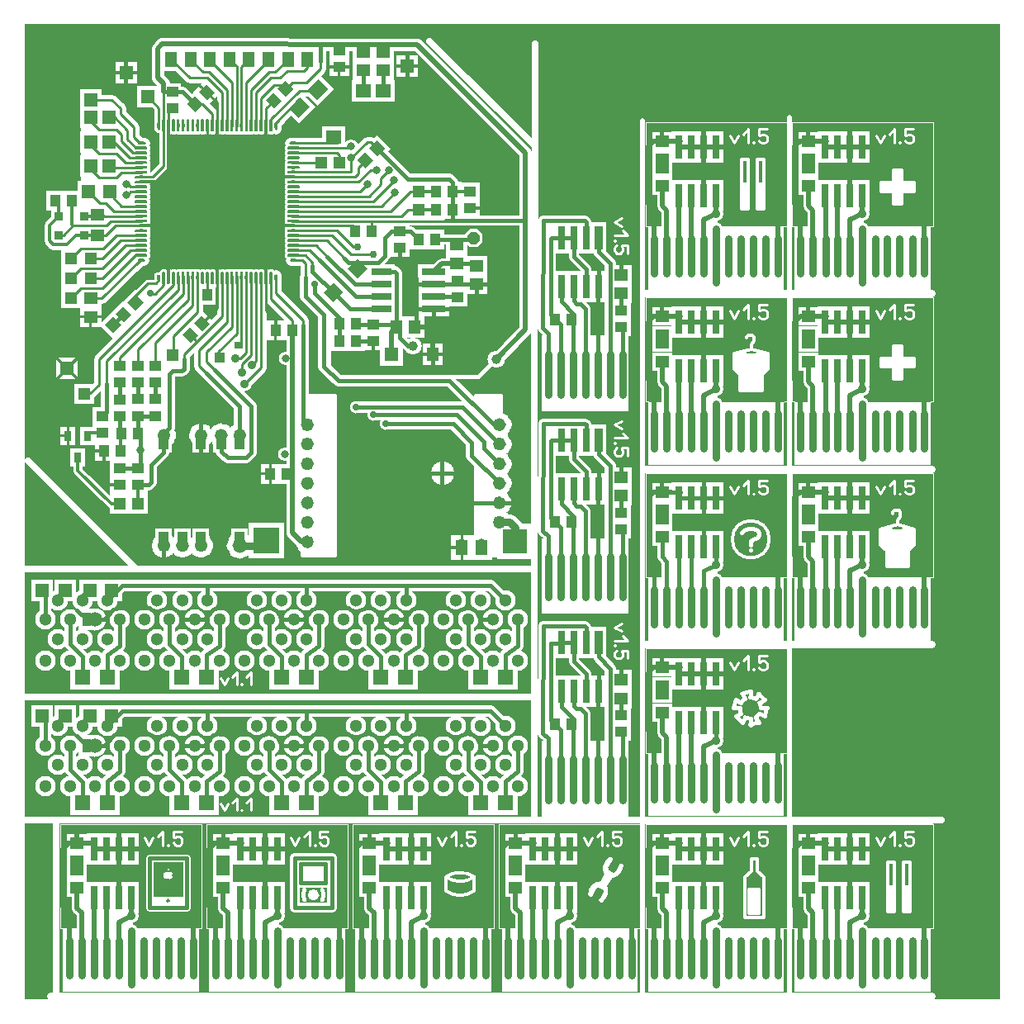
<source format=gtl>
%FSLAX34Y34*%
%MOMM*%
%LNCOPPER_TOP*%
G71*
G01*
%ADD10C, 2.100*%
%ADD11C, 2.300*%
%ADD12C, 1.200*%
%ADD13C, 0.222*%
%ADD14R, 2.600X2.600*%
%ADD15R, 2.200X2.200*%
%ADD16R, 2.600X2.500*%
%ADD17C, 1.480*%
%ADD18C, 0.880*%
%ADD19R, 1.500X1.500*%
%ADD20R, 0.900X0.900*%
%ADD21C, 0.600*%
%ADD22C, 1.080*%
%ADD23C, 1.800*%
%ADD24C, 1.500*%
%ADD25C, 0.300*%
%ADD26C, 1.700*%
%ADD27C, 1.500*%
%ADD28R, 1.900X2.000*%
%ADD29C, 1.000*%
%ADD30R, 2.000X2.000*%
%ADD31R, 3.200X1.600*%
%ADD32R, 1.800X1.700*%
%ADD33R, 2.100X2.400*%
%ADD34R, 2.400X2.200*%
%ADD35R, 2.000X1.900*%
%ADD36C, 1.400*%
%ADD37C, 2.000*%
%ADD38C, 0.700*%
%ADD39R, 1.800X2.000*%
%ADD40R, 1.600X1.900*%
%ADD41C, 1.350*%
%ADD42C, 0.400*%
%ADD43C, 1.300*%
%ADD44R, 2.100X2.200*%
%ADD45R, 2.400X2.400*%
%ADD46C, 1.300*%
%ADD47C, 1.600*%
%ADD48C, 1.100*%
%ADD49C, 0.280*%
%ADD50R, 2.200X2.100*%
%ADD51R, 2.800X1.600*%
%ADD52R, 1.900X1.900*%
%ADD53R, 1.700X1.600*%
%ADD54C, 0.900*%
%ADD55R, 1.700X2.200*%
%ADD56C, 1.600*%
%ADD57C, 1.350*%
%ADD58R, 1.600X3.200*%
%ADD59C, 0.254*%
%ADD60C, 0.800*%
%ADD61C, 0.200*%
%ADD62C, 0.100*%
%ADD63C, 0.397*%
%ADD64C, 0.238*%
%ADD65C, 0.150*%
%ADD66C, 0.500*%
%ADD67C, 2.400*%
%ADD68C, 2.200*%
%ADD69R, 1.800X1.800*%
%ADD70C, 2.400*%
%ADD71C, 0.750*%
%ADD72C, 0.680*%
%ADD73R, 2.300X2.500*%
%ADD74C, 0.297*%
%ADD75C, 0.390*%
%ADD76C, 0.308*%
%ADD77C, 0.378*%
%ADD78C, 0.304*%
%ADD79C, 0.317*%
%ADD80C, 0.267*%
%ADD81C, 0.433*%
%ADD82C, 0.303*%
%ADD83C, 0.379*%
%ADD84C, 0.325*%
%ADD85C, 1.300*%
%ADD86C, 1.500*%
%ADD87R, 1.600X1.600*%
%ADD88R, 1.400X1.400*%
%ADD89R, 1.400X1.300*%
%ADD90R, 0.300X0.300*%
%ADD91C, 1.000*%
%ADD92C, 0.900*%
%ADD93R, 1.100X1.200*%
%ADD94R, 1.200X1.200*%
%ADD95R, 2.400X0.800*%
%ADD96R, 1.200X1.100*%
%ADD97R, 1.300X1.600*%
%ADD98R, 1.600X1.400*%
%ADD99C, 0.700*%
%ADD100C, 0.800*%
%ADD101C, 1.200*%
%ADD102C, 0.500*%
%ADD103R, 1.000X1.200*%
%ADD104R, 0.800X1.100*%
%ADD105C, 0.750*%
%ADD106R, 1.300X1.400*%
%ADD107R, 2.000X0.800*%
%ADD108C, 2.600*%
%ADD109R, 1.100X1.100*%
%ADD110R, 0.900X0.800*%
%ADD111R, 0.900X1.400*%
%ADD112R, 0.800X2.400*%
%ADD113C, 0.000*%
%ADD114R, 1.000X1.000*%
%ADD115R, 1.300X1.500*%
%LPD*%
G36*
X250Y50D02*
X1000250Y50D01*
X1000250Y-999950D01*
X250Y-999950D01*
X250Y50D01*
G37*
%LPC*%
X21692Y-652498D02*
G54D10*
D03*
X47192Y-652498D02*
G54D10*
D03*
X72692Y-652498D02*
G54D10*
D03*
X98192Y-652498D02*
G54D10*
D03*
X123692Y-652498D02*
G54D10*
D03*
X149192Y-652498D02*
G54D10*
D03*
X174692Y-652498D02*
G54D10*
D03*
X200192Y-652498D02*
G54D10*
D03*
X225692Y-652498D02*
G54D10*
D03*
X251192Y-652498D02*
G54D10*
D03*
X276692Y-652498D02*
G54D10*
D03*
X302192Y-652498D02*
G54D10*
D03*
X327692Y-652498D02*
G54D10*
D03*
X353192Y-652498D02*
G54D10*
D03*
X378692Y-652498D02*
G54D10*
D03*
X404192Y-652498D02*
G54D10*
D03*
X429692Y-652498D02*
G54D10*
D03*
X455192Y-652498D02*
G54D10*
D03*
X480692Y-652498D02*
G54D10*
D03*
X506192Y-652498D02*
G54D10*
D03*
X21693Y-610222D02*
G54D10*
D03*
X47192Y-610223D02*
G54D10*
D03*
X72693Y-610222D02*
G54D11*
D03*
X98192Y-610223D02*
G54D10*
D03*
X123692Y-610223D02*
G54D10*
D03*
X149192Y-610223D02*
G54D10*
D03*
X174692Y-610223D02*
G54D10*
D03*
X200192Y-610223D02*
G54D10*
D03*
X225692Y-610223D02*
G54D10*
D03*
X251192Y-610223D02*
G54D10*
D03*
X276692Y-610223D02*
G54D10*
D03*
X302192Y-610223D02*
G54D10*
D03*
X327692Y-610223D02*
G54D10*
D03*
X353192Y-610223D02*
G54D10*
D03*
X378692Y-610223D02*
G54D10*
D03*
X404192Y-610223D02*
G54D10*
D03*
X429692Y-610223D02*
G54D10*
D03*
X455192Y-610223D02*
G54D10*
D03*
X480692Y-610223D02*
G54D10*
D03*
X506192Y-610223D02*
G54D10*
D03*
X34442Y-630223D02*
G54D10*
D03*
X59942Y-630223D02*
G54D10*
D03*
X85442Y-630223D02*
G54D10*
D03*
X136442Y-630223D02*
G54D10*
D03*
X161942Y-630223D02*
G54D10*
D03*
X187442Y-630223D02*
G54D10*
D03*
X238442Y-630223D02*
G54D10*
D03*
X263942Y-630223D02*
G54D10*
D03*
X289442Y-630223D02*
G54D10*
D03*
X340442Y-630223D02*
G54D10*
D03*
X365942Y-630223D02*
G54D10*
D03*
X391442Y-630223D02*
G54D10*
D03*
X442442Y-630223D02*
G54D10*
D03*
X467942Y-630223D02*
G54D10*
D03*
X493442Y-630223D02*
G54D10*
D03*
X34443Y-590222D02*
G54D10*
D03*
X59943Y-590222D02*
G54D10*
D03*
X85442Y-590223D02*
G54D10*
D03*
X136442Y-590223D02*
G54D10*
D03*
X161942Y-590223D02*
G54D10*
D03*
X187442Y-590223D02*
G54D10*
D03*
X238442Y-590223D02*
G54D10*
D03*
X263942Y-590223D02*
G54D10*
D03*
X289442Y-590223D02*
G54D10*
D03*
X340442Y-590223D02*
G54D10*
D03*
X365942Y-590223D02*
G54D10*
D03*
X391442Y-590223D02*
G54D10*
D03*
X442442Y-590223D02*
G54D10*
D03*
X467942Y-590223D02*
G54D10*
D03*
X493442Y-590223D02*
G54D10*
D03*
G54D12*
X187442Y-590223D02*
X187442Y-577326D01*
G54D12*
X289442Y-590223D02*
X289442Y-577326D01*
G54D12*
X391442Y-590223D02*
X391442Y-577326D01*
G54D12*
X98192Y-610223D02*
X98192Y-637002D01*
X85262Y-646626D01*
X85265Y-669248D01*
G54D12*
X47192Y-610223D02*
X47192Y-635257D01*
X59865Y-647929D01*
X59865Y-669248D01*
G54D12*
X200192Y-610223D02*
X200192Y-637002D01*
X187262Y-646626D01*
X187265Y-669248D01*
G54D12*
X149192Y-610223D02*
X149192Y-635257D01*
X161865Y-647929D01*
X161865Y-669248D01*
G54D12*
X302192Y-610223D02*
X302192Y-637002D01*
X289262Y-646626D01*
X289265Y-669248D01*
G54D12*
X251192Y-610223D02*
X251192Y-635257D01*
X263865Y-647929D01*
X263865Y-669248D01*
G54D12*
X404192Y-610223D02*
X404192Y-637002D01*
X391262Y-646626D01*
X391265Y-669248D01*
G54D12*
X353192Y-610223D02*
X353192Y-635257D01*
X365865Y-647929D01*
X365865Y-669248D01*
G54D12*
X506192Y-610223D02*
X506192Y-637002D01*
X493262Y-646626D01*
X493265Y-669248D01*
G54D12*
X455192Y-610223D02*
X455192Y-635257D01*
X467865Y-647929D01*
X467865Y-669248D01*
G54D13*
X201638Y-669889D02*
X205372Y-676889D01*
X209105Y-669889D01*
G54D13*
X213461Y-669111D02*
X218128Y-664445D01*
X218128Y-676889D01*
G54D13*
X223231Y-676889D02*
X222484Y-676889D01*
X222484Y-676267D01*
X223231Y-676267D01*
X223231Y-676889D01*
X222484Y-676889D01*
G54D13*
X227587Y-669111D02*
X232254Y-664445D01*
X232254Y-676889D01*
X59865Y-669248D02*
G54D14*
D03*
X85265Y-669248D02*
G54D14*
D03*
X161865Y-669248D02*
G54D14*
D03*
X187265Y-669248D02*
G54D14*
D03*
X263865Y-669248D02*
G54D14*
D03*
X289265Y-669248D02*
G54D14*
D03*
X365865Y-669248D02*
G54D14*
D03*
X391265Y-669248D02*
G54D14*
D03*
X467864Y-669248D02*
G54D14*
D03*
X493265Y-669248D02*
G54D14*
D03*
X89401Y-580274D02*
G54D15*
D03*
X67176Y-580274D02*
G54D15*
D03*
X41776Y-580274D02*
G54D15*
D03*
X18360Y-580274D02*
G54D15*
D03*
G54D12*
X493442Y-590223D02*
X478314Y-575095D01*
X100570Y-575095D01*
X85442Y-590223D01*
G54D12*
X21692Y-610223D02*
X21692Y-579720D01*
X22726Y-578687D01*
G54D12*
X34442Y-590223D02*
X34442Y-586020D01*
X41776Y-578687D01*
G54D12*
X59942Y-590223D02*
X59942Y-585920D01*
X67176Y-578687D01*
X75190Y-216593D02*
G54D16*
D03*
X75190Y-195593D02*
G54D16*
D03*
G54D17*
X119890Y-201643D02*
X89028Y-201643D01*
X84468Y-206202D01*
X50138Y-206202D01*
X40100Y-216240D01*
X33497Y-216240D01*
G54D17*
X119890Y-196642D02*
X81822Y-196642D01*
X76590Y-191611D01*
G54D17*
X119890Y-206642D02*
X93797Y-206642D01*
X83846Y-216592D01*
X75190Y-216593D01*
G54D18*
X119890Y-156622D02*
X131502Y-156622D01*
X142864Y-145260D01*
X142864Y-103649D01*
X35085Y-197190D02*
G54D19*
D03*
X35085Y-216240D02*
G54D19*
D03*
X61199Y-216240D02*
G54D19*
D03*
X61247Y-197131D02*
G54D19*
D03*
G36*
X253364Y-99149D02*
X262364Y-99148D01*
X262365Y-108148D01*
X253365Y-108149D01*
X253364Y-99149D01*
G37*
G36*
X248364Y-99149D02*
X257364Y-99148D01*
X257365Y-108148D01*
X248365Y-108149D01*
X248364Y-99149D01*
G37*
X247864Y-103649D02*
G54D20*
D03*
X242864Y-103649D02*
G54D20*
D03*
X237864Y-103649D02*
G54D20*
D03*
X232864Y-103649D02*
G54D20*
D03*
G36*
X223364Y-99149D02*
X232364Y-99148D01*
X232365Y-108148D01*
X223365Y-108149D01*
X223364Y-99149D01*
G37*
X222864Y-103649D02*
G54D20*
D03*
X217864Y-103649D02*
G54D20*
D03*
X212864Y-103649D02*
G54D20*
D03*
X207864Y-103649D02*
G54D20*
D03*
G36*
X198364Y-99149D02*
X207364Y-99148D01*
X207365Y-108148D01*
X198365Y-108149D01*
X198364Y-99149D01*
G37*
X197864Y-103649D02*
G54D20*
D03*
X192864Y-103649D02*
G54D20*
D03*
X187864Y-103649D02*
G54D20*
D03*
X182864Y-103648D02*
G54D20*
D03*
X177864Y-103649D02*
G54D20*
D03*
G36*
X168364Y-99149D02*
X177364Y-99148D01*
X177365Y-108148D01*
X168365Y-108149D01*
X168364Y-99149D01*
G37*
G36*
X163364Y-99149D02*
X172364Y-99148D01*
X172365Y-108148D01*
X163365Y-108149D01*
X163364Y-99149D01*
G37*
X162864Y-103649D02*
G54D20*
D03*
X157864Y-103648D02*
G54D20*
D03*
X152864Y-103649D02*
G54D20*
D03*
G36*
X143364Y-99149D02*
X152364Y-99148D01*
X152365Y-108148D01*
X143365Y-108149D01*
X143364Y-99149D01*
G37*
X142864Y-103649D02*
G54D20*
D03*
G36*
X133364Y-99149D02*
X142364Y-99148D01*
X142365Y-108148D01*
X133365Y-108149D01*
X133364Y-99149D01*
G37*
G36*
X258360Y-100618D02*
X259359Y-101618D01*
X259360Y-106118D01*
X258860Y-106618D01*
X256859Y-106618D01*
X256359Y-106118D01*
X256360Y-101618D01*
X257359Y-100618D01*
X258360Y-100618D01*
G37*
G54D21*
X258360Y-100618D02*
X259359Y-101618D01*
X259360Y-106118D01*
X258860Y-106618D01*
X256859Y-106618D01*
X256359Y-106118D01*
X256360Y-101618D01*
X257359Y-100618D01*
X258360Y-100618D01*
G36*
X138359Y-100618D02*
X139359Y-101618D01*
X139360Y-106118D01*
X138859Y-106618D01*
X136860Y-106618D01*
X136360Y-106118D01*
X136360Y-101618D01*
X137360Y-100618D01*
X138359Y-100618D01*
G37*
G54D21*
X138359Y-100618D02*
X139359Y-101618D01*
X139360Y-106118D01*
X138859Y-106618D01*
X136860Y-106618D01*
X136360Y-106118D01*
X136360Y-101618D01*
X137360Y-100618D01*
X138359Y-100618D01*
G36*
X248360Y-96618D02*
X249359Y-97618D01*
X249359Y-109118D01*
X248860Y-109618D01*
X246860Y-109618D01*
X246360Y-109118D01*
X246359Y-97618D01*
X247359Y-96618D01*
X248360Y-96618D01*
G37*
G54D21*
X248360Y-96618D02*
X249359Y-97618D01*
X249359Y-109118D01*
X248860Y-109618D01*
X246860Y-109618D01*
X246360Y-109118D01*
X246359Y-97618D01*
X247359Y-96618D01*
X248360Y-96618D01*
G36*
X243360Y-96618D02*
X244360Y-97618D01*
X244360Y-109118D01*
X243860Y-109618D01*
X241860Y-109618D01*
X241360Y-109118D01*
X241360Y-97618D01*
X242359Y-96618D01*
X243360Y-96618D01*
G37*
G54D21*
X243360Y-96618D02*
X244360Y-97618D01*
X244360Y-109118D01*
X243860Y-109618D01*
X241860Y-109618D01*
X241360Y-109118D01*
X241360Y-97618D01*
X242359Y-96618D01*
X243360Y-96618D01*
G36*
X238360Y-96618D02*
X239359Y-97618D01*
X239360Y-109118D01*
X238859Y-109618D01*
X236859Y-109618D01*
X236359Y-109118D01*
X236360Y-97618D01*
X237359Y-96618D01*
X238360Y-96618D01*
G37*
G54D21*
X238360Y-96618D02*
X239359Y-97618D01*
X239360Y-109118D01*
X238859Y-109618D01*
X236859Y-109618D01*
X236359Y-109118D01*
X236360Y-97618D01*
X237359Y-96618D01*
X238360Y-96618D01*
G36*
X233360Y-96618D02*
X234360Y-97618D01*
X234360Y-109118D01*
X233860Y-109618D01*
X231860Y-109618D01*
X231360Y-109118D01*
X231360Y-97618D01*
X232359Y-96618D01*
X233360Y-96618D01*
G37*
G54D21*
X233360Y-96618D02*
X234360Y-97618D01*
X234360Y-109118D01*
X233860Y-109618D01*
X231860Y-109618D01*
X231360Y-109118D01*
X231360Y-97618D01*
X232359Y-96618D01*
X233360Y-96618D01*
G36*
X228360Y-96618D02*
X229359Y-97618D01*
X229359Y-109118D01*
X228860Y-109618D01*
X226859Y-109618D01*
X226360Y-109118D01*
X226360Y-97618D01*
X227360Y-96618D01*
X228360Y-96618D01*
G37*
G54D21*
X228360Y-96618D02*
X229359Y-97618D01*
X229359Y-109118D01*
X228860Y-109618D01*
X226859Y-109618D01*
X226360Y-109118D01*
X226360Y-97618D01*
X227360Y-96618D01*
X228360Y-96618D01*
G36*
X223359Y-96618D02*
X224360Y-97618D01*
X224359Y-109118D01*
X223860Y-109618D01*
X221859Y-109618D01*
X221359Y-109118D01*
X221360Y-97618D01*
X222360Y-96618D01*
X223359Y-96618D01*
G37*
G54D21*
X223359Y-96618D02*
X224360Y-97618D01*
X224359Y-109118D01*
X223860Y-109618D01*
X221859Y-109618D01*
X221359Y-109118D01*
X221360Y-97618D01*
X222360Y-96618D01*
X223359Y-96618D01*
G36*
X218359Y-96618D02*
X219360Y-97618D01*
X219359Y-109118D01*
X218859Y-109618D01*
X216860Y-109618D01*
X216360Y-109118D01*
X216360Y-97618D01*
X217360Y-96618D01*
X218359Y-96618D01*
G37*
G54D21*
X218359Y-96618D02*
X219360Y-97618D01*
X219359Y-109118D01*
X218859Y-109618D01*
X216860Y-109618D01*
X216360Y-109118D01*
X216360Y-97618D01*
X217360Y-96618D01*
X218359Y-96618D01*
G36*
X213359Y-96618D02*
X214359Y-97618D01*
X214360Y-109118D01*
X213859Y-109618D01*
X211860Y-109618D01*
X211359Y-109118D01*
X211359Y-97618D01*
X212359Y-96618D01*
X213359Y-96618D01*
G37*
G54D21*
X213359Y-96618D02*
X214359Y-97618D01*
X214360Y-109118D01*
X213859Y-109618D01*
X211860Y-109618D01*
X211359Y-109118D01*
X211359Y-97618D01*
X212359Y-96618D01*
X213359Y-96618D01*
G36*
X208359Y-96618D02*
X209360Y-97618D01*
X209360Y-109118D01*
X208860Y-109618D01*
X206859Y-109618D01*
X206359Y-109118D01*
X206359Y-97618D01*
X207360Y-96618D01*
X208359Y-96618D01*
G37*
G54D21*
X208359Y-96618D02*
X209360Y-97618D01*
X209360Y-109118D01*
X208860Y-109618D01*
X206859Y-109618D01*
X206359Y-109118D01*
X206359Y-97618D01*
X207360Y-96618D01*
X208359Y-96618D01*
G36*
X203360Y-96618D02*
X204360Y-97618D01*
X204360Y-109118D01*
X203860Y-109618D01*
X201860Y-109618D01*
X201359Y-109118D01*
X201360Y-97618D01*
X202360Y-96618D01*
X203360Y-96618D01*
G37*
G54D21*
X203360Y-96618D02*
X204360Y-97618D01*
X204360Y-109118D01*
X203860Y-109618D01*
X201860Y-109618D01*
X201359Y-109118D01*
X201360Y-97618D01*
X202360Y-96618D01*
X203360Y-96618D01*
G36*
X198360Y-96618D02*
X199360Y-97618D01*
X199360Y-109118D01*
X198859Y-109618D01*
X196859Y-109618D01*
X196360Y-109118D01*
X196360Y-97618D01*
X197360Y-96618D01*
X198360Y-96618D01*
G37*
G54D21*
X198360Y-96618D02*
X199360Y-97618D01*
X199360Y-109118D01*
X198859Y-109618D01*
X196859Y-109618D01*
X196360Y-109118D01*
X196360Y-97618D01*
X197360Y-96618D01*
X198360Y-96618D01*
G36*
X193359Y-96618D02*
X194359Y-97618D01*
X194359Y-109118D01*
X193860Y-109618D01*
X191859Y-109618D01*
X191359Y-109118D01*
X191359Y-97618D01*
X192359Y-96618D01*
X193359Y-96618D01*
G37*
G54D21*
X193359Y-96618D02*
X194359Y-97618D01*
X194359Y-109118D01*
X193860Y-109618D01*
X191859Y-109618D01*
X191359Y-109118D01*
X191359Y-97618D01*
X192359Y-96618D01*
X193359Y-96618D01*
G36*
X188360Y-96618D02*
X189360Y-97618D01*
X189360Y-109118D01*
X188859Y-109618D01*
X186860Y-109618D01*
X186360Y-109118D01*
X186360Y-97618D01*
X187360Y-96618D01*
X188360Y-96618D01*
G37*
G54D21*
X188360Y-96618D02*
X189360Y-97618D01*
X189360Y-109118D01*
X188859Y-109618D01*
X186860Y-109618D01*
X186360Y-109118D01*
X186360Y-97618D01*
X187360Y-96618D01*
X188360Y-96618D01*
G36*
X183360Y-96618D02*
X184360Y-97618D01*
X184359Y-109118D01*
X183860Y-109618D01*
X181860Y-109618D01*
X181359Y-109118D01*
X181360Y-97618D01*
X182359Y-96618D01*
X183360Y-96618D01*
G37*
G54D21*
X183360Y-96618D02*
X184360Y-97618D01*
X184359Y-109118D01*
X183860Y-109618D01*
X181860Y-109618D01*
X181359Y-109118D01*
X181360Y-97618D01*
X182359Y-96618D01*
X183360Y-96618D01*
G36*
X178360Y-96618D02*
X179360Y-97618D01*
X179360Y-109118D01*
X178859Y-109618D01*
X176860Y-109618D01*
X176360Y-109118D01*
X176360Y-97618D01*
X177360Y-96618D01*
X178360Y-96618D01*
G37*
G54D21*
X178360Y-96618D02*
X179360Y-97618D01*
X179360Y-109118D01*
X178859Y-109618D01*
X176860Y-109618D01*
X176360Y-109118D01*
X176360Y-97618D01*
X177360Y-96618D01*
X178360Y-96618D01*
G36*
X173360Y-96618D02*
X174360Y-97618D01*
X174359Y-109118D01*
X173860Y-109618D01*
X171859Y-109618D01*
X171359Y-109118D01*
X171360Y-97618D01*
X172360Y-96618D01*
X173360Y-96618D01*
G37*
G54D21*
X173360Y-96618D02*
X174360Y-97618D01*
X174359Y-109118D01*
X173860Y-109618D01*
X171859Y-109618D01*
X171359Y-109118D01*
X171360Y-97618D01*
X172360Y-96618D01*
X173360Y-96618D01*
G36*
X168359Y-96618D02*
X169360Y-97618D01*
X169360Y-109118D01*
X168860Y-109618D01*
X166860Y-109618D01*
X166360Y-109118D01*
X166360Y-97618D01*
X167360Y-96618D01*
X168359Y-96618D01*
G37*
G54D21*
X168359Y-96618D02*
X169360Y-97618D01*
X169360Y-109118D01*
X168860Y-109618D01*
X166860Y-109618D01*
X166360Y-109118D01*
X166360Y-97618D01*
X167360Y-96618D01*
X168359Y-96618D01*
G36*
X163360Y-96618D02*
X164359Y-97618D01*
X164359Y-109118D01*
X163860Y-109618D01*
X161859Y-109618D01*
X161360Y-109118D01*
X161360Y-97618D01*
X162359Y-96618D01*
X163360Y-96618D01*
G37*
G54D21*
X163360Y-96618D02*
X164359Y-97618D01*
X164359Y-109118D01*
X163860Y-109618D01*
X161859Y-109618D01*
X161360Y-109118D01*
X161360Y-97618D01*
X162359Y-96618D01*
X163360Y-96618D01*
G36*
X158360Y-96618D02*
X159359Y-97618D01*
X159359Y-109118D01*
X158860Y-109618D01*
X156860Y-109618D01*
X156360Y-109118D01*
X156360Y-97618D01*
X157360Y-96618D01*
X158360Y-96618D01*
G37*
G54D21*
X158360Y-96618D02*
X159359Y-97618D01*
X159359Y-109118D01*
X158860Y-109618D01*
X156860Y-109618D01*
X156360Y-109118D01*
X156360Y-97618D01*
X157360Y-96618D01*
X158360Y-96618D01*
G36*
X153360Y-96618D02*
X154360Y-97618D01*
X154360Y-109118D01*
X153860Y-109618D01*
X151859Y-109618D01*
X151360Y-109118D01*
X151360Y-97618D01*
X152359Y-96618D01*
X153360Y-96618D01*
G37*
G54D21*
X153360Y-96618D02*
X154360Y-97618D01*
X154360Y-109118D01*
X153860Y-109618D01*
X151859Y-109618D01*
X151360Y-109118D01*
X151360Y-97618D01*
X152359Y-96618D01*
X153360Y-96618D01*
G36*
X148360Y-96618D02*
X149359Y-97618D01*
X149360Y-109118D01*
X148860Y-109618D01*
X146859Y-109618D01*
X146359Y-109118D01*
X146359Y-97618D01*
X147360Y-96618D01*
X148360Y-96618D01*
G37*
G54D21*
X148360Y-96618D02*
X149359Y-97618D01*
X149360Y-109118D01*
X148860Y-109618D01*
X146859Y-109618D01*
X146359Y-109118D01*
X146359Y-97618D01*
X147360Y-96618D01*
X148360Y-96618D01*
G36*
X143359Y-96618D02*
X144360Y-97618D01*
X144360Y-109118D01*
X143859Y-109618D01*
X141860Y-109618D01*
X141360Y-109118D01*
X141360Y-97618D01*
X142360Y-96618D01*
X143359Y-96618D01*
G37*
G54D21*
X143359Y-96618D02*
X144360Y-97618D01*
X144360Y-109118D01*
X143859Y-109618D01*
X141860Y-109618D01*
X141360Y-109118D01*
X141360Y-97618D01*
X142360Y-96618D01*
X143359Y-96618D01*
G36*
X253360Y-96618D02*
X254359Y-97618D01*
X254359Y-109118D01*
X253860Y-109618D01*
X251860Y-109618D01*
X251360Y-109118D01*
X251360Y-97618D01*
X252360Y-96618D01*
X253360Y-96618D01*
G37*
G54D21*
X253360Y-96618D02*
X254359Y-97618D01*
X254359Y-109118D01*
X253860Y-109618D01*
X251860Y-109618D01*
X251360Y-109118D01*
X251360Y-97618D01*
X252360Y-96618D01*
X253360Y-96618D01*
X275828Y-241612D02*
G54D20*
D03*
X275828Y-236612D02*
G54D20*
D03*
X275828Y-231613D02*
G54D20*
D03*
X275828Y-226612D02*
G54D20*
D03*
X275828Y-221612D02*
G54D20*
D03*
X275828Y-216613D02*
G54D20*
D03*
X275828Y-211612D02*
G54D20*
D03*
X275828Y-206612D02*
G54D20*
D03*
X275828Y-201612D02*
G54D20*
D03*
X275828Y-196612D02*
G54D20*
D03*
X275828Y-191612D02*
G54D20*
D03*
X275828Y-186612D02*
G54D20*
D03*
X275828Y-181612D02*
G54D20*
D03*
X275828Y-176612D02*
G54D20*
D03*
X275828Y-171613D02*
G54D20*
D03*
X275828Y-166612D02*
G54D20*
D03*
X275828Y-161612D02*
G54D20*
D03*
X275828Y-156612D02*
G54D20*
D03*
X275828Y-151612D02*
G54D20*
D03*
X275828Y-146613D02*
G54D20*
D03*
X275828Y-141612D02*
G54D20*
D03*
X275828Y-136612D02*
G54D20*
D03*
X275828Y-131612D02*
G54D20*
D03*
X275828Y-126612D02*
G54D20*
D03*
X275828Y-121612D02*
G54D20*
D03*
G36*
X278859Y-242118D02*
X277860Y-243118D01*
X273360Y-243118D01*
X272859Y-242618D01*
X272859Y-240618D01*
X273359Y-240118D01*
X277860Y-240118D01*
X278859Y-241118D01*
X278859Y-242118D01*
G37*
G54D21*
X278859Y-242118D02*
X277860Y-243118D01*
X273360Y-243118D01*
X272859Y-242618D01*
X272859Y-240618D01*
X273359Y-240118D01*
X277860Y-240118D01*
X278859Y-241118D01*
X278859Y-242118D01*
G36*
X278860Y-122118D02*
X277859Y-123118D01*
X273359Y-123118D01*
X272860Y-122618D01*
X272860Y-120618D01*
X273359Y-120118D01*
X277859Y-120118D01*
X278859Y-121118D01*
X278860Y-122118D01*
G37*
G54D21*
X278860Y-122118D02*
X277859Y-123118D01*
X273359Y-123118D01*
X272860Y-122618D01*
X272860Y-120618D01*
X273359Y-120118D01*
X277859Y-120118D01*
X278859Y-121118D01*
X278860Y-122118D01*
G36*
X282860Y-232118D02*
X281860Y-233118D01*
X270359Y-233118D01*
X269860Y-232618D01*
X269859Y-230618D01*
X270359Y-230118D01*
X281859Y-230118D01*
X282860Y-231118D01*
X282860Y-232118D01*
G37*
G54D21*
X282860Y-232118D02*
X281860Y-233118D01*
X270359Y-233118D01*
X269860Y-232618D01*
X269859Y-230618D01*
X270359Y-230118D01*
X281859Y-230118D01*
X282860Y-231118D01*
X282860Y-232118D01*
G36*
X282860Y-227118D02*
X281859Y-228118D01*
X270359Y-228118D01*
X269859Y-227618D01*
X269860Y-225618D01*
X270359Y-225118D01*
X281860Y-225118D01*
X282859Y-226118D01*
X282860Y-227118D01*
G37*
G54D21*
X282860Y-227118D02*
X281859Y-228118D01*
X270359Y-228118D01*
X269859Y-227618D01*
X269860Y-225618D01*
X270359Y-225118D01*
X281860Y-225118D01*
X282859Y-226118D01*
X282860Y-227118D01*
G36*
X282860Y-222118D02*
X281860Y-223118D01*
X270359Y-223118D01*
X269860Y-222618D01*
X269860Y-220618D01*
X270360Y-220118D01*
X281859Y-220118D01*
X282860Y-221118D01*
X282860Y-222118D01*
G37*
G54D21*
X282860Y-222118D02*
X281860Y-223118D01*
X270359Y-223118D01*
X269860Y-222618D01*
X269860Y-220618D01*
X270360Y-220118D01*
X281859Y-220118D01*
X282860Y-221118D01*
X282860Y-222118D01*
G36*
X282860Y-217118D02*
X281859Y-218118D01*
X270359Y-218118D01*
X269860Y-217618D01*
X269859Y-215618D01*
X270360Y-215118D01*
X281859Y-215118D01*
X282860Y-216118D01*
X282860Y-217118D01*
G37*
G54D21*
X282860Y-217118D02*
X281859Y-218118D01*
X270359Y-218118D01*
X269860Y-217618D01*
X269859Y-215618D01*
X270360Y-215118D01*
X281859Y-215118D01*
X282860Y-216118D01*
X282860Y-217118D01*
G36*
X282860Y-212118D02*
X281859Y-213118D01*
X270360Y-213118D01*
X269859Y-212618D01*
X269860Y-210618D01*
X270360Y-210118D01*
X281859Y-210118D01*
X282860Y-211118D01*
X282860Y-212118D01*
G37*
G54D21*
X282860Y-212118D02*
X281859Y-213118D01*
X270360Y-213118D01*
X269859Y-212618D01*
X269860Y-210618D01*
X270360Y-210118D01*
X281859Y-210118D01*
X282860Y-211118D01*
X282860Y-212118D01*
G36*
X282860Y-207118D02*
X281860Y-208118D01*
X270360Y-208118D01*
X269860Y-207618D01*
X269859Y-205618D01*
X270359Y-205118D01*
X281860Y-205118D01*
X282860Y-206118D01*
X282860Y-207118D01*
G37*
G54D21*
X282860Y-207118D02*
X281860Y-208118D01*
X270360Y-208118D01*
X269860Y-207618D01*
X269859Y-205618D01*
X270359Y-205118D01*
X281860Y-205118D01*
X282860Y-206118D01*
X282860Y-207118D01*
G36*
X282859Y-202118D02*
X281859Y-203118D01*
X270360Y-203118D01*
X269859Y-202618D01*
X269859Y-200618D01*
X270360Y-200118D01*
X281860Y-200118D01*
X282859Y-201118D01*
X282859Y-202118D01*
G37*
G54D21*
X282859Y-202118D02*
X281859Y-203118D01*
X270360Y-203118D01*
X269859Y-202618D01*
X269859Y-200618D01*
X270360Y-200118D01*
X281860Y-200118D01*
X282859Y-201118D01*
X282859Y-202118D01*
G36*
X282860Y-197118D02*
X281860Y-198118D01*
X270359Y-198118D01*
X269859Y-197618D01*
X269860Y-195618D01*
X270360Y-195118D01*
X281860Y-195118D01*
X282860Y-196118D01*
X282860Y-197118D01*
G37*
G54D21*
X282860Y-197118D02*
X281860Y-198118D01*
X270359Y-198118D01*
X269859Y-197618D01*
X269860Y-195618D01*
X270360Y-195118D01*
X281860Y-195118D01*
X282860Y-196118D01*
X282860Y-197118D01*
G36*
X282860Y-192118D02*
X281859Y-193118D01*
X270359Y-193118D01*
X269859Y-192618D01*
X269859Y-190618D01*
X270359Y-190118D01*
X281859Y-190118D01*
X282860Y-191118D01*
X282860Y-192118D01*
G37*
G54D21*
X282860Y-192118D02*
X281859Y-193118D01*
X270359Y-193118D01*
X269859Y-192618D01*
X269859Y-190618D01*
X270359Y-190118D01*
X281859Y-190118D01*
X282860Y-191118D01*
X282860Y-192118D01*
G36*
X282859Y-187118D02*
X281860Y-188118D01*
X270359Y-188118D01*
X269859Y-187618D01*
X269859Y-185618D01*
X270359Y-185118D01*
X281860Y-185118D01*
X282860Y-186118D01*
X282859Y-187118D01*
G37*
G54D21*
X282859Y-187118D02*
X281860Y-188118D01*
X270359Y-188118D01*
X269859Y-187618D01*
X269859Y-185618D01*
X270359Y-185118D01*
X281860Y-185118D01*
X282860Y-186118D01*
X282859Y-187118D01*
G36*
X282860Y-182118D02*
X281860Y-183118D01*
X270360Y-183118D01*
X269859Y-182618D01*
X269859Y-180618D01*
X270359Y-180118D01*
X281859Y-180118D01*
X282860Y-181118D01*
X282860Y-182118D01*
G37*
G54D21*
X282860Y-182118D02*
X281860Y-183118D01*
X270360Y-183118D01*
X269859Y-182618D01*
X269859Y-180618D01*
X270359Y-180118D01*
X281859Y-180118D01*
X282860Y-181118D01*
X282860Y-182118D01*
G36*
X282859Y-177118D02*
X281859Y-178118D01*
X270359Y-178118D01*
X269859Y-177618D01*
X269860Y-175618D01*
X270360Y-175118D01*
X281860Y-175118D01*
X282860Y-176118D01*
X282859Y-177118D01*
G37*
G54D21*
X282859Y-177118D02*
X281859Y-178118D01*
X270359Y-178118D01*
X269859Y-177618D01*
X269860Y-175618D01*
X270360Y-175118D01*
X281860Y-175118D01*
X282860Y-176118D01*
X282859Y-177118D01*
G36*
X282860Y-172118D02*
X281859Y-173118D01*
X270359Y-173118D01*
X269860Y-172618D01*
X269859Y-170618D01*
X270359Y-170118D01*
X281860Y-170118D01*
X282860Y-171118D01*
X282860Y-172118D01*
G37*
G54D21*
X282860Y-172118D02*
X281859Y-173118D01*
X270359Y-173118D01*
X269860Y-172618D01*
X269859Y-170618D01*
X270359Y-170118D01*
X281860Y-170118D01*
X282860Y-171118D01*
X282860Y-172118D01*
G36*
X282860Y-167118D02*
X281859Y-168118D01*
X270359Y-168118D01*
X269859Y-167618D01*
X269860Y-165618D01*
X270360Y-165118D01*
X281859Y-165118D01*
X282860Y-166118D01*
X282860Y-167118D01*
G37*
G54D21*
X282860Y-167118D02*
X281859Y-168118D01*
X270359Y-168118D01*
X269859Y-167618D01*
X269860Y-165618D01*
X270360Y-165118D01*
X281859Y-165118D01*
X282860Y-166118D01*
X282860Y-167118D01*
G36*
X282860Y-162118D02*
X281859Y-163118D01*
X270360Y-163118D01*
X269860Y-162618D01*
X269859Y-160618D01*
X270360Y-160118D01*
X281860Y-160118D01*
X282860Y-161118D01*
X282860Y-162118D01*
G37*
G54D21*
X282860Y-162118D02*
X281859Y-163118D01*
X270360Y-163118D01*
X269860Y-162618D01*
X269859Y-160618D01*
X270360Y-160118D01*
X281860Y-160118D01*
X282860Y-161118D01*
X282860Y-162118D01*
G36*
X282859Y-157118D02*
X281859Y-158118D01*
X270360Y-158118D01*
X269859Y-157618D01*
X269859Y-155618D01*
X270360Y-155118D01*
X281859Y-155118D01*
X282860Y-156118D01*
X282859Y-157118D01*
G37*
G54D21*
X282859Y-157118D02*
X281859Y-158118D01*
X270360Y-158118D01*
X269859Y-157618D01*
X269859Y-155618D01*
X270360Y-155118D01*
X281859Y-155118D01*
X282860Y-156118D01*
X282859Y-157118D01*
G36*
X282860Y-152118D02*
X281859Y-153118D01*
X270359Y-153118D01*
X269859Y-152618D01*
X269859Y-150618D01*
X270359Y-150118D01*
X281860Y-150118D01*
X282860Y-151118D01*
X282860Y-152118D01*
G37*
G54D21*
X282860Y-152118D02*
X281859Y-153118D01*
X270359Y-153118D01*
X269859Y-152618D01*
X269859Y-150618D01*
X270359Y-150118D01*
X281860Y-150118D01*
X282860Y-151118D01*
X282860Y-152118D01*
G36*
X282860Y-147118D02*
X281859Y-148118D01*
X270360Y-148118D01*
X269859Y-147618D01*
X269859Y-145618D01*
X270359Y-145118D01*
X281859Y-145118D01*
X282859Y-146118D01*
X282860Y-147118D01*
G37*
G54D21*
X282860Y-147118D02*
X281859Y-148118D01*
X270360Y-148118D01*
X269859Y-147618D01*
X269859Y-145618D01*
X270359Y-145118D01*
X281859Y-145118D01*
X282859Y-146118D01*
X282860Y-147118D01*
G36*
X282860Y-142118D02*
X281859Y-143118D01*
X270360Y-143118D01*
X269859Y-142618D01*
X269859Y-140618D01*
X270360Y-140118D01*
X281859Y-140118D01*
X282859Y-141118D01*
X282860Y-142118D01*
G37*
G54D21*
X282860Y-142118D02*
X281859Y-143118D01*
X270360Y-143118D01*
X269859Y-142618D01*
X269859Y-140618D01*
X270360Y-140118D01*
X281859Y-140118D01*
X282859Y-141118D01*
X282860Y-142118D01*
G36*
X282860Y-137118D02*
X281859Y-138118D01*
X270359Y-138118D01*
X269859Y-137618D01*
X269860Y-135618D01*
X270359Y-135118D01*
X281859Y-135118D01*
X282860Y-136118D01*
X282860Y-137118D01*
G37*
G54D21*
X282860Y-137118D02*
X281859Y-138118D01*
X270359Y-138118D01*
X269859Y-137618D01*
X269860Y-135618D01*
X270359Y-135118D01*
X281859Y-135118D01*
X282860Y-136118D01*
X282860Y-137118D01*
G36*
X282860Y-132118D02*
X281860Y-133118D01*
X270360Y-133118D01*
X269859Y-132618D01*
X269859Y-130618D01*
X270359Y-130118D01*
X281859Y-130118D01*
X282860Y-131118D01*
X282860Y-132118D01*
G37*
G54D21*
X282860Y-132118D02*
X281860Y-133118D01*
X270360Y-133118D01*
X269859Y-132618D01*
X269859Y-130618D01*
X270359Y-130118D01*
X281859Y-130118D01*
X282860Y-131118D01*
X282860Y-132118D01*
G36*
X282860Y-127118D02*
X281859Y-128118D01*
X270359Y-128118D01*
X269859Y-127618D01*
X269859Y-125618D01*
X270360Y-125118D01*
X281859Y-125118D01*
X282859Y-126118D01*
X282860Y-127118D01*
G37*
G54D21*
X282860Y-127118D02*
X281859Y-128118D01*
X270359Y-128118D01*
X269859Y-127618D01*
X269859Y-125618D01*
X270360Y-125118D01*
X281859Y-125118D01*
X282859Y-126118D01*
X282860Y-127118D01*
G36*
X282860Y-237118D02*
X281859Y-238118D01*
X270360Y-238118D01*
X269859Y-237618D01*
X269859Y-235618D01*
X270359Y-235118D01*
X281859Y-235118D01*
X282860Y-236118D01*
X282860Y-237118D01*
G37*
G54D21*
X282860Y-237118D02*
X281859Y-238118D01*
X270360Y-238118D01*
X269859Y-237618D01*
X269859Y-235618D01*
X270359Y-235118D01*
X281859Y-235118D01*
X282860Y-236118D01*
X282860Y-237118D01*
X137864Y-259586D02*
G54D20*
D03*
X142864Y-259586D02*
G54D20*
D03*
X147864Y-259586D02*
G54D20*
D03*
X152864Y-259586D02*
G54D20*
D03*
X157864Y-259586D02*
G54D20*
D03*
X162864Y-259586D02*
G54D20*
D03*
X167864Y-259586D02*
G54D20*
D03*
X172864Y-259586D02*
G54D20*
D03*
X177864Y-259586D02*
G54D20*
D03*
X182864Y-259586D02*
G54D20*
D03*
X187864Y-259586D02*
G54D20*
D03*
X192864Y-259586D02*
G54D20*
D03*
X197864Y-259586D02*
G54D20*
D03*
X202864Y-259586D02*
G54D20*
D03*
X207864Y-259586D02*
G54D20*
D03*
X212864Y-259586D02*
G54D20*
D03*
X217864Y-259586D02*
G54D20*
D03*
X222864Y-259586D02*
G54D20*
D03*
X227864Y-259586D02*
G54D20*
D03*
X232864Y-259586D02*
G54D20*
D03*
X237864Y-259586D02*
G54D20*
D03*
X242864Y-259586D02*
G54D20*
D03*
X247864Y-259586D02*
G54D20*
D03*
X252864Y-259586D02*
G54D20*
D03*
X257864Y-259586D02*
G54D20*
D03*
G36*
X137360Y-262618D02*
X136359Y-261618D01*
X136360Y-257118D01*
X136860Y-256618D01*
X138859Y-256618D01*
X139359Y-257118D01*
X139360Y-261618D01*
X138359Y-262618D01*
X137360Y-262618D01*
G37*
G54D21*
X137360Y-262618D02*
X136359Y-261618D01*
X136360Y-257118D01*
X136860Y-256618D01*
X138859Y-256618D01*
X139359Y-257118D01*
X139360Y-261618D01*
X138359Y-262618D01*
X137360Y-262618D01*
G36*
X257360Y-262618D02*
X256360Y-261618D01*
X256359Y-257118D01*
X256860Y-256618D01*
X258860Y-256618D01*
X259360Y-257118D01*
X259360Y-261618D01*
X258360Y-262618D01*
X257360Y-262618D01*
G37*
G54D21*
X257360Y-262618D02*
X256360Y-261618D01*
X256359Y-257118D01*
X256860Y-256618D01*
X258860Y-256618D01*
X259360Y-257118D01*
X259360Y-261618D01*
X258360Y-262618D01*
X257360Y-262618D01*
G36*
X147360Y-266618D02*
X146360Y-265618D01*
X146359Y-254118D01*
X146859Y-253618D01*
X148859Y-253618D01*
X149360Y-254118D01*
X149360Y-265618D01*
X148360Y-266618D01*
X147360Y-266618D01*
G37*
G54D21*
X147360Y-266618D02*
X146360Y-265618D01*
X146359Y-254118D01*
X146859Y-253618D01*
X148859Y-253618D01*
X149360Y-254118D01*
X149360Y-265618D01*
X148360Y-266618D01*
X147360Y-266618D01*
G36*
X152360Y-266618D02*
X151360Y-265618D01*
X151360Y-254118D01*
X151860Y-253618D01*
X153860Y-253618D01*
X154359Y-254118D01*
X154360Y-265618D01*
X153360Y-266618D01*
X152360Y-266618D01*
G37*
G54D21*
X152360Y-266618D02*
X151360Y-265618D01*
X151360Y-254118D01*
X151860Y-253618D01*
X153860Y-253618D01*
X154359Y-254118D01*
X154360Y-265618D01*
X153360Y-266618D01*
X152360Y-266618D01*
G36*
X157359Y-266618D02*
X156360Y-265618D01*
X156360Y-254118D01*
X156860Y-253618D01*
X158860Y-253618D01*
X159360Y-254118D01*
X159360Y-265618D01*
X158359Y-266618D01*
X157359Y-266618D01*
G37*
G54D21*
X157359Y-266618D02*
X156360Y-265618D01*
X156360Y-254118D01*
X156860Y-253618D01*
X158860Y-253618D01*
X159360Y-254118D01*
X159360Y-265618D01*
X158359Y-266618D01*
X157359Y-266618D01*
G36*
X162360Y-266618D02*
X161360Y-265618D01*
X161359Y-254118D01*
X161859Y-253618D01*
X163860Y-253618D01*
X164360Y-254118D01*
X164360Y-265618D01*
X163360Y-266618D01*
X162360Y-266618D01*
G37*
G54D21*
X162360Y-266618D02*
X161360Y-265618D01*
X161359Y-254118D01*
X161859Y-253618D01*
X163860Y-253618D01*
X164360Y-254118D01*
X164360Y-265618D01*
X163360Y-266618D01*
X162360Y-266618D01*
G36*
X167360Y-266618D02*
X166359Y-265618D01*
X166360Y-254118D01*
X166860Y-253618D01*
X168859Y-253618D01*
X169360Y-254118D01*
X169359Y-265618D01*
X168360Y-266618D01*
X167360Y-266618D01*
G37*
G54D21*
X167360Y-266618D02*
X166359Y-265618D01*
X166360Y-254118D01*
X166860Y-253618D01*
X168859Y-253618D01*
X169360Y-254118D01*
X169359Y-265618D01*
X168360Y-266618D01*
X167360Y-266618D01*
G36*
X172360Y-266618D02*
X171359Y-265618D01*
X171359Y-254118D01*
X171859Y-253618D01*
X173860Y-253618D01*
X174360Y-254118D01*
X174360Y-265618D01*
X173360Y-266618D01*
X172360Y-266618D01*
G37*
G54D21*
X172360Y-266618D02*
X171359Y-265618D01*
X171359Y-254118D01*
X171859Y-253618D01*
X173860Y-253618D01*
X174360Y-254118D01*
X174360Y-265618D01*
X173360Y-266618D01*
X172360Y-266618D01*
G36*
X177359Y-266618D02*
X176359Y-265618D01*
X176359Y-254118D01*
X176860Y-253618D01*
X178859Y-253618D01*
X179360Y-254118D01*
X179359Y-265618D01*
X178360Y-266618D01*
X177359Y-266618D01*
G37*
G54D21*
X177359Y-266618D02*
X176359Y-265618D01*
X176359Y-254118D01*
X176860Y-253618D01*
X178859Y-253618D01*
X179360Y-254118D01*
X179359Y-265618D01*
X178360Y-266618D01*
X177359Y-266618D01*
G36*
X182359Y-266618D02*
X181359Y-265618D01*
X181360Y-254118D01*
X181860Y-253618D01*
X183860Y-253618D01*
X184360Y-254118D01*
X184360Y-265618D01*
X183360Y-266618D01*
X182359Y-266618D01*
G37*
G54D21*
X182359Y-266618D02*
X181359Y-265618D01*
X181360Y-254118D01*
X181860Y-253618D01*
X183860Y-253618D01*
X184360Y-254118D01*
X184360Y-265618D01*
X183360Y-266618D01*
X182359Y-266618D01*
G36*
X187360Y-266618D02*
X186359Y-265618D01*
X186360Y-254118D01*
X186860Y-253618D01*
X188860Y-253618D01*
X189360Y-254118D01*
X189360Y-265618D01*
X188360Y-266618D01*
X187360Y-266618D01*
G37*
G54D21*
X187360Y-266618D02*
X186359Y-265618D01*
X186360Y-254118D01*
X186860Y-253618D01*
X188860Y-253618D01*
X189360Y-254118D01*
X189360Y-265618D01*
X188360Y-266618D01*
X187360Y-266618D01*
G36*
X192360Y-266618D02*
X191360Y-265618D01*
X191360Y-254118D01*
X191859Y-253618D01*
X193860Y-253618D01*
X194359Y-254118D01*
X194359Y-265618D01*
X193360Y-266618D01*
X192360Y-266618D01*
G37*
G54D21*
X192360Y-266618D02*
X191360Y-265618D01*
X191360Y-254118D01*
X191859Y-253618D01*
X193860Y-253618D01*
X194359Y-254118D01*
X194359Y-265618D01*
X193360Y-266618D01*
X192360Y-266618D01*
G36*
X197360Y-266618D02*
X196360Y-265618D01*
X196359Y-254118D01*
X196859Y-253618D01*
X198860Y-253618D01*
X199359Y-254118D01*
X199360Y-265618D01*
X198360Y-266618D01*
X197360Y-266618D01*
G37*
G54D21*
X197360Y-266618D02*
X196360Y-265618D01*
X196359Y-254118D01*
X196859Y-253618D01*
X198860Y-253618D01*
X199359Y-254118D01*
X199360Y-265618D01*
X198360Y-266618D01*
X197360Y-266618D01*
G36*
X202359Y-266618D02*
X201359Y-265618D01*
X201360Y-254118D01*
X201859Y-253618D01*
X203860Y-253618D01*
X204360Y-254118D01*
X204360Y-265618D01*
X203360Y-266618D01*
X202359Y-266618D01*
G37*
G54D21*
X202359Y-266618D02*
X201359Y-265618D01*
X201360Y-254118D01*
X201859Y-253618D01*
X203860Y-253618D01*
X204360Y-254118D01*
X204360Y-265618D01*
X203360Y-266618D01*
X202359Y-266618D01*
G36*
X207360Y-266618D02*
X206360Y-265618D01*
X206359Y-254118D01*
X206860Y-253618D01*
X208859Y-253618D01*
X209359Y-254118D01*
X209360Y-265618D01*
X208360Y-266618D01*
X207360Y-266618D01*
G37*
G54D21*
X207360Y-266618D02*
X206360Y-265618D01*
X206359Y-254118D01*
X206860Y-253618D01*
X208859Y-253618D01*
X209359Y-254118D01*
X209360Y-265618D01*
X208360Y-266618D01*
X207360Y-266618D01*
G36*
X212360Y-266618D02*
X211359Y-265618D01*
X211360Y-254118D01*
X211860Y-253618D01*
X213860Y-253618D01*
X214360Y-254118D01*
X214360Y-265618D01*
X213359Y-266618D01*
X212360Y-266618D01*
G37*
G54D21*
X212360Y-266618D02*
X211359Y-265618D01*
X211360Y-254118D01*
X211860Y-253618D01*
X213860Y-253618D01*
X214360Y-254118D01*
X214360Y-265618D01*
X213359Y-266618D01*
X212360Y-266618D01*
G36*
X217360Y-266618D02*
X216360Y-265618D01*
X216359Y-254118D01*
X216859Y-253618D01*
X218859Y-253618D01*
X219359Y-254118D01*
X219360Y-265618D01*
X218360Y-266618D01*
X217360Y-266618D01*
G37*
G54D21*
X217360Y-266618D02*
X216360Y-265618D01*
X216359Y-254118D01*
X216859Y-253618D01*
X218859Y-253618D01*
X219359Y-254118D01*
X219360Y-265618D01*
X218360Y-266618D01*
X217360Y-266618D01*
G36*
X222360Y-266618D02*
X221360Y-265618D01*
X221360Y-254118D01*
X221860Y-253618D01*
X223860Y-253618D01*
X224360Y-254118D01*
X224359Y-265618D01*
X223360Y-266618D01*
X222360Y-266618D01*
G37*
G54D21*
X222360Y-266618D02*
X221360Y-265618D01*
X221360Y-254118D01*
X221860Y-253618D01*
X223860Y-253618D01*
X224360Y-254118D01*
X224359Y-265618D01*
X223360Y-266618D01*
X222360Y-266618D01*
G36*
X227360Y-266618D02*
X226360Y-265618D01*
X226359Y-254118D01*
X226859Y-253618D01*
X228860Y-253618D01*
X229360Y-254118D01*
X229360Y-265618D01*
X228360Y-266618D01*
X227360Y-266618D01*
G37*
G54D21*
X227360Y-266618D02*
X226360Y-265618D01*
X226359Y-254118D01*
X226859Y-253618D01*
X228860Y-253618D01*
X229360Y-254118D01*
X229360Y-265618D01*
X228360Y-266618D01*
X227360Y-266618D01*
G36*
X232360Y-266618D02*
X231359Y-265618D01*
X231360Y-254118D01*
X231860Y-253618D01*
X233860Y-253618D01*
X234360Y-254118D01*
X234359Y-265618D01*
X233360Y-266618D01*
X232360Y-266618D01*
G37*
G54D21*
X232360Y-266618D02*
X231359Y-265618D01*
X231360Y-254118D01*
X231860Y-253618D01*
X233860Y-253618D01*
X234360Y-254118D01*
X234359Y-265618D01*
X233360Y-266618D01*
X232360Y-266618D01*
G36*
X237360Y-266618D02*
X236360Y-265618D01*
X236360Y-254118D01*
X236860Y-253618D01*
X238860Y-253618D01*
X239360Y-254118D01*
X239360Y-265618D01*
X238360Y-266618D01*
X237360Y-266618D01*
G37*
G54D21*
X237360Y-266618D02*
X236360Y-265618D01*
X236360Y-254118D01*
X236860Y-253618D01*
X238860Y-253618D01*
X239360Y-254118D01*
X239360Y-265618D01*
X238360Y-266618D01*
X237360Y-266618D01*
G36*
X242360Y-266618D02*
X241359Y-265618D01*
X241360Y-254118D01*
X241860Y-253618D01*
X243859Y-253618D01*
X244359Y-254118D01*
X244360Y-265618D01*
X243360Y-266618D01*
X242360Y-266618D01*
G37*
G54D21*
X242360Y-266618D02*
X241359Y-265618D01*
X241360Y-254118D01*
X241860Y-253618D01*
X243859Y-253618D01*
X244359Y-254118D01*
X244360Y-265618D01*
X243360Y-266618D01*
X242360Y-266618D01*
G36*
X247360Y-266618D02*
X246360Y-265618D01*
X246360Y-254118D01*
X246860Y-253618D01*
X248860Y-253618D01*
X249359Y-254118D01*
X249359Y-265618D01*
X248360Y-266618D01*
X247360Y-266618D01*
G37*
G54D21*
X247360Y-266618D02*
X246360Y-265618D01*
X246360Y-254118D01*
X246860Y-253618D01*
X248860Y-253618D01*
X249359Y-254118D01*
X249359Y-265618D01*
X248360Y-266618D01*
X247360Y-266618D01*
G36*
X252360Y-266618D02*
X251360Y-265618D01*
X251360Y-254118D01*
X251860Y-253618D01*
X253860Y-253618D01*
X254360Y-254117D01*
X254359Y-265618D01*
X253360Y-266618D01*
X252360Y-266618D01*
G37*
G54D21*
X252360Y-266618D02*
X251360Y-265618D01*
X251360Y-254118D01*
X251860Y-253618D01*
X253860Y-253618D01*
X254360Y-254117D01*
X254359Y-265618D01*
X253360Y-266618D01*
X252360Y-266618D01*
G36*
X142360Y-266618D02*
X141360Y-265618D01*
X141360Y-254118D01*
X141860Y-253618D01*
X143860Y-253618D01*
X144359Y-254118D01*
X144360Y-265618D01*
X143360Y-266618D01*
X142360Y-266618D01*
G37*
G54D21*
X142360Y-266618D02*
X141360Y-265618D01*
X141360Y-254118D01*
X141860Y-253618D01*
X143860Y-253618D01*
X144359Y-254118D01*
X144360Y-265618D01*
X143360Y-266618D01*
X142360Y-266618D01*
X119890Y-121622D02*
G54D20*
D03*
X119890Y-126622D02*
G54D20*
D03*
X119890Y-131622D02*
G54D20*
D03*
X119890Y-136623D02*
G54D20*
D03*
X119890Y-141622D02*
G54D20*
D03*
X119890Y-146622D02*
G54D20*
D03*
X119890Y-151622D02*
G54D20*
D03*
X119890Y-156622D02*
G54D20*
D03*
X119890Y-161622D02*
G54D20*
D03*
X119890Y-166622D02*
G54D20*
D03*
X119890Y-171622D02*
G54D20*
D03*
X119890Y-176622D02*
G54D20*
D03*
X119890Y-181622D02*
G54D20*
D03*
X119890Y-186622D02*
G54D20*
D03*
X119890Y-191622D02*
G54D20*
D03*
X119890Y-196622D02*
G54D20*
D03*
X119890Y-201622D02*
G54D20*
D03*
X119890Y-206622D02*
G54D20*
D03*
X119890Y-211622D02*
G54D20*
D03*
X119890Y-216622D02*
G54D20*
D03*
X119890Y-221622D02*
G54D20*
D03*
X119890Y-226622D02*
G54D20*
D03*
X119890Y-231622D02*
G54D20*
D03*
X119890Y-236622D02*
G54D20*
D03*
X119890Y-241622D02*
G54D20*
D03*
G36*
X116860Y-121118D02*
X117860Y-120118D01*
X122360Y-120118D01*
X122860Y-120618D01*
X122859Y-122618D01*
X122360Y-123118D01*
X117860Y-123118D01*
X116860Y-122118D01*
X116860Y-121118D01*
G37*
G54D21*
X116860Y-121118D02*
X117860Y-120118D01*
X122360Y-120118D01*
X122860Y-120618D01*
X122859Y-122618D01*
X122360Y-123118D01*
X117860Y-123118D01*
X116860Y-122118D01*
X116860Y-121118D01*
G36*
X116859Y-241118D02*
X117859Y-240118D01*
X122360Y-240118D01*
X122859Y-240618D01*
X122860Y-242618D01*
X122360Y-243118D01*
X117860Y-243118D01*
X116860Y-242118D01*
X116859Y-241118D01*
G37*
G54D21*
X116859Y-241118D02*
X117859Y-240118D01*
X122360Y-240118D01*
X122859Y-240618D01*
X122860Y-242618D01*
X122360Y-243118D01*
X117860Y-243118D01*
X116860Y-242118D01*
X116859Y-241118D01*
G36*
X112860Y-131118D02*
X113859Y-130118D01*
X125359Y-130118D01*
X125859Y-130618D01*
X125860Y-132618D01*
X125360Y-133118D01*
X113859Y-133118D01*
X112860Y-132118D01*
X112860Y-131118D01*
G37*
G54D21*
X112860Y-131118D02*
X113859Y-130118D01*
X125359Y-130118D01*
X125859Y-130618D01*
X125860Y-132618D01*
X125360Y-133118D01*
X113859Y-133118D01*
X112860Y-132118D01*
X112860Y-131118D01*
G36*
X112859Y-136118D02*
X113860Y-135118D01*
X125359Y-135118D01*
X125859Y-135618D01*
X125860Y-137618D01*
X125359Y-138118D01*
X113859Y-138118D01*
X112860Y-137118D01*
X112859Y-136118D01*
G37*
G54D21*
X112859Y-136118D02*
X113860Y-135118D01*
X125359Y-135118D01*
X125859Y-135618D01*
X125860Y-137618D01*
X125359Y-138118D01*
X113859Y-138118D01*
X112860Y-137118D01*
X112859Y-136118D01*
G36*
X112859Y-141118D02*
X113859Y-140118D01*
X125360Y-140118D01*
X125860Y-140618D01*
X125860Y-142618D01*
X125360Y-143118D01*
X113860Y-143118D01*
X112860Y-142118D01*
X112859Y-141118D01*
G37*
G54D21*
X112859Y-141118D02*
X113859Y-140118D01*
X125360Y-140118D01*
X125860Y-140618D01*
X125860Y-142618D01*
X125360Y-143118D01*
X113860Y-143118D01*
X112860Y-142118D01*
X112859Y-141118D01*
G36*
X112860Y-146118D02*
X113859Y-145118D01*
X125359Y-145118D01*
X125859Y-145618D01*
X125860Y-147618D01*
X125360Y-148118D01*
X113859Y-148118D01*
X112859Y-147118D01*
X112860Y-146118D01*
G37*
G54D21*
X112860Y-146118D02*
X113859Y-145118D01*
X125359Y-145118D01*
X125859Y-145618D01*
X125860Y-147618D01*
X125360Y-148118D01*
X113859Y-148118D01*
X112859Y-147118D01*
X112860Y-146118D01*
G36*
X112860Y-151118D02*
X113860Y-150118D01*
X125360Y-150118D01*
X125860Y-150618D01*
X125860Y-152618D01*
X125359Y-153118D01*
X113860Y-153118D01*
X112860Y-152118D01*
X112860Y-151118D01*
G37*
G54D21*
X112860Y-151118D02*
X113860Y-150118D01*
X125360Y-150118D01*
X125860Y-150618D01*
X125860Y-152618D01*
X125359Y-153118D01*
X113860Y-153118D01*
X112860Y-152118D01*
X112860Y-151118D01*
G36*
X112859Y-156118D02*
X113860Y-155118D01*
X125360Y-155118D01*
X125859Y-155618D01*
X125860Y-157618D01*
X125360Y-158118D01*
X113860Y-158118D01*
X112860Y-157118D01*
X112859Y-156118D01*
G37*
G54D21*
X112859Y-156118D02*
X113860Y-155118D01*
X125360Y-155118D01*
X125859Y-155618D01*
X125860Y-157618D01*
X125360Y-158118D01*
X113860Y-158118D01*
X112860Y-157118D01*
X112859Y-156118D01*
G36*
X112860Y-161118D02*
X113859Y-160118D01*
X125359Y-160118D01*
X125859Y-160618D01*
X125860Y-162618D01*
X125360Y-163118D01*
X113859Y-163118D01*
X112860Y-162118D01*
X112860Y-161118D01*
G37*
G54D21*
X112860Y-161118D02*
X113859Y-160118D01*
X125359Y-160118D01*
X125859Y-160618D01*
X125860Y-162618D01*
X125360Y-163118D01*
X113859Y-163118D01*
X112860Y-162118D01*
X112860Y-161118D01*
G36*
X112860Y-166118D02*
X113859Y-165118D01*
X125360Y-165118D01*
X125860Y-165618D01*
X125860Y-167618D01*
X125360Y-168118D01*
X113860Y-168118D01*
X112860Y-167118D01*
X112860Y-166118D01*
G37*
G54D21*
X112860Y-166118D02*
X113859Y-165118D01*
X125360Y-165118D01*
X125860Y-165618D01*
X125860Y-167618D01*
X125360Y-168118D01*
X113860Y-168118D01*
X112860Y-167118D01*
X112860Y-166118D01*
G36*
X112859Y-171118D02*
X113859Y-170118D01*
X125359Y-170118D01*
X125859Y-170618D01*
X125859Y-172618D01*
X125359Y-173118D01*
X113860Y-173118D01*
X112859Y-172118D01*
X112859Y-171118D01*
G37*
G54D21*
X112859Y-171118D02*
X113859Y-170118D01*
X125359Y-170118D01*
X125859Y-170618D01*
X125859Y-172618D01*
X125359Y-173118D01*
X113860Y-173118D01*
X112859Y-172118D01*
X112859Y-171118D01*
G36*
X112860Y-176118D02*
X113860Y-175118D01*
X125360Y-175118D01*
X125859Y-175618D01*
X125860Y-177618D01*
X125360Y-178118D01*
X113859Y-178118D01*
X112860Y-177118D01*
X112860Y-176118D01*
G37*
G54D21*
X112860Y-176118D02*
X113860Y-175118D01*
X125360Y-175118D01*
X125859Y-175618D01*
X125860Y-177618D01*
X125360Y-178118D01*
X113859Y-178118D01*
X112860Y-177118D01*
X112860Y-176118D01*
G36*
X112860Y-181118D02*
X113860Y-180118D01*
X125359Y-180118D01*
X125859Y-180618D01*
X125860Y-182618D01*
X125359Y-183118D01*
X113860Y-183118D01*
X112860Y-182118D01*
X112860Y-181118D01*
G37*
G54D21*
X112860Y-181118D02*
X113860Y-180118D01*
X125359Y-180118D01*
X125859Y-180618D01*
X125860Y-182618D01*
X125359Y-183118D01*
X113860Y-183118D01*
X112860Y-182118D01*
X112860Y-181118D01*
G36*
X112860Y-186118D02*
X113859Y-185118D01*
X125360Y-185118D01*
X125859Y-185618D01*
X125859Y-187618D01*
X125360Y-188118D01*
X113860Y-188118D01*
X112860Y-187118D01*
X112860Y-186118D01*
G37*
G54D21*
X112860Y-186118D02*
X113859Y-185118D01*
X125360Y-185118D01*
X125859Y-185618D01*
X125859Y-187618D01*
X125360Y-188118D01*
X113860Y-188118D01*
X112860Y-187118D01*
X112860Y-186118D01*
G36*
X112860Y-191118D02*
X113860Y-190118D01*
X125360Y-190118D01*
X125859Y-190618D01*
X125860Y-192618D01*
X125360Y-193118D01*
X113859Y-193118D01*
X112860Y-192118D01*
X112860Y-191118D01*
G37*
G54D21*
X112860Y-191118D02*
X113860Y-190118D01*
X125360Y-190118D01*
X125859Y-190618D01*
X125860Y-192618D01*
X125360Y-193118D01*
X113859Y-193118D01*
X112860Y-192118D01*
X112860Y-191118D01*
G36*
X112860Y-196118D02*
X113859Y-195118D01*
X125360Y-195118D01*
X125859Y-195618D01*
X125860Y-197618D01*
X125360Y-198118D01*
X113860Y-198118D01*
X112860Y-197118D01*
X112860Y-196118D01*
G37*
G54D21*
X112860Y-196118D02*
X113859Y-195118D01*
X125360Y-195118D01*
X125859Y-195618D01*
X125860Y-197618D01*
X125360Y-198118D01*
X113860Y-198118D01*
X112860Y-197118D01*
X112860Y-196118D01*
G36*
X112860Y-201118D02*
X113859Y-200118D01*
X125360Y-200118D01*
X125860Y-200618D01*
X125860Y-202618D01*
X125359Y-203118D01*
X113859Y-203118D01*
X112860Y-202118D01*
X112860Y-201118D01*
G37*
G54D21*
X112860Y-201118D02*
X113859Y-200118D01*
X125360Y-200118D01*
X125860Y-200618D01*
X125860Y-202618D01*
X125359Y-203118D01*
X113859Y-203118D01*
X112860Y-202118D01*
X112860Y-201118D01*
G36*
X112860Y-206118D02*
X113860Y-205118D01*
X125360Y-205118D01*
X125860Y-205618D01*
X125860Y-207618D01*
X125359Y-208118D01*
X113860Y-208118D01*
X112860Y-207118D01*
X112860Y-206118D01*
G37*
G54D21*
X112860Y-206118D02*
X113860Y-205118D01*
X125360Y-205118D01*
X125860Y-205618D01*
X125860Y-207618D01*
X125359Y-208118D01*
X113860Y-208118D01*
X112860Y-207118D01*
X112860Y-206118D01*
G36*
X112860Y-211118D02*
X113859Y-210118D01*
X125359Y-210118D01*
X125859Y-210618D01*
X125860Y-212618D01*
X125360Y-213118D01*
X113860Y-213118D01*
X112859Y-212118D01*
X112860Y-211118D01*
G37*
G54D21*
X112860Y-211118D02*
X113859Y-210118D01*
X125359Y-210118D01*
X125859Y-210618D01*
X125860Y-212618D01*
X125360Y-213118D01*
X113860Y-213118D01*
X112859Y-212118D01*
X112860Y-211118D01*
G36*
X112860Y-216118D02*
X113859Y-215118D01*
X125360Y-215118D01*
X125860Y-215618D01*
X125860Y-217618D01*
X125359Y-218118D01*
X113859Y-218118D01*
X112860Y-217118D01*
X112860Y-216118D01*
G37*
G54D21*
X112860Y-216118D02*
X113859Y-215118D01*
X125360Y-215118D01*
X125860Y-215618D01*
X125860Y-217618D01*
X125359Y-218118D01*
X113859Y-218118D01*
X112860Y-217118D01*
X112860Y-216118D01*
G36*
X112860Y-221118D02*
X113860Y-220118D01*
X125360Y-220118D01*
X125860Y-220618D01*
X125860Y-222618D01*
X125360Y-223118D01*
X113859Y-223118D01*
X112860Y-222118D01*
X112860Y-221118D01*
G37*
G54D21*
X112860Y-221118D02*
X113860Y-220118D01*
X125360Y-220118D01*
X125860Y-220618D01*
X125860Y-222618D01*
X125360Y-223118D01*
X113859Y-223118D01*
X112860Y-222118D01*
X112860Y-221118D01*
G36*
X112860Y-226118D02*
X113859Y-225118D01*
X125359Y-225118D01*
X125860Y-225618D01*
X125859Y-227618D01*
X125359Y-228118D01*
X113860Y-228118D01*
X112860Y-227118D01*
X112860Y-226118D01*
G37*
G54D21*
X112860Y-226118D02*
X113859Y-225118D01*
X125359Y-225118D01*
X125860Y-225618D01*
X125859Y-227618D01*
X125359Y-228118D01*
X113860Y-228118D01*
X112860Y-227118D01*
X112860Y-226118D01*
G36*
X112860Y-231118D02*
X113859Y-230118D01*
X125360Y-230118D01*
X125859Y-230618D01*
X125860Y-232618D01*
X125360Y-233118D01*
X113860Y-233118D01*
X112860Y-232118D01*
X112860Y-231118D01*
G37*
G54D21*
X112860Y-231118D02*
X113859Y-230118D01*
X125360Y-230118D01*
X125859Y-230618D01*
X125860Y-232618D01*
X125360Y-233118D01*
X113860Y-233118D01*
X112860Y-232118D01*
X112860Y-231118D01*
G36*
X112860Y-236118D02*
X113859Y-235118D01*
X125359Y-235118D01*
X125859Y-235618D01*
X125860Y-237618D01*
X125360Y-238118D01*
X113860Y-238118D01*
X112860Y-237118D01*
X112860Y-236118D01*
G37*
G54D21*
X112860Y-236118D02*
X113859Y-235118D01*
X125359Y-235118D01*
X125859Y-235618D01*
X125860Y-237618D01*
X125360Y-238118D01*
X113860Y-238118D01*
X112860Y-237118D01*
X112860Y-236118D01*
G36*
X112859Y-126118D02*
X113860Y-125118D01*
X125359Y-125118D01*
X125859Y-125618D01*
X125859Y-127618D01*
X125359Y-128118D01*
X113859Y-128118D01*
X112860Y-127118D01*
X112859Y-126118D01*
G37*
G54D21*
X112859Y-126118D02*
X113860Y-125118D01*
X125359Y-125118D01*
X125859Y-125618D01*
X125859Y-127618D01*
X125359Y-128118D01*
X113859Y-128118D01*
X112860Y-127118D01*
X112859Y-126118D01*
G54D22*
X273050Y-241612D02*
X284746Y-241612D01*
X288131Y-244997D01*
X288131Y-259285D01*
X398444Y-330054D02*
G54D23*
D03*
G54D24*
G75*
G01X295292Y-410562D02*
G03X295292Y-410562I-5000J0D01*
G01*
G36*
G75*
G01X295292Y-410562D02*
G03X295292Y-410562I-5000J0D01*
G01*
G37*
X295292Y-410562D01*
G54D24*
G75*
G01X295337Y-430257D02*
G03X295337Y-430257I-5000J0D01*
G01*
G36*
G75*
G01X295337Y-430257D02*
G03X295337Y-430257I-5000J0D01*
G01*
G37*
X295337Y-430257D01*
G54D24*
G75*
G01X295337Y-450574D02*
G03X295337Y-450574I-5000J0D01*
G01*
G36*
G75*
G01X295337Y-450574D02*
G03X295337Y-450574I-5000J0D01*
G01*
G37*
X295337Y-450574D01*
G54D24*
G75*
G01X295337Y-470574D02*
G03X295337Y-470574I-5000J0D01*
G01*
G36*
G75*
G01X295337Y-470574D02*
G03X295337Y-470574I-5000J0D01*
G01*
G37*
X295337Y-470574D01*
G54D24*
G75*
G01X295337Y-510574D02*
G03X295337Y-510574I-5000J0D01*
G01*
G36*
G75*
G01X295337Y-510574D02*
G03X295337Y-510574I-5000J0D01*
G01*
G37*
X295337Y-510574D01*
G54D24*
G75*
G01X295337Y-530574D02*
G03X295337Y-530574I-5000J0D01*
G01*
G36*
G75*
G01X295337Y-530574D02*
G03X295337Y-530574I-5000J0D01*
G01*
G37*
X295337Y-530574D01*
G54D24*
G75*
G01X295337Y-490574D02*
G03X295337Y-490574I-5000J0D01*
G01*
G36*
G75*
G01X295337Y-490574D02*
G03X295337Y-490574I-5000J0D01*
G01*
G37*
X295337Y-490574D01*
G54D24*
G75*
G01X492138Y-410562D02*
G03X492138Y-410562I-5000J0D01*
G01*
G36*
G75*
G01X492138Y-410562D02*
G03X492138Y-410562I-5000J0D01*
G01*
G37*
X492138Y-410562D01*
G54D24*
G75*
G01X492182Y-430257D02*
G03X492182Y-430257I-5000J0D01*
G01*
G36*
G75*
G01X492182Y-430257D02*
G03X492182Y-430257I-5000J0D01*
G01*
G37*
X492182Y-430257D01*
G54D24*
G75*
G01X492182Y-450574D02*
G03X492182Y-450574I-5000J0D01*
G01*
G36*
G75*
G01X492182Y-450574D02*
G03X492182Y-450574I-5000J0D01*
G01*
G37*
X492182Y-450574D01*
G54D24*
G75*
G01X492182Y-470574D02*
G03X492182Y-470574I-5000J0D01*
G01*
G36*
G75*
G01X492182Y-470574D02*
G03X492182Y-470574I-5000J0D01*
G01*
G37*
X492182Y-470574D01*
G36*
X488836Y-381012D02*
X463142Y-381012D01*
X463142Y-544537D01*
X488836Y-544537D01*
X488836Y-381012D01*
G37*
G54D25*
X488836Y-381012D02*
X463142Y-381012D01*
X463142Y-544537D01*
X488836Y-544537D01*
X488836Y-381012D01*
G36*
X318680Y-381012D02*
X318680Y-544537D01*
X285486Y-544537D01*
X285486Y-381012D01*
X318680Y-381012D01*
G37*
G54D25*
X318680Y-381012D02*
X318680Y-544537D01*
X285486Y-544537D01*
X285486Y-381012D01*
X318680Y-381012D01*
G54D24*
G75*
G01X492182Y-510574D02*
G03X492182Y-510574I-5000J0D01*
G01*
G36*
G75*
G01X492182Y-510574D02*
G03X492182Y-510574I-5000J0D01*
G01*
G37*
X492182Y-510574D01*
X483900Y-343408D02*
G54D23*
D03*
X223012Y-356830D02*
G54D26*
D03*
X233304Y-349462D02*
G54D26*
D03*
X225802Y-368948D02*
G54D27*
D03*
X339328Y-212328D02*
G54D28*
D03*
X356328Y-212328D02*
G54D28*
D03*
X438944Y-190169D02*
G54D28*
D03*
X421944Y-190169D02*
G54D28*
D03*
X438944Y-171912D02*
G54D28*
D03*
X421944Y-171912D02*
G54D28*
D03*
G54D29*
X438944Y-175881D02*
X438944Y-199628D01*
G54D18*
X433784Y-201612D02*
X275828Y-201612D01*
G54D22*
X275828Y-216613D02*
X315832Y-216613D01*
X334897Y-235679D01*
X358016Y-235679D01*
G54D22*
X275828Y-211612D02*
X320753Y-211612D01*
X337748Y-228608D01*
X342214Y-228608D01*
G54D22*
X275828Y-206612D02*
X337978Y-206612D01*
G54D22*
X356328Y-212328D02*
X356328Y-202076D01*
G54D22*
X275828Y-196612D02*
X386925Y-196612D01*
X393369Y-190169D01*
X404481Y-190169D01*
G54D22*
X275828Y-191612D02*
X375919Y-191612D01*
X395619Y-171912D01*
X404481Y-171912D01*
X404481Y-171912D02*
G54D30*
D03*
X404481Y-190169D02*
G54D30*
D03*
G36*
X375961Y-127693D02*
X362526Y-141128D01*
X348383Y-126986D01*
X361818Y-113551D01*
X375961Y-127693D01*
G37*
G36*
X363940Y-139714D02*
X350505Y-153149D01*
X336363Y-139007D01*
X349798Y-125572D01*
X363940Y-139714D01*
G37*
G54D22*
X275828Y-156612D02*
X339249Y-156612D01*
X342900Y-152962D01*
X342900Y-146612D01*
X350152Y-139360D01*
G54D22*
X275828Y-151612D02*
X335353Y-151612D01*
X335353Y-136928D01*
X351631Y-120650D01*
X355482Y-120650D01*
X362172Y-127340D01*
G54D22*
X257864Y-256808D02*
X257864Y-275327D01*
X285971Y-303434D01*
X285971Y-308990D01*
X257638Y-313998D02*
G54D28*
D03*
X274638Y-313994D02*
G54D28*
D03*
G54D22*
X252864Y-259586D02*
X252864Y-281836D01*
X274638Y-303609D01*
X274638Y-313994D01*
G54D24*
G75*
G01X492183Y-490574D02*
G03X492183Y-490574I-5000J0D01*
G01*
G36*
G75*
G01X492183Y-490574D02*
G03X492183Y-490574I-5000J0D01*
G01*
G37*
X492183Y-490574D01*
G36*
X485237Y-548200D02*
X485237Y-512200D01*
X521237Y-512200D01*
X521237Y-548200D01*
X485237Y-548200D01*
G37*
X419946Y-291793D02*
G54D31*
D03*
X419946Y-279093D02*
G54D31*
D03*
X419946Y-266393D02*
G54D31*
D03*
X419946Y-253693D02*
G54D31*
D03*
X152400Y-69182D02*
G54D32*
D03*
X152404Y-86181D02*
G54D32*
D03*
G54D18*
X147864Y-103649D02*
X147864Y-90324D01*
X152800Y-85388D01*
X150425Y-35764D02*
G54D33*
D03*
X170425Y-35764D02*
G54D33*
D03*
X190425Y-35764D02*
G54D33*
D03*
X210425Y-35764D02*
G54D33*
D03*
X230425Y-35764D02*
G54D33*
D03*
X250425Y-35764D02*
G54D33*
D03*
X270425Y-35764D02*
G54D33*
D03*
X290425Y-35735D02*
G54D33*
D03*
G54D22*
X222864Y-103649D02*
X222864Y-43325D01*
X230425Y-35764D01*
G54D22*
X217864Y-103649D02*
X217864Y-43204D01*
X210425Y-35764D01*
G54D22*
X227864Y-103648D02*
X227864Y-59861D01*
X250425Y-37300D01*
X250425Y-35764D01*
G54D22*
X232864Y-103649D02*
X232864Y-67164D01*
X250956Y-49072D01*
X257118Y-49072D01*
X270425Y-35764D01*
G54D22*
X237864Y-103649D02*
X237864Y-70101D01*
X252940Y-55025D01*
X262403Y-55025D01*
X269804Y-47625D01*
X286940Y-47625D01*
X290425Y-44141D01*
X290425Y-35735D01*
G54D22*
X212864Y-103649D02*
X212864Y-59861D01*
X190304Y-37300D01*
X190304Y-35764D01*
G54D22*
X207864Y-103649D02*
X207864Y-67164D01*
X189772Y-49072D01*
X183612Y-49072D01*
X170304Y-35764D01*
G54D22*
X202864Y-103649D02*
X202864Y-70102D01*
X187788Y-55025D01*
X169594Y-55025D01*
X150304Y-35735D01*
G54D22*
X242864Y-103649D02*
X242864Y-75817D01*
X256116Y-62566D01*
X264558Y-62566D01*
X268108Y-66115D01*
X274692Y-59531D01*
X289719Y-59531D01*
X303609Y-45641D01*
X303609Y-38100D01*
G36*
X281896Y-66469D02*
X268461Y-79904D01*
X254319Y-65762D01*
X267754Y-52327D01*
X281896Y-66469D01*
G37*
G36*
X269886Y-78480D02*
X256449Y-91914D01*
X242309Y-77770D01*
X255745Y-64336D01*
X269886Y-78480D01*
G37*
G36*
X200933Y-70041D02*
X187498Y-83475D01*
X173356Y-69333D01*
X186791Y-55898D01*
X200933Y-70041D01*
G37*
G36*
X188920Y-82060D02*
X175484Y-95494D01*
X161343Y-81350D01*
X174780Y-67917D01*
X188920Y-82060D01*
G37*
G54D22*
X175132Y-81706D02*
X182784Y-81706D01*
X192864Y-91786D01*
X192864Y-103649D01*
G54D22*
X247864Y-103649D02*
X247864Y-86358D01*
X256097Y-78125D01*
X317166Y-115645D02*
G54D34*
D03*
G36*
X300382Y-83287D02*
X284825Y-67731D01*
X301796Y-50760D01*
X317352Y-66317D01*
X300382Y-83287D01*
G37*
G54D22*
X252864Y-103649D02*
X252864Y-97180D01*
X282178Y-67866D01*
X297656Y-67866D01*
G54D22*
X257864Y-107221D02*
X257864Y-100911D01*
X281781Y-76994D01*
X216296Y-342734D02*
G54D26*
D03*
G54D22*
X227864Y-259586D02*
X227864Y-336326D01*
X221456Y-342734D01*
X216297Y-342734D01*
G54D22*
X222864Y-259586D02*
X222864Y-328229D01*
G54D22*
X217864Y-259586D02*
X217864Y-316957D01*
G36*
X266402Y-511249D02*
X266402Y-547249D01*
X230402Y-547249D01*
X230402Y-511249D01*
X266402Y-511249D01*
G37*
G54D22*
X212864Y-259586D02*
X212864Y-310614D01*
X187325Y-336153D01*
X187325Y-346075D01*
X195262Y-354012D01*
G54D22*
X207864Y-259586D02*
X207864Y-305295D01*
X179388Y-333772D01*
X179388Y-350044D01*
X187325Y-357981D01*
X126464Y-74265D02*
G54D15*
D03*
X87173Y-95696D02*
G54D15*
D03*
X68123Y-77440D02*
G54D15*
D03*
X68123Y-95696D02*
G54D15*
D03*
X87173Y-120302D02*
G54D15*
D03*
X68123Y-144909D02*
G54D15*
D03*
X87173Y-144909D02*
G54D15*
D03*
X68123Y-120302D02*
G54D15*
D03*
G54D22*
X119890Y-146622D02*
X89428Y-146622D01*
X87173Y-148878D01*
G54D22*
X119890Y-186622D02*
X99707Y-186622D01*
X90884Y-177800D01*
X87967Y-171499D02*
G54D15*
D03*
G54D22*
X275034Y-131612D02*
X320854Y-131612D01*
X323146Y-133904D01*
X323146Y-141612D01*
G54D22*
X272256Y-121612D02*
X321120Y-121612D01*
G36*
X281331Y-101544D02*
X265775Y-85988D01*
X282746Y-69017D01*
X298302Y-84573D01*
X281331Y-101544D01*
G37*
G36*
X156575Y-317995D02*
X170012Y-304562D01*
X184153Y-318705D01*
X170716Y-332139D01*
X156575Y-317995D01*
G37*
G36*
X168600Y-305976D02*
X182035Y-292542D01*
X196177Y-306684D01*
X182742Y-320119D01*
X168600Y-305976D01*
G37*
G54D22*
X198815Y-341563D02*
X198815Y-336007D01*
X217864Y-316957D01*
G54D22*
X164306Y-343297D02*
X164306Y-338138D01*
X202864Y-299580D01*
X202864Y-259586D01*
G54D22*
X176260Y-324247D02*
X170364Y-318350D01*
X134709Y-350273D02*
G54D35*
D03*
X134706Y-367275D02*
G54D35*
D03*
X116850Y-350273D02*
G54D35*
D03*
X116847Y-367275D02*
G54D35*
D03*
G54D22*
X177864Y-259586D02*
X177864Y-294814D01*
X152966Y-319713D01*
X152966Y-339161D01*
G54D22*
X172864Y-259983D02*
X172864Y-288701D01*
X134709Y-326856D01*
X134709Y-350670D01*
G54D22*
X167864Y-260380D02*
X167864Y-282589D01*
X116850Y-333603D01*
X116850Y-351067D01*
G54D22*
X162864Y-260777D02*
X162864Y-276873D01*
X98406Y-341332D01*
X98406Y-351485D01*
X134709Y-384404D02*
G54D35*
D03*
X134706Y-401406D02*
G54D35*
D03*
X116850Y-384404D02*
G54D35*
D03*
X116847Y-401406D02*
G54D35*
D03*
G54D12*
X116847Y-367275D02*
X116850Y-384404D01*
G54D12*
X134706Y-367275D02*
X134709Y-384404D01*
G54D12*
X134706Y-401406D02*
X116847Y-401406D01*
X48059Y-240144D02*
G54D30*
D03*
G54D22*
X119890Y-216622D02*
X94528Y-216622D01*
G54D22*
X119890Y-221622D02*
X99052Y-221622D01*
G54D22*
X119890Y-226622D02*
X103974Y-226622D01*
G54D22*
X119890Y-231622D02*
X108896Y-231622D01*
G54D22*
X119890Y-236622D02*
X114215Y-236622D01*
X119460Y-436166D02*
G54D36*
D03*
G54D22*
X157864Y-260380D02*
X157864Y-271951D01*
X84534Y-345281D01*
X84534Y-369491D01*
G54D22*
X152864Y-260380D02*
X152864Y-267426D01*
X76597Y-343694D01*
X143284Y-421491D02*
G54D37*
D03*
X202022Y-421491D02*
G54D37*
D03*
X221072Y-421491D02*
G54D37*
D03*
G36*
X192864Y-91786D02*
X182784Y-81706D01*
X152400Y-69182D01*
X147864Y-90324D01*
X147864Y-98649D01*
X152864Y-103649D01*
X187864Y-103649D01*
X192864Y-91786D01*
G37*
G54D25*
X192864Y-91786D02*
X182784Y-81706D01*
X152400Y-69182D01*
X147864Y-90324D01*
X147864Y-98649D01*
X152864Y-103649D01*
X187864Y-103649D01*
X192864Y-91786D01*
G36*
X170425Y-35764D02*
X296862Y-35764D01*
X296862Y-57150D01*
X170425Y-57150D01*
X170425Y-35764D01*
G37*
G54D25*
X170425Y-35764D02*
X296862Y-35764D01*
X296862Y-57150D01*
X170425Y-57150D01*
X170425Y-35764D01*
G54D38*
X3888Y-447200D02*
X115122Y-558434D01*
X523110Y-558434D01*
X523903Y-19875D01*
X187862Y-277562D02*
G54D39*
D03*
X61655Y-378765D02*
G54D30*
D03*
G36*
X91023Y-322264D02*
X76881Y-308122D01*
X91023Y-293980D01*
X105165Y-308122D01*
X91023Y-322264D01*
G37*
X98129Y-455146D02*
G54D35*
D03*
X98122Y-472152D02*
G54D35*
D03*
X116515Y-455216D02*
G54D35*
D03*
X116512Y-472218D02*
G54D35*
D03*
X65076Y-422022D02*
G54D40*
D03*
X55070Y-444018D02*
G54D40*
D03*
G54D22*
X275828Y-141612D02*
X304334Y-141612D01*
X304334Y-141612D02*
G54D30*
D03*
X323146Y-141612D02*
G54D30*
D03*
X342214Y-228608D02*
G54D41*
D03*
G36*
X469954Y-222914D02*
X464543Y-228325D01*
X456865Y-228325D01*
X451454Y-222914D01*
X451454Y-215236D01*
X456865Y-209825D01*
X464543Y-209825D01*
X469954Y-215236D01*
X469954Y-222914D01*
G37*
X421726Y-220894D02*
G54D28*
D03*
X404726Y-220894D02*
G54D28*
D03*
G54D22*
X275828Y-221612D02*
X310116Y-221612D01*
X328216Y-239712D01*
G54D22*
X275828Y-236612D02*
X288206Y-236612D01*
X295672Y-244078D01*
X295672Y-247650D01*
G54D22*
X275828Y-231613D02*
X292844Y-231613D01*
G54D22*
X275828Y-226612D02*
X299375Y-226612D01*
X310753Y-237990D01*
G54D12*
X288131Y-259285D02*
X288131Y-278766D01*
X307399Y-298034D01*
X307399Y-350659D01*
X322262Y-365522D01*
X436145Y-365522D01*
G36*
X290337Y-523274D02*
X273570Y-520157D01*
X273447Y-410369D01*
X290292Y-410562D01*
X290337Y-523274D01*
G37*
G54D42*
X290337Y-523274D02*
X273570Y-520157D01*
X273447Y-410369D01*
X290292Y-410562D01*
X290337Y-523274D01*
X357584Y-400050D02*
G54D43*
D03*
X340122Y-392112D02*
G54D43*
D03*
X370411Y-409575D02*
G54D43*
D03*
X358016Y-235679D02*
G54D41*
D03*
X340006Y-306900D02*
G54D28*
D03*
X323009Y-306896D02*
G54D28*
D03*
X419129Y-338384D02*
G54D44*
D03*
X376584Y-338305D02*
G54D45*
D03*
X444410Y-280284D02*
G54D35*
D03*
X444414Y-263287D02*
G54D35*
D03*
G54D12*
X419946Y-279093D02*
X444807Y-279093D01*
G54D46*
X274638Y-313994D02*
X274760Y-521347D01*
X283987Y-530574D01*
X290337Y-530574D01*
X104846Y-163512D02*
G54D47*
D03*
X104842Y-174621D02*
G54D47*
D03*
G54D22*
X119890Y-166622D02*
X109148Y-166622D01*
X105243Y-162718D01*
G54D22*
X119890Y-171622D02*
X109032Y-171622D01*
X105240Y-175415D01*
G54D22*
X119890Y-151622D02*
X99996Y-151622D01*
X94456Y-157162D01*
G54D22*
X119890Y-141622D02*
X103522Y-141622D01*
X94456Y-132556D01*
G54D22*
X119890Y-136623D02*
X108048Y-136623D01*
X91728Y-120302D01*
X87173Y-120302D01*
G54D22*
X119890Y-131622D02*
X111779Y-131622D01*
X99616Y-119459D01*
X99616Y-113109D01*
X94456Y-107950D01*
G54D22*
X119890Y-126622D02*
X114716Y-126622D01*
X105966Y-117872D01*
X105966Y-109141D01*
X92521Y-95696D01*
X87173Y-95696D01*
G54D22*
X123066Y-121622D02*
X118050Y-121622D01*
X112316Y-115888D01*
X112316Y-105569D01*
X98822Y-92075D01*
X98822Y-86311D01*
X89951Y-77440D01*
X68123Y-77440D01*
X66139Y-171499D02*
G54D15*
D03*
G54D22*
X119890Y-191622D02*
X92404Y-191622D01*
X83740Y-182959D01*
G54D48*
X61199Y-216240D02*
X52842Y-216240D01*
X43656Y-225425D01*
X29369Y-225425D01*
X25797Y-221853D01*
X25797Y-206477D01*
X35085Y-197190D01*
G36*
X65152Y-193192D02*
X81359Y-229791D01*
X48059Y-240144D01*
X31152Y-220192D01*
X31152Y-193192D01*
X65152Y-193192D01*
G37*
G54D49*
X65152Y-193192D02*
X81359Y-229791D01*
X48059Y-240144D01*
X31152Y-220192D01*
X31152Y-193192D01*
X65152Y-193192D01*
G36*
X98402Y-384596D02*
X98406Y-341332D01*
X162864Y-276873D01*
X170364Y-318350D01*
X164306Y-338138D01*
X164306Y-353219D01*
X149225Y-361950D01*
X98402Y-384596D01*
G37*
G54D49*
X98402Y-384596D02*
X98406Y-341332D01*
X162864Y-276873D01*
X170364Y-318350D01*
X164306Y-338138D01*
X164306Y-353219D01*
X149225Y-361950D01*
X98402Y-384596D01*
G54D29*
X152400Y-69182D02*
X162608Y-69182D01*
X175132Y-81706D01*
X443651Y-225896D02*
G54D50*
D03*
X443651Y-244896D02*
G54D50*
D03*
X400476Y-310356D02*
G54D44*
D03*
X381476Y-310356D02*
G54D44*
D03*
X463857Y-247393D02*
G54D50*
D03*
X463857Y-266393D02*
G54D50*
D03*
X366374Y-253693D02*
G54D51*
D03*
X366374Y-266393D02*
G54D51*
D03*
X366374Y-279093D02*
G54D51*
D03*
X366374Y-291793D02*
G54D51*
D03*
G54D12*
X366850Y-253693D02*
X379582Y-253693D01*
X381476Y-255588D01*
X381476Y-311150D01*
X267621Y-440928D02*
G54D36*
D03*
X361156Y-149225D02*
G54D36*
D03*
X352340Y-163597D02*
G54D36*
D03*
G54D22*
X275828Y-171613D02*
X344325Y-171613D01*
X352340Y-163597D01*
X373856Y-149622D02*
G54D36*
D03*
G54D22*
X275828Y-176612D02*
X353612Y-176612D01*
X365919Y-164306D01*
X365919Y-157559D01*
X373856Y-149622D01*
X379029Y-159544D02*
G54D36*
D03*
G54D22*
X272653Y-181612D02*
X357955Y-181612D01*
X379029Y-160538D01*
X379029Y-159544D01*
G54D22*
X275828Y-186612D02*
X366468Y-186612D01*
X380347Y-172734D01*
X380347Y-172734D02*
G54D36*
D03*
G54D29*
X432197Y-201017D02*
X513556Y-201017D01*
G54D22*
X275828Y-161612D02*
X342816Y-161612D01*
X355203Y-149225D01*
X361156Y-149225D01*
G36*
X421084Y-159147D02*
X393863Y-159031D01*
X362172Y-127340D01*
X351631Y-120650D01*
X336153Y-126603D01*
X332978Y-197644D01*
X421084Y-197644D01*
X421084Y-159147D01*
G37*
G54D42*
X421084Y-159147D02*
X393863Y-159031D01*
X362172Y-127340D01*
X351631Y-120650D01*
X336153Y-126603D01*
X332978Y-197644D01*
X421084Y-197644D01*
X421084Y-159147D01*
G54D22*
X275828Y-126612D02*
X334566Y-126603D01*
X340006Y-325156D02*
G54D28*
D03*
X323009Y-325152D02*
G54D28*
D03*
G54D12*
X323009Y-314833D02*
X323009Y-325152D01*
G54D22*
X292844Y-231613D02*
X302816Y-241584D01*
X456968Y-171681D02*
G54D35*
D03*
X456969Y-188681D02*
G54D35*
D03*
G54D18*
X137864Y-106824D02*
X137864Y-85666D01*
X126464Y-74265D01*
X392902Y-42868D02*
G54D15*
D03*
X104382Y-49612D02*
G54D15*
D03*
X200403Y-341562D02*
G54D52*
D03*
X219611Y-329339D02*
G54D53*
D03*
G54D22*
X142864Y-103649D02*
X142834Y-69264D01*
G54D12*
X142834Y-69264D02*
X152318Y-69264D01*
X152400Y-69182D01*
X269365Y-460724D02*
G54D28*
D03*
X252365Y-460723D02*
G54D28*
D03*
X322953Y-26885D02*
G54D35*
D03*
X322953Y-43886D02*
G54D35*
D03*
G54D22*
X232864Y-259586D02*
X232864Y-338979D01*
X223012Y-348831D01*
X223012Y-356831D01*
G54D22*
X237864Y-259586D02*
X237864Y-345020D01*
X237746Y-345020D01*
X233305Y-349461D01*
G54D22*
X242864Y-259586D02*
X242864Y-351885D01*
X225802Y-368947D01*
G36*
X215356Y-373313D02*
X192881Y-351631D01*
X192881Y-349084D01*
X194450Y-329656D01*
X219611Y-329339D01*
X222182Y-329339D01*
X242864Y-351885D01*
X215356Y-373313D01*
G37*
G54D42*
X215356Y-373313D02*
X192881Y-351631D01*
X192881Y-349084D01*
X194450Y-329656D01*
X219611Y-329339D01*
X222182Y-329339D01*
X242864Y-351885D01*
X215356Y-373313D01*
X98405Y-350294D02*
G54D35*
D03*
X98402Y-367296D02*
G54D35*
D03*
X98402Y-384596D02*
G54D35*
D03*
X98399Y-401598D02*
G54D35*
D03*
G54D12*
X98402Y-367296D02*
X98402Y-384596D01*
X98858Y-437198D02*
G54D28*
D03*
X81853Y-437191D02*
G54D28*
D03*
X117014Y-419341D02*
G54D28*
D03*
X100012Y-419338D02*
G54D28*
D03*
G54D46*
X456868Y-171912D02*
X438944Y-171912D01*
X438844Y-171813D01*
G54D12*
X195262Y-354012D02*
X232966Y-391716D01*
X232966Y-438984D01*
X227512Y-444438D01*
X208512Y-444438D01*
X202022Y-437946D01*
X202022Y-421491D01*
X152172Y-339161D02*
G54D30*
D03*
G54D12*
X221072Y-421491D02*
X221072Y-391728D01*
X187325Y-357981D01*
G54D12*
X161925Y-355600D02*
X152003Y-355600D01*
X149225Y-358378D01*
X149225Y-413962D01*
X141696Y-421491D01*
G54D12*
X164306Y-343297D02*
X164306Y-353219D01*
X161925Y-355600D01*
G54D12*
X143284Y-430491D02*
X143284Y-439169D01*
X129778Y-451675D01*
X129778Y-469900D01*
X127397Y-472281D01*
X127334Y-472218D01*
X116512Y-472218D01*
G36*
X149225Y-413962D02*
X129778Y-447675D01*
X98129Y-455146D01*
X81853Y-437191D01*
X80334Y-402107D01*
X149225Y-384596D01*
X149225Y-413962D01*
G37*
G54D42*
X149225Y-413962D02*
X129778Y-447675D01*
X98129Y-455146D01*
X81853Y-437191D01*
X80334Y-402107D01*
X149225Y-384596D01*
X149225Y-413962D01*
G54D12*
X116515Y-455216D02*
X98199Y-455216D01*
X98129Y-455146D01*
G54D12*
X303609Y-21034D02*
X303609Y-38100D01*
X347637Y-68634D02*
G54D34*
D03*
X368274Y-68634D02*
G54D34*
D03*
G54D12*
X347637Y-47203D02*
X347637Y-68634D01*
G54D12*
X368275Y-47203D02*
X368274Y-68634D01*
G54D12*
X98400Y-401598D02*
X98400Y-417328D01*
X100409Y-419338D01*
G54D12*
X119459Y-436166D02*
X119459Y-421389D01*
X117411Y-419341D01*
G54D12*
X116847Y-401406D02*
X116847Y-418777D01*
X117411Y-419341D01*
G54D12*
X119459Y-436166D02*
X119459Y-451478D01*
X115721Y-455216D01*
G54D12*
X84534Y-368697D02*
X84534Y-397450D01*
X80899Y-401085D01*
G36*
X320753Y-211612D02*
X339328Y-212328D01*
X341709Y-250155D01*
X381476Y-255588D01*
X381476Y-311150D01*
X357544Y-307920D01*
X323009Y-314833D01*
X307399Y-298034D01*
X288131Y-278766D01*
X288131Y-244997D01*
X284746Y-241612D01*
X320753Y-211612D01*
G37*
G54D42*
X320753Y-211612D02*
X339328Y-212328D01*
X341709Y-250155D01*
X381476Y-255588D01*
X381476Y-311150D01*
X357544Y-307920D01*
X323009Y-314833D01*
X307399Y-298034D01*
X288131Y-278766D01*
X288131Y-244997D01*
X284746Y-241612D01*
X320753Y-211612D01*
X44057Y-352824D02*
G54D15*
D03*
G36*
X127909Y-285379D02*
X114474Y-298814D01*
X100332Y-284672D01*
X113767Y-271237D01*
X127909Y-285379D01*
G37*
G36*
X115885Y-297399D02*
X102449Y-310834D01*
X88308Y-296692D01*
X101743Y-283257D01*
X115885Y-297399D01*
G37*
G54D12*
X91023Y-308122D02*
X102096Y-297046D01*
X80331Y-419109D02*
G54D35*
D03*
X80334Y-402107D02*
G54D35*
D03*
X45070Y-422018D02*
G54D40*
D03*
G54D54*
X80331Y-419109D02*
X68990Y-419109D01*
X116512Y-491655D02*
G54D30*
D03*
G54D54*
X116512Y-491655D02*
X116512Y-472218D01*
X98122Y-491588D02*
G54D30*
D03*
G54D54*
X55070Y-444018D02*
X55070Y-457502D01*
X89157Y-491588D01*
X98122Y-491588D01*
G54D54*
X98858Y-437198D02*
X98858Y-420493D01*
X100012Y-419338D01*
X63962Y-610222D02*
G54D55*
D03*
G54D12*
X369801Y-237152D02*
X362944Y-244009D01*
X332512Y-244009D01*
X328216Y-239712D01*
G54D12*
X290292Y-410562D02*
X285926Y-406196D01*
X285971Y-308990D01*
G36*
X317103Y-257791D02*
X334073Y-274761D01*
X317103Y-291732D01*
X300132Y-274762D01*
X317103Y-257791D01*
G37*
G36*
X341709Y-233185D02*
X358680Y-250155D01*
X341709Y-267126D01*
X324738Y-250155D01*
X341709Y-233185D01*
G37*
X68059Y-240144D02*
G54D30*
D03*
X48059Y-260540D02*
G54D30*
D03*
X68059Y-260540D02*
G54D30*
D03*
X48059Y-280937D02*
G54D30*
D03*
X68059Y-280937D02*
G54D30*
D03*
G54D22*
X58412Y-270584D02*
X48059Y-280937D01*
G54D22*
X58412Y-250188D02*
X48059Y-260540D01*
G54D22*
X83740Y-182959D02*
X77599Y-182959D01*
X66139Y-171499D01*
G54D22*
X68123Y-144909D02*
X68123Y-148481D01*
X76805Y-157162D01*
X94456Y-157162D01*
G54D22*
X68123Y-120302D02*
X68123Y-123874D01*
X76805Y-132556D01*
X94456Y-132556D01*
G54D22*
X68123Y-95696D02*
X68123Y-99268D01*
X76805Y-107950D01*
X94456Y-107950D01*
G54D22*
X48059Y-240144D02*
X58412Y-229791D01*
G54D22*
X58412Y-229791D02*
X81359Y-229791D01*
X94528Y-216622D01*
G54D22*
X58412Y-250188D02*
X80410Y-250188D01*
X103974Y-226622D01*
G54D22*
X58412Y-270584D02*
X80253Y-270584D01*
X114215Y-236622D01*
G54D22*
X68059Y-260540D02*
X79978Y-260540D01*
X108896Y-231622D01*
G54D22*
X68059Y-240144D02*
X80531Y-240144D01*
X99052Y-221622D01*
G54D22*
X67265Y-280937D02*
X79782Y-280937D01*
X119097Y-241622D01*
X122957Y-241622D01*
G54D12*
X487138Y-410562D02*
X481185Y-410562D01*
X436145Y-365522D01*
G54D56*
X487182Y-510574D02*
X497477Y-510574D01*
X503238Y-516334D01*
X503237Y-530200D01*
G54D56*
X221082Y-534324D02*
X243327Y-534324D01*
X248402Y-529249D01*
G36*
X59928Y-68659D02*
X59928Y-165289D01*
X66139Y-171499D01*
X95271Y-171499D01*
X104846Y-161924D01*
X104846Y-98099D01*
X98822Y-92075D01*
X98822Y-86311D01*
X89951Y-77440D01*
X59928Y-68659D01*
G37*
G54D42*
X59928Y-68659D02*
X59928Y-165289D01*
X66139Y-171499D01*
X95271Y-171499D01*
X104846Y-161924D01*
X104846Y-98099D01*
X98822Y-92075D01*
X98822Y-86311D01*
X89951Y-77440D01*
X59928Y-68659D01*
X32065Y-181161D02*
G54D28*
D03*
X49065Y-181161D02*
G54D28*
D03*
G54D48*
X35085Y-197190D02*
X35085Y-184180D01*
X32065Y-181161D01*
G54D48*
X49065Y-181161D02*
X49065Y-205130D01*
X50138Y-206202D01*
G36*
X32065Y-181161D02*
X75190Y-181161D01*
X75190Y-216593D01*
X32065Y-216593D01*
X32065Y-181161D01*
G37*
G54D49*
X32065Y-181161D02*
X75190Y-181161D01*
X75190Y-216593D01*
X32065Y-216593D01*
X32065Y-181161D01*
X21692Y-781498D02*
G54D10*
D03*
X47192Y-781498D02*
G54D10*
D03*
X72692Y-781498D02*
G54D10*
D03*
X98192Y-781498D02*
G54D10*
D03*
X123692Y-781498D02*
G54D10*
D03*
X149192Y-781498D02*
G54D10*
D03*
X174692Y-781498D02*
G54D10*
D03*
X200192Y-781498D02*
G54D10*
D03*
X225692Y-781498D02*
G54D10*
D03*
X251192Y-781498D02*
G54D10*
D03*
X276692Y-781498D02*
G54D10*
D03*
X302192Y-781498D02*
G54D10*
D03*
X327692Y-781498D02*
G54D10*
D03*
X353192Y-781498D02*
G54D10*
D03*
X378692Y-781498D02*
G54D10*
D03*
X404192Y-781498D02*
G54D10*
D03*
X429692Y-781498D02*
G54D10*
D03*
X455192Y-781498D02*
G54D10*
D03*
X480692Y-781498D02*
G54D10*
D03*
X506192Y-781498D02*
G54D10*
D03*
X21693Y-739222D02*
G54D10*
D03*
X47192Y-739223D02*
G54D10*
D03*
X72693Y-739222D02*
G54D11*
D03*
X98192Y-739223D02*
G54D10*
D03*
X123692Y-739223D02*
G54D10*
D03*
X149192Y-739223D02*
G54D10*
D03*
X174692Y-739223D02*
G54D10*
D03*
X200192Y-739223D02*
G54D10*
D03*
X225692Y-739223D02*
G54D10*
D03*
X251192Y-739223D02*
G54D10*
D03*
X276692Y-739223D02*
G54D10*
D03*
X302192Y-739223D02*
G54D10*
D03*
X327692Y-739223D02*
G54D10*
D03*
X353192Y-739223D02*
G54D10*
D03*
X378692Y-739223D02*
G54D10*
D03*
X404192Y-739223D02*
G54D10*
D03*
X429692Y-739223D02*
G54D10*
D03*
X455192Y-739223D02*
G54D10*
D03*
X480692Y-739223D02*
G54D10*
D03*
X506192Y-739223D02*
G54D10*
D03*
X34442Y-759223D02*
G54D10*
D03*
X59942Y-759223D02*
G54D10*
D03*
X85442Y-759223D02*
G54D10*
D03*
X136442Y-759223D02*
G54D10*
D03*
X161942Y-759223D02*
G54D10*
D03*
X187442Y-759223D02*
G54D10*
D03*
X238442Y-759223D02*
G54D10*
D03*
X263942Y-759223D02*
G54D10*
D03*
X289442Y-759223D02*
G54D10*
D03*
X340442Y-759223D02*
G54D10*
D03*
X365942Y-759223D02*
G54D10*
D03*
X391442Y-759223D02*
G54D10*
D03*
X442442Y-759223D02*
G54D10*
D03*
X467942Y-759223D02*
G54D10*
D03*
X493442Y-759223D02*
G54D10*
D03*
X34443Y-719222D02*
G54D10*
D03*
X59943Y-719222D02*
G54D10*
D03*
X85442Y-719223D02*
G54D10*
D03*
X136442Y-719223D02*
G54D10*
D03*
X161942Y-719223D02*
G54D10*
D03*
X187442Y-719223D02*
G54D10*
D03*
X238442Y-719223D02*
G54D10*
D03*
X263942Y-719223D02*
G54D10*
D03*
X289442Y-719223D02*
G54D10*
D03*
X340442Y-719223D02*
G54D10*
D03*
X365942Y-719223D02*
G54D10*
D03*
X391442Y-719223D02*
G54D10*
D03*
X442442Y-719223D02*
G54D10*
D03*
X467942Y-719223D02*
G54D10*
D03*
X493442Y-719223D02*
G54D10*
D03*
G54D12*
X187442Y-719223D02*
X187442Y-706326D01*
G54D12*
X289442Y-719223D02*
X289442Y-706326D01*
G54D12*
X391442Y-719223D02*
X391442Y-706326D01*
G54D12*
X98192Y-739223D02*
X98192Y-766002D01*
X85262Y-775626D01*
X85265Y-798248D01*
G54D12*
X47192Y-739223D02*
X47192Y-764257D01*
X59865Y-776930D01*
X59865Y-798248D01*
G54D12*
X200192Y-739223D02*
X200192Y-766002D01*
X187262Y-775626D01*
X187265Y-798248D01*
G54D12*
X149192Y-739223D02*
X149192Y-764257D01*
X161865Y-776930D01*
X161865Y-798248D01*
G54D12*
X302192Y-739223D02*
X302192Y-766002D01*
X289262Y-775626D01*
X289265Y-798248D01*
G54D12*
X251192Y-739223D02*
X251192Y-764257D01*
X263865Y-776930D01*
X263865Y-798248D01*
G54D12*
X404192Y-739223D02*
X404192Y-766002D01*
X391262Y-775626D01*
X391265Y-798248D01*
G54D12*
X353192Y-739223D02*
X353192Y-764257D01*
X365865Y-776930D01*
X365865Y-798248D01*
G54D12*
X506192Y-739223D02*
X506192Y-766002D01*
X493262Y-775626D01*
X493265Y-798248D01*
G54D12*
X455192Y-739223D02*
X455192Y-764257D01*
X467865Y-776930D01*
X467865Y-798248D01*
G54D13*
X201638Y-798889D02*
X205372Y-805889D01*
X209105Y-798889D01*
G54D13*
X213461Y-798112D02*
X218128Y-793445D01*
X218128Y-805889D01*
G54D13*
X223231Y-805889D02*
X222484Y-805889D01*
X222484Y-805267D01*
X223231Y-805267D01*
X223231Y-805889D01*
X222484Y-805889D01*
G54D13*
X227587Y-798112D02*
X232254Y-793445D01*
X232254Y-805889D01*
X59865Y-798248D02*
G54D14*
D03*
X85265Y-798248D02*
G54D14*
D03*
X161865Y-798248D02*
G54D14*
D03*
X187265Y-798248D02*
G54D14*
D03*
X263865Y-798248D02*
G54D14*
D03*
X289265Y-798248D02*
G54D14*
D03*
X365865Y-798248D02*
G54D14*
D03*
X391265Y-798248D02*
G54D14*
D03*
X467864Y-798248D02*
G54D14*
D03*
X493265Y-798248D02*
G54D14*
D03*
X89401Y-709274D02*
G54D15*
D03*
X67176Y-709274D02*
G54D15*
D03*
X41776Y-709274D02*
G54D15*
D03*
X18360Y-709274D02*
G54D15*
D03*
G54D12*
X493442Y-719223D02*
X478314Y-704095D01*
X100570Y-704095D01*
X85442Y-719223D01*
G54D12*
X21692Y-739223D02*
X21692Y-708720D01*
X22726Y-707687D01*
G54D12*
X34442Y-719223D02*
X34442Y-715020D01*
X41776Y-707687D01*
G54D12*
X59942Y-719223D02*
X59942Y-714920D01*
X67176Y-707687D01*
X63962Y-739222D02*
G54D55*
D03*
G36*
X753687Y-911374D02*
X753687Y-887165D01*
X743368Y-887165D01*
X743368Y-911374D01*
X753687Y-911374D01*
G37*
G54D25*
X753687Y-911374D02*
X753687Y-887165D01*
X743368Y-887165D01*
X743368Y-911374D01*
X753687Y-911374D01*
G54D25*
X739002Y-915740D02*
X739002Y-874465D01*
X745352Y-868115D01*
X745352Y-855415D01*
X751702Y-855415D01*
X751702Y-868115D01*
X758052Y-874465D01*
X758052Y-915740D01*
X739002Y-915740D01*
G54D57*
X709580Y-929282D02*
X709580Y-984526D01*
G54D48*
X709580Y-914201D02*
X709580Y-904331D01*
G54D48*
X684180Y-895600D02*
X684180Y-939601D01*
G54D48*
X671580Y-895600D02*
X671580Y-939601D01*
X653940Y-839561D02*
G54D35*
D03*
X653937Y-858566D02*
G54D35*
D03*
X653938Y-866553D02*
G54D35*
D03*
X653930Y-885551D02*
G54D35*
D03*
G54D48*
X653930Y-885551D02*
X653930Y-906074D01*
X658780Y-910924D01*
X658780Y-939601D01*
G54D48*
X696880Y-939601D02*
X696880Y-920551D01*
X709580Y-914201D01*
X709580Y-845600D02*
G54D58*
D03*
X696880Y-845600D02*
G54D58*
D03*
X684180Y-845600D02*
G54D58*
D03*
X671480Y-845600D02*
G54D58*
D03*
X671480Y-895600D02*
G54D58*
D03*
X684180Y-895600D02*
G54D58*
D03*
X696880Y-895600D02*
G54D58*
D03*
X709580Y-895600D02*
G54D58*
D03*
X709580Y-914201D02*
G54D27*
D03*
G54D57*
X259580Y-929282D02*
X259580Y-984526D01*
G54D48*
X259580Y-914201D02*
X259580Y-904331D01*
G54D48*
X234180Y-895600D02*
X234180Y-939601D01*
G54D48*
X221580Y-895600D02*
X221580Y-939601D01*
X203940Y-839561D02*
G54D35*
D03*
X203937Y-858566D02*
G54D35*
D03*
X203937Y-866553D02*
G54D35*
D03*
X203930Y-885551D02*
G54D35*
D03*
G54D48*
X203930Y-885551D02*
X203930Y-906074D01*
X208780Y-910924D01*
X208780Y-939601D01*
G54D48*
X246880Y-939601D02*
X246880Y-920551D01*
X259580Y-914201D01*
X259580Y-845600D02*
G54D58*
D03*
X246880Y-845600D02*
G54D58*
D03*
X234180Y-845600D02*
G54D58*
D03*
X221480Y-845600D02*
G54D58*
D03*
X221480Y-895600D02*
G54D58*
D03*
X234180Y-895600D02*
G54D58*
D03*
X246880Y-895600D02*
G54D58*
D03*
X259580Y-895600D02*
G54D58*
D03*
G54D29*
X277425Y-854456D02*
X315525Y-854456D01*
X315525Y-905256D01*
X277425Y-905256D01*
X277425Y-854456D01*
G54D29*
X283775Y-860806D02*
X309175Y-860806D01*
X309175Y-879856D01*
X283775Y-879856D01*
X283775Y-860806D01*
G54D49*
G75*
G01X301025Y-892606D02*
G03X301025Y-892606I-4500J0D01*
G01*
G36*
G75*
G01X301025Y-892606D02*
G03X301025Y-892606I-4500J0D01*
G01*
G37*
X301025Y-892606D01*
G54D42*
G75*
G01X305618Y-897856D02*
G03X305618Y-887356I-9093J5250D01*
G01*
G54D42*
G75*
G01X287432Y-887356D02*
G03X287432Y-897856I9093J-5250D01*
G01*
G36*
X309175Y-879856D02*
X283775Y-879856D01*
X283775Y-860806D01*
X309175Y-860806D01*
X309175Y-879856D01*
G37*
G54D49*
X309175Y-879856D02*
X283775Y-879856D01*
X283775Y-860806D01*
X309175Y-860806D01*
X309175Y-879856D01*
X259580Y-914201D02*
G54D27*
D03*
G54D57*
X409580Y-929282D02*
X409580Y-984526D01*
G54D48*
X409580Y-914201D02*
X409580Y-904331D01*
G54D48*
X384180Y-895600D02*
X384180Y-939601D01*
G54D48*
X371580Y-895600D02*
X371580Y-939601D01*
X353940Y-839561D02*
G54D35*
D03*
X353938Y-858566D02*
G54D35*
D03*
X353937Y-866553D02*
G54D35*
D03*
X353930Y-885551D02*
G54D35*
D03*
G54D48*
X353930Y-885551D02*
X353930Y-906074D01*
X358780Y-910924D01*
X358780Y-939601D01*
G54D48*
X396880Y-939601D02*
X396880Y-920551D01*
X409580Y-914201D01*
X409580Y-845600D02*
G54D58*
D03*
X396880Y-845600D02*
G54D58*
D03*
X384180Y-845600D02*
G54D58*
D03*
X371480Y-845600D02*
G54D58*
D03*
X371480Y-895600D02*
G54D58*
D03*
X384180Y-895600D02*
G54D58*
D03*
X396880Y-895600D02*
G54D58*
D03*
X409580Y-895600D02*
G54D58*
D03*
G54D25*
G75*
G01X432245Y-888442D02*
G03X461497Y-888442I14626J20889D01*
G01*
G54D25*
G75*
G01X432245Y-874154D02*
G03X461497Y-874154I14626J20888D01*
G01*
G54D25*
X432245Y-888442D02*
X432245Y-874154D01*
G54D25*
X461497Y-888442D02*
X461497Y-874154D01*
G54D25*
G75*
G01X461497Y-874154D02*
G03X432245Y-874154I-14626J-20888D01*
G01*
X409580Y-914201D02*
G54D27*
D03*
G54D57*
X859580Y-929282D02*
X859580Y-984526D01*
G54D48*
X859580Y-914201D02*
X859580Y-904331D01*
G54D48*
X834180Y-895600D02*
X834180Y-939601D01*
G54D48*
X821580Y-895600D02*
X821580Y-939601D01*
X803940Y-839561D02*
G54D35*
D03*
X803937Y-858566D02*
G54D35*
D03*
X803937Y-866553D02*
G54D35*
D03*
X803930Y-885551D02*
G54D35*
D03*
G54D48*
X803930Y-885551D02*
X803930Y-906074D01*
X808780Y-910924D01*
X808780Y-939601D01*
G54D48*
X846880Y-939601D02*
X846880Y-920551D01*
X859580Y-914201D01*
G54D59*
X873602Y-833725D02*
X877868Y-841725D01*
X882135Y-833725D01*
G54D59*
X887113Y-832836D02*
X892446Y-827502D01*
X892446Y-841725D01*
G54D59*
X898277Y-841725D02*
X897424Y-841725D01*
X897424Y-841014D01*
X898277Y-841014D01*
X898277Y-841725D01*
X897424Y-841725D01*
G54D59*
X911788Y-827502D02*
X903255Y-827502D01*
X903255Y-833725D01*
X904322Y-833725D01*
X906455Y-832836D01*
X908588Y-832836D01*
X910722Y-833725D01*
X911788Y-835502D01*
X911788Y-839058D01*
X910722Y-840836D01*
X908588Y-841725D01*
X906455Y-841725D01*
X904322Y-840836D01*
X903255Y-839058D01*
X859580Y-845600D02*
G54D58*
D03*
X846880Y-845600D02*
G54D58*
D03*
X834180Y-845600D02*
G54D58*
D03*
X821480Y-845600D02*
G54D58*
D03*
X821480Y-895600D02*
G54D58*
D03*
X834180Y-895600D02*
G54D58*
D03*
X846880Y-895600D02*
G54D58*
D03*
X859580Y-895600D02*
G54D58*
D03*
X859580Y-914201D02*
G54D27*
D03*
G54D57*
X559580Y-929282D02*
X559580Y-984526D01*
G54D48*
X559580Y-914201D02*
X559580Y-904331D01*
G54D48*
X534180Y-895600D02*
X534180Y-939601D01*
G54D48*
X521580Y-895600D02*
X521580Y-939601D01*
X503940Y-839561D02*
G54D35*
D03*
X503937Y-858566D02*
G54D35*
D03*
X503937Y-866553D02*
G54D35*
D03*
X503930Y-885551D02*
G54D35*
D03*
G54D48*
X503930Y-885551D02*
X503930Y-906074D01*
X508780Y-910924D01*
X508780Y-939601D01*
X559580Y-845600D02*
G54D58*
D03*
X546880Y-845600D02*
G54D58*
D03*
X534180Y-845600D02*
G54D58*
D03*
X521480Y-845600D02*
G54D58*
D03*
X521480Y-895600D02*
G54D58*
D03*
X534180Y-895600D02*
G54D58*
D03*
X546880Y-895600D02*
G54D58*
D03*
X559580Y-895600D02*
G54D58*
D03*
G54D42*
X611891Y-862380D02*
X607129Y-870629D01*
X602792Y-871791D01*
X597292Y-868616D01*
X596130Y-864279D01*
X600893Y-856030D01*
G54D42*
X600042Y-870203D02*
X592105Y-883952D01*
G54D42*
G75*
G01X600893Y-856030D02*
G03X596867Y-871056I5500J-9526D01*
G01*
G54D42*
G75*
G01X600876Y-873417D02*
G03X611876Y-862417I0J11000D01*
G01*
G54D42*
X591254Y-898125D02*
X596016Y-889876D01*
X594854Y-885539D01*
X589355Y-882364D01*
X585018Y-883526D01*
X580255Y-891775D01*
G54D42*
G75*
G01X591255Y-880775D02*
G03X580255Y-891775I0J-11000D01*
G01*
G54D42*
G75*
G01X591278Y-898094D02*
G03X595304Y-883068I-5500J9526D01*
G01*
G54D42*
X600876Y-873417D02*
X595304Y-883068D01*
G54D42*
X596867Y-871056D02*
X591255Y-880775D01*
G54D48*
X546880Y-939601D02*
X546880Y-920551D01*
X559580Y-914201D01*
G54D57*
X109580Y-929282D02*
X109580Y-984526D01*
G36*
X39674Y-992019D02*
X39674Y-927019D01*
X179124Y-927019D01*
X179124Y-992019D01*
X39674Y-992019D01*
G37*
G54D48*
X109580Y-914201D02*
X109580Y-904331D01*
G54D48*
X84180Y-895600D02*
X84180Y-939601D01*
G54D48*
X71580Y-895600D02*
X71580Y-939601D01*
X53940Y-839561D02*
G54D35*
D03*
X53937Y-858566D02*
G54D35*
D03*
X53937Y-866553D02*
G54D35*
D03*
X53930Y-885551D02*
G54D35*
D03*
G54D48*
X53930Y-885551D02*
X53930Y-906074D01*
X58780Y-910924D01*
X58780Y-939601D01*
G54D48*
X96880Y-939601D02*
X96880Y-920551D01*
X109580Y-914201D01*
X109580Y-845600D02*
G54D58*
D03*
X96880Y-845600D02*
G54D58*
D03*
X84180Y-845600D02*
G54D58*
D03*
X71480Y-845600D02*
G54D58*
D03*
X71480Y-895600D02*
G54D58*
D03*
X84180Y-895600D02*
G54D58*
D03*
X96880Y-895600D02*
G54D58*
D03*
X109580Y-895600D02*
G54D58*
D03*
G54D60*
X128219Y-854456D02*
X166319Y-854456D01*
X166319Y-905256D01*
X128219Y-905256D01*
X128219Y-854456D01*
G54D49*
G75*
G01X148622Y-872659D02*
G03X148622Y-872659I-2500J0D01*
G01*
G36*
G75*
G01X148622Y-872659D02*
G03X148622Y-872659I-2500J0D01*
G01*
G37*
X148622Y-872659D01*
G54D49*
G75*
G01X151797Y-872659D02*
G03X151797Y-872659I-2500J0D01*
G01*
G36*
G75*
G01X151797Y-872659D02*
G03X151797Y-872659I-2500J0D01*
G01*
G37*
X151797Y-872659D01*
G54D61*
X147894Y-866906D02*
X149084Y-865716D01*
G36*
X127594Y-905256D02*
X166319Y-905256D01*
X166319Y-895084D01*
X127594Y-895084D01*
X127594Y-905256D01*
G37*
G54D61*
X127594Y-905256D02*
X166319Y-905256D01*
X166319Y-895084D01*
X127594Y-895084D01*
X127594Y-905256D01*
X109580Y-914201D02*
G54D27*
D03*
X559580Y-914201D02*
G54D27*
D03*
G54D62*
X39674Y-927019D02*
X39500Y-926844D01*
X37003Y-926844D01*
X37003Y-820144D01*
X181803Y-820144D01*
X181803Y-926944D01*
X179200Y-926944D01*
X179124Y-927019D01*
G36*
X189674Y-992019D02*
X189674Y-927019D01*
X329124Y-927019D01*
X329124Y-992019D01*
X189674Y-992019D01*
G37*
G54D62*
X189674Y-927019D02*
X189500Y-926844D01*
X187003Y-926844D01*
X187003Y-820144D01*
X331803Y-820144D01*
X331803Y-926944D01*
X329200Y-926944D01*
X329124Y-927019D01*
G36*
X339674Y-992019D02*
X339674Y-927019D01*
X479124Y-927019D01*
X479124Y-992019D01*
X339674Y-992019D01*
G37*
G54D62*
X339674Y-927019D02*
X339500Y-926844D01*
X337003Y-926844D01*
X337003Y-820144D01*
X481803Y-820144D01*
X481803Y-926944D01*
X479200Y-926944D01*
X479124Y-927019D01*
G36*
X489675Y-992019D02*
X489675Y-927019D01*
X629125Y-927019D01*
X629125Y-992019D01*
X489675Y-992019D01*
G37*
G54D62*
X489675Y-927019D02*
X489500Y-926844D01*
X487003Y-926844D01*
X487003Y-820144D01*
X631803Y-820144D01*
X631803Y-926944D01*
X629200Y-926944D01*
X629125Y-927019D01*
G36*
X639674Y-992019D02*
X639674Y-927019D01*
X779124Y-927019D01*
X779124Y-992019D01*
X639674Y-992019D01*
G37*
G54D62*
X639674Y-927019D02*
X639500Y-926844D01*
X637003Y-926844D01*
X637003Y-820144D01*
X781803Y-820144D01*
X781803Y-926944D01*
X779200Y-926944D01*
X779124Y-927019D01*
G36*
X789675Y-992019D02*
X789675Y-927019D01*
X929125Y-927019D01*
X929125Y-992019D01*
X789675Y-992019D01*
G37*
G54D62*
X789675Y-927019D02*
X789500Y-926844D01*
X787003Y-926844D01*
X787003Y-820144D01*
X931803Y-820144D01*
X931803Y-926944D01*
X929200Y-926944D01*
X929125Y-927019D01*
G36*
X859580Y-929282D02*
X808972Y-929282D01*
X803930Y-885551D01*
X859580Y-895022D01*
X859580Y-929282D01*
G37*
G54D25*
X859580Y-929282D02*
X808972Y-929282D01*
X803930Y-885551D01*
X859580Y-895022D01*
X859580Y-929282D01*
G54D59*
X723602Y-833725D02*
X727869Y-841725D01*
X732135Y-833725D01*
G54D59*
X737113Y-832836D02*
X742446Y-827502D01*
X742446Y-841725D01*
G54D59*
X748277Y-841725D02*
X747424Y-841725D01*
X747424Y-841014D01*
X748277Y-841014D01*
X748277Y-841725D01*
X747424Y-841725D01*
G54D59*
X761788Y-827502D02*
X753255Y-827502D01*
X753255Y-833725D01*
X754322Y-833725D01*
X756455Y-832836D01*
X758588Y-832836D01*
X760722Y-833725D01*
X761788Y-835502D01*
X761788Y-839058D01*
X760722Y-840836D01*
X758588Y-841725D01*
X756455Y-841725D01*
X754322Y-840836D01*
X753255Y-839058D01*
G36*
X709580Y-929282D02*
X658972Y-929282D01*
X653930Y-885551D01*
X709580Y-895022D01*
X709580Y-929282D01*
G37*
G54D25*
X709580Y-929282D02*
X658972Y-929282D01*
X653930Y-885551D01*
X709580Y-895022D01*
X709580Y-929282D01*
G54D59*
X423602Y-833725D02*
X427869Y-841725D01*
X432135Y-833725D01*
G54D59*
X437113Y-832836D02*
X442446Y-827502D01*
X442446Y-841725D01*
G54D59*
X448277Y-841725D02*
X447424Y-841725D01*
X447424Y-841014D01*
X448277Y-841014D01*
X448277Y-841725D01*
X447424Y-841725D01*
G54D59*
X461788Y-827502D02*
X453255Y-827502D01*
X453255Y-833725D01*
X454322Y-833725D01*
X456455Y-832836D01*
X458588Y-832836D01*
X460722Y-833725D01*
X461788Y-835502D01*
X461788Y-839058D01*
X460722Y-840836D01*
X458588Y-841725D01*
X456455Y-841725D01*
X454322Y-840836D01*
X453255Y-839058D01*
G36*
X409580Y-929282D02*
X358972Y-929282D01*
X353930Y-885551D01*
X409580Y-895022D01*
X409580Y-929282D01*
G37*
G54D25*
X409580Y-929282D02*
X358972Y-929282D01*
X353930Y-885551D01*
X409580Y-895022D01*
X409580Y-929282D01*
G54D59*
X573602Y-833725D02*
X577869Y-841725D01*
X582135Y-833725D01*
G54D59*
X587113Y-832836D02*
X592446Y-827502D01*
X592446Y-841725D01*
G54D59*
X598277Y-841725D02*
X597424Y-841725D01*
X597424Y-841014D01*
X598277Y-841014D01*
X598277Y-841725D01*
X597424Y-841725D01*
G54D59*
X611788Y-827502D02*
X603255Y-827502D01*
X603255Y-833725D01*
X604322Y-833725D01*
X606455Y-832836D01*
X608588Y-832836D01*
X610722Y-833725D01*
X611788Y-835502D01*
X611788Y-839058D01*
X610722Y-840836D01*
X608588Y-841725D01*
X606455Y-841725D01*
X604322Y-840836D01*
X603255Y-839058D01*
G36*
X559580Y-929282D02*
X508972Y-929282D01*
X503930Y-885551D01*
X559580Y-895022D01*
X559580Y-929282D01*
G37*
G54D25*
X559580Y-929282D02*
X508972Y-929282D01*
X503930Y-885551D01*
X559580Y-895022D01*
X559580Y-929282D01*
G54D59*
X273602Y-833725D02*
X277869Y-841725D01*
X282135Y-833725D01*
G54D59*
X287113Y-832836D02*
X292446Y-827502D01*
X292446Y-841725D01*
G54D59*
X298277Y-841725D02*
X297424Y-841725D01*
X297424Y-841014D01*
X298277Y-841014D01*
X298277Y-841725D01*
X297424Y-841725D01*
G54D59*
X311788Y-827502D02*
X303255Y-827502D01*
X303255Y-833725D01*
X304322Y-833725D01*
X306455Y-832836D01*
X308588Y-832836D01*
X310722Y-833725D01*
X311788Y-835502D01*
X311788Y-839058D01*
X310722Y-840836D01*
X308588Y-841725D01*
X306455Y-841725D01*
X304322Y-840836D01*
X303255Y-839058D01*
G36*
X259580Y-929282D02*
X208972Y-929282D01*
X203930Y-885551D01*
X259580Y-895022D01*
X259580Y-929282D01*
G37*
G54D25*
X259580Y-929282D02*
X208972Y-929282D01*
X203930Y-885551D01*
X259580Y-895022D01*
X259580Y-929282D01*
G54D59*
X123602Y-833725D02*
X127869Y-841725D01*
X132135Y-833725D01*
G54D59*
X137113Y-832836D02*
X142446Y-827502D01*
X142446Y-841725D01*
G54D59*
X148277Y-841725D02*
X147424Y-841725D01*
X147424Y-841014D01*
X148277Y-841014D01*
X148277Y-841725D01*
X147424Y-841725D01*
G54D59*
X161788Y-827502D02*
X153255Y-827502D01*
X153255Y-833725D01*
X154322Y-833725D01*
X156455Y-832836D01*
X158588Y-832836D01*
X160722Y-833725D01*
X161788Y-835502D01*
X161788Y-839058D01*
X160722Y-840836D01*
X158588Y-841725D01*
X156455Y-841725D01*
X154322Y-840836D01*
X153255Y-839058D01*
G36*
X109580Y-929282D02*
X58972Y-929282D01*
X53930Y-885551D01*
X109580Y-895022D01*
X109580Y-929282D01*
G37*
G54D25*
X109580Y-929282D02*
X58972Y-929282D01*
X53930Y-885551D01*
X109580Y-895022D01*
X109580Y-929282D01*
G54D38*
X1191Y-816062D02*
X940612Y-816062D01*
G54D38*
X-5159Y-689356D02*
X523081Y-689356D01*
G54D57*
X709580Y-749282D02*
X709580Y-804526D01*
G54D29*
X709580Y-734201D02*
X709580Y-724332D01*
G54D48*
X684180Y-715600D02*
X684180Y-759601D01*
G54D48*
X671580Y-715600D02*
X671580Y-759601D01*
X653940Y-659561D02*
G54D35*
D03*
X653937Y-678566D02*
G54D35*
D03*
X653937Y-686553D02*
G54D35*
D03*
X653930Y-705551D02*
G54D35*
D03*
G54D48*
X653930Y-705551D02*
X653930Y-726074D01*
X658780Y-730924D01*
X658780Y-759601D01*
G54D48*
X696880Y-759601D02*
X696880Y-740551D01*
X709580Y-734201D01*
X709580Y-665600D02*
G54D58*
D03*
X696880Y-665600D02*
G54D58*
D03*
X684180Y-665600D02*
G54D58*
D03*
X671480Y-665600D02*
G54D58*
D03*
X671480Y-715600D02*
G54D58*
D03*
X684180Y-715600D02*
G54D58*
D03*
X696880Y-715600D02*
G54D58*
D03*
X709580Y-715600D02*
G54D58*
D03*
X709580Y-734201D02*
G54D27*
D03*
G54D42*
G75*
G01X759213Y-692547D02*
G03X752991Y-686325I-14722J-8500D01*
G01*
G54D42*
G75*
G01X755491Y-701047D02*
G03X754017Y-695547I-11000J0D01*
G01*
G54D42*
G75*
G01X749991Y-691521D02*
G03X744491Y-690047I-5500J-9526D01*
G01*
G54D42*
G75*
G01X744491Y-684047D02*
G03X735991Y-686325I0J-17000D01*
G01*
G54D42*
X754017Y-695547D02*
X759213Y-692547D01*
G54D42*
X749991Y-691521D02*
X752991Y-686325D01*
G54D42*
X744491Y-690047D02*
X744491Y-684047D01*
G54D42*
G75*
G01X738991Y-691521D02*
G03X734965Y-695547I5500J-9526D01*
G01*
G54D42*
G75*
G01X738991Y-710573D02*
G03X744491Y-712047I5500J9526D01*
G01*
G54D42*
G75*
G01X744491Y-718047D02*
G03X752991Y-715770I0J17000D01*
G01*
G54D42*
G75*
G01X729769Y-709547D02*
G03X735991Y-715770I14722J8500D01*
G01*
G54D42*
X727491Y-701047D02*
X733491Y-701047D01*
G54D42*
X734965Y-706547D02*
X729769Y-709547D01*
G54D42*
X744491Y-712047D02*
X744491Y-718047D01*
G54D42*
X749991Y-710573D02*
X752991Y-715770D01*
G54D42*
X755491Y-701047D02*
X761491Y-701047D01*
G54D42*
G75*
G01X729769Y-692547D02*
G03X727491Y-701047I14722J-8500D01*
G01*
G54D42*
X738991Y-691521D02*
X735991Y-686325D01*
G54D42*
X734965Y-695547D02*
X729769Y-692547D01*
G54D42*
G75*
G01X733491Y-701047D02*
G03X734965Y-706547I11000J0D01*
G01*
G54D42*
X738991Y-710573D02*
X735991Y-715770D01*
G54D42*
G75*
G01X749991Y-710573D02*
G03X754017Y-706547I-5500J9526D01*
G01*
G54D42*
G75*
G01X759213Y-709547D02*
G03X761491Y-701047I-14722J8500D01*
G01*
G54D42*
X754017Y-706547D02*
X759213Y-709547D01*
G36*
X639674Y-812018D02*
X639674Y-747018D01*
X779125Y-747018D01*
X779125Y-812018D01*
X639674Y-812018D01*
G37*
G54D62*
X639674Y-747018D02*
X639500Y-746844D01*
X637003Y-746844D01*
X637003Y-640144D01*
X781803Y-640144D01*
X781803Y-746944D01*
X779200Y-746944D01*
X779125Y-747018D01*
G54D59*
X723602Y-653725D02*
X727869Y-661725D01*
X732135Y-653725D01*
G54D59*
X737113Y-652836D02*
X742446Y-647503D01*
X742446Y-661725D01*
G54D59*
X748277Y-661725D02*
X747424Y-661725D01*
X747424Y-661014D01*
X748277Y-661014D01*
X748277Y-661725D01*
X747424Y-661725D01*
G54D59*
X761788Y-647503D02*
X753255Y-647503D01*
X753255Y-653725D01*
X754322Y-653725D01*
X756455Y-652836D01*
X758588Y-652836D01*
X760722Y-653725D01*
X761788Y-655503D01*
X761788Y-659058D01*
X760722Y-660836D01*
X758588Y-661725D01*
X756455Y-661725D01*
X754322Y-660836D01*
X753255Y-659058D01*
G36*
X709580Y-749282D02*
X658972Y-749282D01*
X653930Y-705551D01*
X709580Y-715022D01*
X709580Y-749282D01*
G37*
G54D25*
X709580Y-749282D02*
X658972Y-749282D01*
X653930Y-705551D01*
X709580Y-715022D01*
X709580Y-749282D01*
G54D57*
X709580Y-569282D02*
X709580Y-624526D01*
X709580Y-485600D02*
G54D58*
D03*
X696880Y-485600D02*
G54D58*
D03*
X684180Y-485600D02*
G54D58*
D03*
X671480Y-485600D02*
G54D58*
D03*
X671480Y-535600D02*
G54D58*
D03*
X684180Y-535600D02*
G54D58*
D03*
X696880Y-535600D02*
G54D58*
D03*
X709580Y-535600D02*
G54D58*
D03*
G54D29*
X709580Y-554201D02*
X709580Y-544331D01*
G54D29*
X684180Y-535600D02*
X684180Y-579601D01*
G54D29*
X671580Y-535600D02*
X671580Y-579601D01*
X653940Y-479561D02*
G54D35*
D03*
X653937Y-498565D02*
G54D35*
D03*
X653937Y-506553D02*
G54D35*
D03*
X653930Y-525551D02*
G54D35*
D03*
G54D29*
X653930Y-525551D02*
X653930Y-546074D01*
X658780Y-550924D01*
X658780Y-579601D01*
G54D29*
X696880Y-579601D02*
X696880Y-560551D01*
X709580Y-554201D01*
G54D63*
X744785Y-533540D02*
X744785Y-529373D01*
X747007Y-527984D01*
X751451Y-526595D01*
X753674Y-523818D01*
X753674Y-521040D01*
X751451Y-518262D01*
X747007Y-516873D01*
X742563Y-516873D01*
X738118Y-518262D01*
X735896Y-521040D01*
G54D63*
X744785Y-539095D02*
X744785Y-539095D01*
G54D25*
G75*
G01X763955Y-527985D02*
G03X763955Y-527985I-19000J0D01*
G01*
X709580Y-554201D02*
G54D27*
D03*
G54D57*
X859580Y-569282D02*
X859580Y-624526D01*
G54D48*
X859580Y-554201D02*
X859580Y-544331D01*
G54D48*
X834180Y-535600D02*
X834180Y-579601D01*
G54D48*
X821580Y-535600D02*
X821580Y-579601D01*
X803940Y-479561D02*
G54D35*
D03*
X803938Y-498566D02*
G54D35*
D03*
X803938Y-506553D02*
G54D35*
D03*
X803930Y-525551D02*
G54D35*
D03*
G54D48*
X803930Y-525551D02*
X803930Y-546074D01*
X808780Y-550924D01*
X808780Y-579601D01*
G54D48*
X846880Y-579601D02*
X846880Y-560551D01*
X859580Y-554201D01*
X859580Y-485600D02*
G54D58*
D03*
X846880Y-485600D02*
G54D58*
D03*
X834180Y-485600D02*
G54D58*
D03*
X821480Y-485600D02*
G54D58*
D03*
X821480Y-535600D02*
G54D58*
D03*
X834180Y-535600D02*
G54D58*
D03*
X846880Y-535600D02*
G54D58*
D03*
X859580Y-535600D02*
G54D58*
D03*
X859580Y-554201D02*
G54D27*
D03*
G36*
X789674Y-632019D02*
X789674Y-567019D01*
X929125Y-567019D01*
X929125Y-632019D01*
X789674Y-632019D01*
G37*
G54D62*
X789674Y-567019D02*
X789500Y-566844D01*
X787003Y-566844D01*
X787003Y-460144D01*
X931803Y-460144D01*
X931803Y-566944D01*
X929200Y-566944D01*
X929125Y-567019D01*
G36*
X639674Y-632019D02*
X639674Y-567019D01*
X779125Y-567019D01*
X779125Y-632019D01*
X639674Y-632019D01*
G37*
G54D62*
X639674Y-567019D02*
X639500Y-566844D01*
X637003Y-566844D01*
X637003Y-460144D01*
X781803Y-460144D01*
X781803Y-566944D01*
X779200Y-566944D01*
X779125Y-567019D01*
G54D59*
X723602Y-473725D02*
X727869Y-481725D01*
X732135Y-473725D01*
G54D59*
X737113Y-472836D02*
X742446Y-467502D01*
X742446Y-481725D01*
G54D59*
X748277Y-481725D02*
X747424Y-481725D01*
X747424Y-481014D01*
X748277Y-481014D01*
X748277Y-481725D01*
X747424Y-481725D01*
G54D59*
X761788Y-467502D02*
X753255Y-467502D01*
X753255Y-473725D01*
X754322Y-473725D01*
X756455Y-472836D01*
X758588Y-472836D01*
X760722Y-473725D01*
X761788Y-475502D01*
X761788Y-479058D01*
X760722Y-480836D01*
X758588Y-481725D01*
X756455Y-481725D01*
X754322Y-480836D01*
X753255Y-479058D01*
G36*
X709580Y-569282D02*
X658972Y-569282D01*
X653930Y-525551D01*
X709580Y-535022D01*
X709580Y-569282D01*
G37*
G54D25*
X709580Y-569282D02*
X658972Y-569282D01*
X653930Y-525551D01*
X709580Y-535022D01*
X709580Y-569282D01*
G54D59*
X873602Y-473725D02*
X877869Y-481725D01*
X882136Y-473725D01*
G54D59*
X887113Y-472836D02*
X892446Y-467502D01*
X892446Y-481725D01*
G54D59*
X898278Y-481725D02*
X897424Y-481725D01*
X897424Y-481014D01*
X898278Y-481014D01*
X898278Y-481725D01*
X897424Y-481725D01*
G54D59*
X911788Y-467502D02*
X903255Y-467502D01*
X903255Y-473725D01*
X904322Y-473725D01*
X906455Y-472836D01*
X908588Y-472836D01*
X910722Y-473725D01*
X911788Y-475502D01*
X911788Y-479058D01*
X910722Y-480836D01*
X908588Y-481725D01*
X906455Y-481725D01*
X904322Y-480836D01*
X903255Y-479058D01*
G36*
X859580Y-569282D02*
X808972Y-569282D01*
X803930Y-525551D01*
X859580Y-535022D01*
X859580Y-569282D01*
G37*
G54D25*
X859580Y-569282D02*
X808972Y-569282D01*
X803930Y-525551D01*
X859580Y-535022D01*
X859580Y-569282D01*
G54D57*
X859580Y-389282D02*
X859580Y-444526D01*
G54D48*
X859580Y-374201D02*
X859580Y-364331D01*
G54D48*
X834180Y-355600D02*
X834180Y-399601D01*
G54D48*
X821580Y-355600D02*
X821580Y-399601D01*
X803940Y-299561D02*
G54D35*
D03*
X803937Y-318566D02*
G54D35*
D03*
X803937Y-326553D02*
G54D35*
D03*
X803930Y-345551D02*
G54D35*
D03*
G54D48*
X803930Y-345551D02*
X803930Y-366074D01*
X808780Y-370924D01*
X808780Y-399601D01*
G54D48*
X846880Y-399601D02*
X846880Y-380551D01*
X859580Y-374201D01*
X859580Y-305600D02*
G54D58*
D03*
X846880Y-305600D02*
G54D58*
D03*
X834180Y-305600D02*
G54D58*
D03*
X821480Y-305600D02*
G54D58*
D03*
X821480Y-355600D02*
G54D58*
D03*
X834180Y-355600D02*
G54D58*
D03*
X846880Y-355600D02*
G54D58*
D03*
X859580Y-355600D02*
G54D58*
D03*
X859580Y-374201D02*
G54D27*
D03*
G54D57*
X709580Y-389282D02*
X709580Y-444526D01*
G54D48*
X709580Y-374201D02*
X709580Y-364331D01*
G54D48*
X684180Y-355600D02*
X684180Y-399601D01*
G54D48*
X671580Y-355600D02*
X671580Y-399601D01*
X653940Y-299561D02*
G54D35*
D03*
X653938Y-318566D02*
G54D35*
D03*
X653938Y-326553D02*
G54D35*
D03*
X653930Y-345551D02*
G54D35*
D03*
G54D48*
X653930Y-345551D02*
X653930Y-366074D01*
X658780Y-370924D01*
X658780Y-399601D01*
G54D48*
X696880Y-399601D02*
X696880Y-380551D01*
X709580Y-374201D01*
X709580Y-305600D02*
G54D58*
D03*
X696880Y-305600D02*
G54D58*
D03*
X684180Y-305600D02*
G54D58*
D03*
X671480Y-305600D02*
G54D58*
D03*
X671480Y-355600D02*
G54D58*
D03*
X684180Y-355600D02*
G54D58*
D03*
X696880Y-355600D02*
G54D58*
D03*
X709580Y-355600D02*
G54D58*
D03*
X709580Y-374201D02*
G54D27*
D03*
G36*
X789674Y-452019D02*
X789674Y-387019D01*
X929125Y-387019D01*
X929125Y-452019D01*
X789674Y-452019D01*
G37*
G54D62*
X789674Y-387019D02*
X789500Y-386844D01*
X787003Y-386844D01*
X787003Y-280144D01*
X931803Y-280144D01*
X931803Y-386944D01*
X929200Y-386944D01*
X929125Y-387019D01*
G36*
X639674Y-452019D02*
X639674Y-387019D01*
X779125Y-387019D01*
X779125Y-452019D01*
X639674Y-452019D01*
G37*
G54D62*
X639674Y-387019D02*
X639500Y-386844D01*
X637003Y-386844D01*
X637003Y-280144D01*
X781803Y-280144D01*
X781803Y-386944D01*
X779200Y-386944D01*
X779125Y-387019D01*
G54D59*
X723602Y-293725D02*
X727869Y-301725D01*
X732135Y-293725D01*
G54D59*
X737113Y-292836D02*
X742446Y-287502D01*
X742446Y-301725D01*
G54D59*
X748277Y-301725D02*
X747424Y-301725D01*
X747424Y-301014D01*
X748277Y-301014D01*
X748277Y-301725D01*
X747424Y-301725D01*
G54D59*
X761788Y-287502D02*
X753255Y-287502D01*
X753255Y-293725D01*
X754322Y-293725D01*
X756455Y-292836D01*
X758588Y-292836D01*
X760722Y-293725D01*
X761788Y-295502D01*
X761788Y-299058D01*
X760722Y-300836D01*
X758588Y-301725D01*
X756455Y-301725D01*
X754322Y-300836D01*
X753255Y-299058D01*
G36*
X709580Y-389282D02*
X658972Y-389282D01*
X653930Y-345551D01*
X709580Y-355022D01*
X709580Y-389282D01*
G37*
G54D25*
X709580Y-389282D02*
X658972Y-389282D01*
X653930Y-345551D01*
X709580Y-355022D01*
X709580Y-389282D01*
G54D59*
X873602Y-293725D02*
X877869Y-301725D01*
X882135Y-293725D01*
G54D59*
X887113Y-292836D02*
X892446Y-287502D01*
X892446Y-301725D01*
G54D59*
X898277Y-301725D02*
X897424Y-301725D01*
X897424Y-301014D01*
X898277Y-301014D01*
X898277Y-301725D01*
X897424Y-301725D01*
G54D59*
X911788Y-287502D02*
X903255Y-287502D01*
X903255Y-293725D01*
X904322Y-293725D01*
X906455Y-292836D01*
X908588Y-292836D01*
X910722Y-293725D01*
X911788Y-295502D01*
X911788Y-299058D01*
X910722Y-300836D01*
X908588Y-301725D01*
X906455Y-301725D01*
X904322Y-300836D01*
X903255Y-299058D01*
G36*
X859580Y-389282D02*
X808972Y-389282D01*
X803930Y-345551D01*
X859580Y-355022D01*
X859580Y-389282D01*
G37*
G54D25*
X859580Y-389282D02*
X808972Y-389282D01*
X803930Y-345551D01*
X859580Y-355022D01*
X859580Y-389282D01*
X550790Y-684024D02*
G54D58*
D03*
X563490Y-684024D02*
G54D58*
D03*
X576190Y-684024D02*
G54D58*
D03*
X588890Y-684024D02*
G54D58*
D03*
G36*
X580889Y-618024D02*
X596889Y-618023D01*
X596891Y-650023D01*
X580891Y-650024D01*
X580889Y-618024D01*
G37*
X576190Y-634024D02*
G54D58*
D03*
X563490Y-634024D02*
G54D58*
D03*
X550790Y-634024D02*
G54D58*
D03*
G54D29*
X576190Y-684024D02*
X576190Y-666318D01*
X563490Y-653618D01*
X563490Y-634024D01*
X540765Y-634230D01*
X539971Y-635024D01*
X539971Y-713374D01*
X544386Y-717790D01*
X550082Y-723486D01*
X550082Y-759776D01*
G54D12*
X600983Y-759775D02*
X600982Y-732386D01*
X601090Y-660486D01*
X588890Y-648286D01*
X588890Y-634024D01*
G54D29*
X562882Y-759776D02*
X562882Y-711748D01*
X550686Y-699552D01*
X550686Y-684126D01*
X550790Y-684024D01*
G54D29*
X613582Y-759775D02*
X613582Y-727848D01*
X611115Y-725382D01*
G54D64*
X612617Y-614157D02*
X605117Y-618157D01*
X612617Y-622157D01*
G54D64*
X613450Y-626824D02*
X618450Y-631824D01*
X605117Y-631824D01*
G54D64*
X605117Y-637291D02*
X605117Y-636491D01*
X605784Y-636491D01*
X605784Y-637291D01*
X605117Y-637291D01*
X605117Y-636491D01*
G54D64*
X618450Y-649958D02*
X618450Y-641958D01*
X612617Y-641958D01*
X612617Y-642958D01*
X613450Y-644958D01*
X613450Y-646958D01*
X612617Y-648958D01*
X610950Y-649958D01*
X607617Y-649958D01*
X605950Y-648958D01*
X605117Y-646958D01*
X605117Y-644958D01*
X605950Y-642958D01*
X607617Y-641958D01*
G54D29*
X576190Y-634024D02*
X576190Y-618144D01*
X574777Y-616731D01*
X531939Y-616731D01*
X531840Y-726743D01*
X537382Y-732286D01*
X537382Y-759776D01*
G54D29*
X563490Y-684024D02*
X563490Y-698722D01*
X566499Y-701731D01*
X570327Y-701730D01*
X575490Y-706893D01*
X575482Y-759776D01*
G36*
X530977Y-812193D02*
X530977Y-734493D01*
X619627Y-734493D01*
X619627Y-812193D01*
X530977Y-812193D01*
G37*
X544386Y-717790D02*
G54D28*
D03*
X561386Y-717790D02*
G54D28*
D03*
G36*
X575482Y-753426D02*
X558522Y-753426D01*
X531840Y-726743D01*
X531840Y-707204D01*
X538956Y-700088D01*
X566499Y-701731D01*
X575490Y-706893D01*
X575482Y-753426D01*
G37*
G54D65*
X575482Y-753426D02*
X558522Y-753426D01*
X531840Y-726743D01*
X531840Y-707204D01*
X538956Y-700088D01*
X566499Y-701731D01*
X575490Y-706893D01*
X575482Y-753426D01*
G36*
X531939Y-616731D02*
X535781Y-616731D01*
X535781Y-620712D01*
X531939Y-620712D01*
X531939Y-616731D01*
G37*
G54D66*
X531939Y-616731D02*
X535781Y-616731D01*
X535781Y-620712D01*
X531939Y-620712D01*
X531939Y-616731D01*
G36*
X531939Y-616731D02*
X550790Y-616731D01*
X550790Y-634024D01*
X531939Y-634024D01*
X531939Y-616731D01*
G37*
G54D66*
X531939Y-616731D02*
X550790Y-616731D01*
X550790Y-634024D01*
X531939Y-634024D01*
X531939Y-616731D01*
X612226Y-708382D02*
G54D35*
D03*
X612226Y-725382D02*
G54D35*
D03*
G54D57*
X859580Y-209282D02*
X859580Y-264526D01*
G54D48*
X859580Y-194201D02*
X859580Y-184331D01*
G54D48*
X834180Y-175600D02*
X834180Y-219601D01*
G54D48*
X821580Y-175600D02*
X821580Y-219601D01*
X803940Y-119561D02*
G54D35*
D03*
X803937Y-138566D02*
G54D35*
D03*
X803937Y-146553D02*
G54D35*
D03*
X803930Y-165551D02*
G54D35*
D03*
G54D48*
X803930Y-165551D02*
X803930Y-186074D01*
X808780Y-190924D01*
X808780Y-219601D01*
G54D48*
X846880Y-219601D02*
X846880Y-200551D01*
X859580Y-194201D01*
X859580Y-125600D02*
G54D58*
D03*
X846880Y-125600D02*
G54D58*
D03*
X834180Y-125600D02*
G54D58*
D03*
X821480Y-125600D02*
G54D58*
D03*
X821480Y-175600D02*
G54D58*
D03*
X834180Y-175600D02*
G54D58*
D03*
X846880Y-175600D02*
G54D58*
D03*
X859580Y-175600D02*
G54D58*
D03*
X859580Y-194201D02*
G54D27*
D03*
G36*
X789674Y-272019D02*
X789674Y-207019D01*
X929125Y-207019D01*
X929125Y-272019D01*
X789674Y-272019D01*
G37*
G54D62*
X789674Y-207019D02*
X789500Y-206844D01*
X787003Y-206844D01*
X787003Y-100144D01*
X931803Y-100144D01*
X931803Y-206944D01*
X929200Y-206944D01*
X929125Y-207019D01*
G54D59*
X873602Y-113725D02*
X877869Y-121725D01*
X882135Y-113725D01*
G54D59*
X887113Y-112836D02*
X892446Y-107502D01*
X892446Y-121725D01*
G54D59*
X898277Y-121725D02*
X897424Y-121725D01*
X897424Y-121014D01*
X898277Y-121014D01*
X898277Y-121725D01*
X897424Y-121725D01*
G54D59*
X911788Y-107502D02*
X903255Y-107502D01*
X903255Y-113725D01*
X904322Y-113725D01*
X906455Y-112836D01*
X908588Y-112836D01*
X910722Y-113725D01*
X911788Y-115502D01*
X911788Y-119058D01*
X910722Y-120836D01*
X908588Y-121725D01*
X906455Y-121725D01*
X904322Y-120836D01*
X903255Y-119058D01*
G36*
X859580Y-209282D02*
X808972Y-209282D01*
X803930Y-165551D01*
X859580Y-175022D01*
X859580Y-209282D01*
G37*
G54D25*
X859580Y-209282D02*
X808972Y-209282D01*
X803930Y-165551D01*
X859580Y-175022D01*
X859580Y-209282D01*
G36*
X735827Y-163990D02*
X735827Y-189390D01*
X742177Y-189390D01*
X742177Y-163990D01*
X735827Y-163990D01*
G37*
G54D25*
X735827Y-163990D02*
X735827Y-189390D01*
X742177Y-189390D01*
X742177Y-163990D01*
X735827Y-163990D01*
G36*
X751702Y-163990D02*
X751702Y-189390D01*
X758052Y-189390D01*
X758052Y-163990D01*
X751702Y-163990D01*
G37*
G54D25*
X751702Y-163990D02*
X751702Y-189390D01*
X758052Y-189390D01*
X758052Y-163990D01*
X751702Y-163990D01*
G54D25*
X735827Y-163990D02*
X735827Y-138590D01*
X742177Y-138590D01*
X742177Y-163990D01*
G54D25*
X751702Y-163990D02*
X751702Y-138590D01*
X758052Y-138590D01*
X758052Y-163990D01*
G54D57*
X709580Y-209282D02*
X709580Y-264526D01*
G54D48*
X709580Y-194201D02*
X709580Y-184331D01*
G54D48*
X684180Y-175600D02*
X684180Y-219601D01*
G54D48*
X671580Y-175600D02*
X671580Y-219601D01*
X653940Y-119561D02*
G54D35*
D03*
X653937Y-138566D02*
G54D35*
D03*
X653937Y-146553D02*
G54D35*
D03*
X653930Y-165551D02*
G54D35*
D03*
G54D48*
X653930Y-165551D02*
X653930Y-186074D01*
X658780Y-190924D01*
X658780Y-219601D01*
G54D48*
X696880Y-219601D02*
X696880Y-200551D01*
X709580Y-194201D01*
G54D59*
X723602Y-113725D02*
X727869Y-121725D01*
X732135Y-113725D01*
G54D59*
X737113Y-112836D02*
X742446Y-107502D01*
X742446Y-121725D01*
G54D59*
X748277Y-121725D02*
X747424Y-121725D01*
X747424Y-121014D01*
X748277Y-121014D01*
X748277Y-121725D01*
X747424Y-121725D01*
G54D59*
X761788Y-107502D02*
X753255Y-107502D01*
X753255Y-113725D01*
X754322Y-113725D01*
X756455Y-112836D01*
X758588Y-112836D01*
X760722Y-113725D01*
X761788Y-115502D01*
X761788Y-119058D01*
X760722Y-120836D01*
X758588Y-121725D01*
X756455Y-121725D01*
X754322Y-120836D01*
X753255Y-119058D01*
X709580Y-125600D02*
G54D58*
D03*
X696880Y-125600D02*
G54D58*
D03*
X684180Y-125600D02*
G54D58*
D03*
X671480Y-125600D02*
G54D58*
D03*
X671480Y-175600D02*
G54D58*
D03*
X684180Y-175600D02*
G54D58*
D03*
X696880Y-175600D02*
G54D58*
D03*
X709580Y-175600D02*
G54D58*
D03*
X709580Y-194201D02*
G54D27*
D03*
G36*
X639675Y-272019D02*
X639675Y-207019D01*
X779125Y-207019D01*
X779125Y-272019D01*
X639675Y-272019D01*
G37*
G54D62*
X639675Y-207019D02*
X639500Y-206844D01*
X637003Y-206844D01*
X637003Y-100144D01*
X781803Y-100144D01*
X781803Y-206944D01*
X779200Y-206944D01*
X779125Y-207019D01*
G36*
X709580Y-209282D02*
X658972Y-209282D01*
X653930Y-165551D01*
X709580Y-175022D01*
X709580Y-209282D01*
G37*
G54D25*
X709580Y-209282D02*
X658972Y-209282D01*
X653930Y-165551D01*
X709580Y-175022D01*
X709580Y-209282D01*
X357540Y-324917D02*
G54D35*
D03*
X357544Y-307920D02*
G54D35*
D03*
G54D12*
X357540Y-324917D02*
X340245Y-324917D01*
X340006Y-325156D01*
G54D38*
X115122Y-558434D02*
X-466Y-558434D01*
G54D38*
X521105Y-122640D02*
X415933Y-17469D01*
G54D22*
X61655Y-378368D02*
X67726Y-378369D01*
X76597Y-369498D01*
X76597Y-343694D01*
G36*
X40680Y-287734D02*
X74414Y-287734D01*
X74414Y-230981D01*
X40680Y-230981D01*
X40680Y-287734D01*
G37*
G54D66*
X40680Y-287734D02*
X74414Y-287734D01*
X74414Y-230981D01*
X40680Y-230981D01*
X40680Y-287734D01*
X385214Y-228832D02*
G54D35*
D03*
X385214Y-211832D02*
G54D35*
D03*
X347637Y-28203D02*
G54D50*
D03*
X347637Y-47203D02*
G54D50*
D03*
X368275Y-28203D02*
G54D50*
D03*
X368275Y-47203D02*
G54D50*
D03*
X143284Y-534328D02*
G54D67*
D03*
X162334Y-534328D02*
G54D68*
D03*
X181384Y-534328D02*
G54D68*
D03*
X181384Y-421490D02*
G54D68*
D03*
G54D24*
G75*
G01X186384Y-421491D02*
G03X186384Y-421491I-5000J0D01*
G01*
G36*
G75*
G01X186384Y-421491D02*
G03X186384Y-421491I-5000J0D01*
G01*
G37*
X186384Y-421491D01*
G54D24*
G75*
G01X207021Y-421491D02*
G03X207021Y-421491I-5000J0D01*
G01*
G36*
G75*
G01X207021Y-421491D02*
G03X207021Y-421491I-5000J0D01*
G01*
G37*
X207021Y-421491D01*
G54D24*
G75*
G01X226071Y-421491D02*
G03X226071Y-421491I-5000J0D01*
G01*
G36*
G75*
G01X226071Y-421491D02*
G03X226071Y-421491I-5000J0D01*
G01*
G37*
X226071Y-421491D01*
G54D24*
G75*
G01X227082Y-534324D02*
G03X227082Y-534324I-6000J0D01*
G01*
G36*
G75*
G01X227082Y-534324D02*
G03X227082Y-534324I-6000J0D01*
G01*
G37*
X227082Y-534324D01*
G54D24*
G75*
G01X186384Y-534328D02*
G03X186384Y-534328I-5000J0D01*
G01*
G36*
G75*
G01X186384Y-534328D02*
G03X186384Y-534328I-5000J0D01*
G01*
G37*
X186384Y-534328D01*
G54D24*
G75*
G01X167334Y-534328D02*
G03X167334Y-534328I-5000J0D01*
G01*
G36*
G75*
G01X167334Y-534328D02*
G03X167334Y-534328I-5000J0D01*
G01*
G37*
X167334Y-534328D01*
G54D24*
G75*
G01X148284Y-421491D02*
G03X148284Y-421491I-5000J0D01*
G01*
G36*
G75*
G01X148284Y-421491D02*
G03X148284Y-421491I-5000J0D01*
G01*
G37*
X148284Y-421491D01*
X68059Y-280937D02*
G54D50*
D03*
X68058Y-299938D02*
G54D50*
D03*
X221072Y-430490D02*
G54D69*
D03*
X202022Y-430491D02*
G54D69*
D03*
G36*
X227512Y-444438D02*
X209512Y-444438D01*
X209512Y-424438D01*
X227512Y-424438D01*
X227512Y-444438D01*
G37*
G54D66*
X227512Y-444438D02*
X209512Y-444438D01*
X209512Y-424438D01*
X227512Y-424438D01*
X227512Y-444438D01*
X181384Y-430490D02*
G54D69*
D03*
X143284Y-430491D02*
G54D69*
D03*
X181387Y-525330D02*
G54D69*
D03*
X162337Y-525330D02*
G54D69*
D03*
X143284Y-525328D02*
G54D69*
D03*
X221082Y-525324D02*
G54D69*
D03*
G54D24*
G75*
G01X167334Y-534328D02*
G03X167334Y-534328I-5000J0D01*
G01*
G36*
G75*
G01X167334Y-534328D02*
G03X167334Y-534328I-5000J0D01*
G01*
G37*
X167334Y-534328D01*
G54D24*
G75*
G01X148284Y-534328D02*
G03X148284Y-534328I-5000J0D01*
G01*
G36*
G75*
G01X148284Y-534328D02*
G03X148284Y-534328I-5000J0D01*
G01*
G37*
X148284Y-534328D01*
G36*
X899321Y-350341D02*
X899321Y-363041D01*
X891384Y-363041D01*
X891384Y-350341D01*
X878684Y-350341D01*
X878684Y-342403D01*
X891384Y-342403D01*
X891384Y-329703D01*
X899321Y-329703D01*
X899321Y-342403D01*
X912022Y-342403D01*
X912022Y-350341D01*
X899321Y-350341D01*
G37*
G54D42*
X899321Y-350341D02*
X899321Y-363041D01*
X891384Y-363041D01*
X891384Y-350341D01*
X878684Y-350341D01*
X878684Y-342403D01*
X891384Y-342403D01*
X891384Y-329703D01*
X899321Y-329703D01*
X899321Y-342403D01*
X912022Y-342403D01*
X912022Y-350341D01*
X899321Y-350341D01*
G54D25*
X895353Y-512878D02*
X912816Y-517640D01*
X912816Y-533515D01*
X906466Y-539865D01*
X906466Y-555740D01*
X884241Y-555740D01*
X884241Y-539865D01*
X877891Y-533515D01*
X877891Y-517640D01*
X895353Y-512878D01*
G54D25*
X887416Y-516053D02*
X890591Y-519228D01*
X900116Y-519228D01*
X903291Y-516053D01*
G36*
X877891Y-533515D02*
X884241Y-539865D01*
X884241Y-555740D01*
X906466Y-555740D01*
X906466Y-539865D01*
X912816Y-533515D01*
X912816Y-517640D01*
X903291Y-516053D01*
X900116Y-519228D01*
X890591Y-519228D01*
X887416Y-516053D01*
X877891Y-517640D01*
X877891Y-533515D01*
G37*
G54D25*
X877891Y-533515D02*
X884241Y-539865D01*
X884241Y-555740D01*
X906466Y-555740D01*
X906466Y-539865D01*
X912816Y-533515D01*
X912816Y-517640D01*
X903291Y-516053D01*
X900116Y-519228D01*
X890591Y-519228D01*
X887416Y-516053D01*
X877891Y-517640D01*
X877891Y-533515D01*
G54D25*
X895353Y-512878D02*
X895353Y-508115D01*
X898528Y-504940D01*
X898528Y-500178D01*
X896941Y-498590D01*
X892178Y-498590D01*
X890591Y-500178D01*
X890591Y-501765D01*
G36*
X885827Y-883990D02*
X885827Y-909390D01*
X892177Y-909390D01*
X892177Y-883990D01*
X885827Y-883990D01*
G37*
G54D25*
X885827Y-883990D02*
X885827Y-909390D01*
X892177Y-909390D01*
X892177Y-883990D01*
X885827Y-883990D01*
G36*
X901702Y-883990D02*
X901702Y-909390D01*
X908052Y-909390D01*
X908052Y-883990D01*
X901702Y-883990D01*
G37*
G54D25*
X901702Y-883990D02*
X901702Y-909390D01*
X908052Y-909390D01*
X908052Y-883990D01*
X901702Y-883990D01*
G54D25*
X885827Y-883990D02*
X885827Y-858590D01*
X892177Y-858590D01*
X892177Y-883990D01*
G54D25*
X901702Y-883990D02*
X901702Y-858590D01*
X908052Y-858590D01*
X908052Y-883990D01*
G54D38*
X523110Y-558434D02*
X523110Y-815034D01*
G54D38*
X32941Y-818039D02*
X32941Y-999014D01*
G54D25*
X745353Y-332878D02*
X762816Y-337640D01*
X762816Y-353515D01*
X756466Y-359865D01*
X756466Y-375740D01*
X734241Y-375740D01*
X734241Y-359865D01*
X727891Y-353515D01*
X727891Y-337640D01*
X745353Y-332878D01*
G54D25*
X737416Y-336053D02*
X740591Y-339228D01*
X750116Y-339228D01*
X753291Y-336053D01*
G36*
X727891Y-353515D02*
X734241Y-359865D01*
X734241Y-375740D01*
X756466Y-375740D01*
X756466Y-359865D01*
X762816Y-353515D01*
X762816Y-337640D01*
X753291Y-336053D01*
X750116Y-339228D01*
X740591Y-339228D01*
X737416Y-336053D01*
X727891Y-337640D01*
X727891Y-353515D01*
G37*
G54D25*
X727891Y-353515D02*
X734241Y-359865D01*
X734241Y-375740D01*
X756466Y-375740D01*
X756466Y-359865D01*
X762816Y-353515D01*
X762816Y-337640D01*
X753291Y-336053D01*
X750116Y-339228D01*
X740591Y-339228D01*
X737416Y-336053D01*
X727891Y-337640D01*
X727891Y-353515D01*
G54D25*
X745353Y-332878D02*
X745353Y-328115D01*
X748528Y-324940D01*
X748528Y-320178D01*
X746941Y-318590D01*
X742178Y-318590D01*
X740591Y-320178D01*
X740591Y-321765D01*
G36*
X899321Y-170341D02*
X899321Y-183041D01*
X891384Y-183041D01*
X891384Y-170341D01*
X878684Y-170341D01*
X878684Y-162403D01*
X891384Y-162403D01*
X891384Y-149703D01*
X899321Y-149703D01*
X899321Y-162403D01*
X912022Y-162403D01*
X912022Y-170341D01*
X899321Y-170341D01*
G37*
G54D42*
X899321Y-170341D02*
X899321Y-183041D01*
X891384Y-183041D01*
X891384Y-170341D01*
X878684Y-170341D01*
X878684Y-162403D01*
X891384Y-162403D01*
X891384Y-149703D01*
X899321Y-149703D01*
X899321Y-162403D01*
X912022Y-162403D01*
X912022Y-170341D01*
X899321Y-170341D01*
X612226Y-672004D02*
G54D50*
D03*
X612226Y-691004D02*
G54D50*
D03*
G54D12*
X612226Y-708382D02*
X612226Y-691004D01*
X550790Y-476378D02*
G54D58*
D03*
X563490Y-476378D02*
G54D58*
D03*
X576190Y-476378D02*
G54D58*
D03*
X588890Y-476378D02*
G54D58*
D03*
G36*
X580889Y-410379D02*
X596889Y-410378D01*
X596891Y-442378D01*
X580891Y-442379D01*
X580889Y-410379D01*
G37*
X576190Y-426378D02*
G54D58*
D03*
X563490Y-426378D02*
G54D58*
D03*
X550790Y-426378D02*
G54D58*
D03*
G54D29*
X576190Y-476378D02*
X576190Y-458674D01*
X563490Y-445974D01*
X563490Y-426378D01*
X540765Y-426585D01*
X539971Y-427379D01*
X539971Y-505730D01*
X544386Y-510145D01*
X550082Y-515841D01*
X550082Y-552130D01*
G54D12*
X600983Y-552130D02*
X600982Y-524741D01*
X601090Y-452840D01*
X588890Y-440641D01*
X588890Y-426378D01*
G54D29*
X562882Y-552130D02*
X562882Y-504104D01*
X550686Y-491908D01*
X550686Y-476482D01*
X550790Y-476378D01*
G54D29*
X613582Y-552130D02*
X613582Y-520204D01*
X611115Y-517736D01*
G54D64*
X612617Y-406512D02*
X605117Y-410512D01*
X612617Y-414512D01*
G54D64*
X613450Y-419179D02*
X618450Y-424179D01*
X605117Y-424179D01*
G54D64*
X605117Y-429646D02*
X605117Y-428846D01*
X605784Y-428846D01*
X605784Y-429646D01*
X605117Y-429646D01*
X605117Y-428846D01*
G54D64*
X618450Y-442313D02*
X618450Y-434313D01*
X612617Y-434313D01*
X612617Y-435313D01*
X613450Y-437313D01*
X613450Y-439313D01*
X612617Y-441313D01*
X610950Y-442313D01*
X607617Y-442313D01*
X605950Y-441313D01*
X605117Y-439313D01*
X605117Y-437313D01*
X605950Y-435313D01*
X607617Y-434313D01*
G54D29*
X576190Y-426378D02*
X576190Y-410498D01*
X574777Y-409086D01*
X531939Y-409086D01*
X531840Y-519098D01*
X537382Y-524641D01*
X537382Y-552130D01*
G54D29*
X563490Y-476378D02*
X563490Y-491076D01*
X566499Y-494086D01*
X570327Y-494086D01*
X575490Y-499248D01*
X575482Y-552130D01*
G36*
X530977Y-604548D02*
X530977Y-526848D01*
X619627Y-526848D01*
X619627Y-604548D01*
X530977Y-604548D01*
G37*
X544386Y-510145D02*
G54D28*
D03*
X561386Y-510145D02*
G54D28*
D03*
G36*
X575482Y-545780D02*
X558522Y-545780D01*
X531840Y-519098D01*
X531840Y-499559D01*
X538956Y-492442D01*
X566499Y-494086D01*
X575490Y-499248D01*
X575482Y-545780D01*
G37*
G54D65*
X575482Y-545780D02*
X558522Y-545780D01*
X531840Y-519098D01*
X531840Y-499559D01*
X538956Y-492442D01*
X566499Y-494086D01*
X575490Y-499248D01*
X575482Y-545780D01*
G36*
X531939Y-409086D02*
X535781Y-409086D01*
X535781Y-413068D01*
X531939Y-413068D01*
X531939Y-409086D01*
G37*
G54D66*
X531939Y-409086D02*
X535781Y-409086D01*
X535781Y-413068D01*
X531939Y-413068D01*
X531939Y-409086D01*
G36*
X531939Y-409086D02*
X550790Y-409086D01*
X550790Y-426378D01*
X531939Y-426378D01*
X531939Y-409086D01*
G37*
G54D66*
X531939Y-409086D02*
X550790Y-409086D01*
X550790Y-426378D01*
X531939Y-426378D01*
X531939Y-409086D01*
X612226Y-500736D02*
G54D35*
D03*
X612226Y-517736D02*
G54D35*
D03*
X612226Y-464359D02*
G54D50*
D03*
X612226Y-483359D02*
G54D50*
D03*
G54D12*
X612226Y-500736D02*
X612226Y-483359D01*
X428748Y-460596D02*
G54D70*
D03*
G54D12*
X340122Y-392112D02*
X449038Y-392112D01*
X487182Y-430257D01*
G54D12*
X487182Y-470574D02*
X458788Y-442179D01*
X458788Y-428625D01*
X439738Y-409575D01*
X370411Y-409575D01*
G54D12*
X487182Y-450574D02*
X471488Y-434879D01*
X471488Y-427831D01*
X443706Y-400050D01*
X357584Y-400050D01*
X335353Y-125022D02*
G54D36*
D03*
X268414Y-342503D02*
G54D36*
D03*
G54D42*
X352028Y-202009D02*
X311928Y-242110D01*
X311928Y-351615D01*
X321469Y-361156D01*
X465556Y-361156D01*
X518398Y-308314D01*
X518398Y-202882D01*
X517525Y-202009D01*
X352028Y-202009D01*
G36*
X119890Y-186622D02*
X87173Y-186622D01*
X87173Y-144909D01*
X119890Y-144909D01*
X119890Y-186622D01*
G37*
G54D61*
X119890Y-186622D02*
X87173Y-186622D01*
X87173Y-144909D01*
X119890Y-144909D01*
X119890Y-186622D01*
G54D66*
X784412Y-95112D02*
X784412Y-992938D01*
G54D66*
X634354Y-98288D02*
X634354Y-996112D01*
G54D71*
X636588Y-275828D02*
X930275Y-275828D01*
G54D71*
X636587Y-455828D02*
X930275Y-455828D01*
G54D71*
X636587Y-635828D02*
X930275Y-635828D01*
G54D71*
X636587Y-815828D02*
X930275Y-815828D01*
G54D71*
X26987Y-995828D02*
X930275Y-995828D01*
X550790Y-268734D02*
G54D58*
D03*
X563490Y-268734D02*
G54D58*
D03*
X576190Y-268734D02*
G54D58*
D03*
X588890Y-268734D02*
G54D58*
D03*
G36*
X580889Y-202734D02*
X596889Y-202733D01*
X596891Y-234733D01*
X580891Y-234734D01*
X580889Y-202734D01*
G37*
X576190Y-218734D02*
G54D58*
D03*
X563490Y-218734D02*
G54D58*
D03*
X550790Y-218734D02*
G54D58*
D03*
G54D29*
X576190Y-268734D02*
X576190Y-251028D01*
X563490Y-238328D01*
X563490Y-218734D01*
X540765Y-218940D01*
X539971Y-219734D01*
X539971Y-298084D01*
X544386Y-302500D01*
X550082Y-308196D01*
X550082Y-344486D01*
G54D12*
X600983Y-344485D02*
X600982Y-317096D01*
X601090Y-245196D01*
X588890Y-232996D01*
X588890Y-218734D01*
G54D29*
X562882Y-344486D02*
X562882Y-296458D01*
X550686Y-284262D01*
X550686Y-268836D01*
X550790Y-268734D01*
G54D29*
X613582Y-344485D02*
X613582Y-312558D01*
X611115Y-310092D01*
G54D64*
X612617Y-198867D02*
X605117Y-202867D01*
X612617Y-206867D01*
G54D64*
X613450Y-211534D02*
X618450Y-216534D01*
X605117Y-216534D01*
G54D64*
X605117Y-222001D02*
X605117Y-221201D01*
X605784Y-221201D01*
X605784Y-222001D01*
X605117Y-222001D01*
X605117Y-221201D01*
G54D64*
X618450Y-234668D02*
X618450Y-226668D01*
X612617Y-226668D01*
X612617Y-227668D01*
X613450Y-229668D01*
X613450Y-231668D01*
X612617Y-233668D01*
X610950Y-234668D01*
X607617Y-234668D01*
X605950Y-233668D01*
X605117Y-231668D01*
X605117Y-229668D01*
X605950Y-227668D01*
X607617Y-226668D01*
G54D29*
X576190Y-218734D02*
X576190Y-202854D01*
X574777Y-201441D01*
X531939Y-201441D01*
X531840Y-311453D01*
X537382Y-316996D01*
X537382Y-344486D01*
G54D29*
X563490Y-268734D02*
X563490Y-283432D01*
X566499Y-286441D01*
X570327Y-286440D01*
X575490Y-291603D01*
X575482Y-344486D01*
G36*
X530977Y-396903D02*
X530977Y-319203D01*
X619627Y-319203D01*
X619627Y-396903D01*
X530977Y-396903D01*
G37*
X544386Y-302500D02*
G54D28*
D03*
X561386Y-302500D02*
G54D28*
D03*
G36*
X575482Y-338136D02*
X558522Y-338136D01*
X531840Y-311453D01*
X531840Y-291914D01*
X538956Y-284798D01*
X566499Y-286441D01*
X575490Y-291603D01*
X575482Y-338136D01*
G37*
G54D65*
X575482Y-338136D02*
X558522Y-338136D01*
X531840Y-311453D01*
X531840Y-291914D01*
X538956Y-284798D01*
X566499Y-286441D01*
X575490Y-291603D01*
X575482Y-338136D01*
G36*
X531939Y-201441D02*
X535781Y-201441D01*
X535781Y-205422D01*
X531939Y-205422D01*
X531939Y-201441D01*
G37*
G54D66*
X531939Y-201441D02*
X535781Y-201441D01*
X535781Y-205422D01*
X531939Y-205422D01*
X531939Y-201441D01*
G36*
X531939Y-201441D02*
X550790Y-201441D01*
X550790Y-218734D01*
X531939Y-218734D01*
X531939Y-201441D01*
G37*
G54D66*
X531939Y-201441D02*
X550790Y-201441D01*
X550790Y-218734D01*
X531939Y-218734D01*
X531939Y-201441D01*
X612226Y-293092D02*
G54D35*
D03*
X612226Y-310092D02*
G54D35*
D03*
X612226Y-256714D02*
G54D50*
D03*
X612226Y-275714D02*
G54D50*
D03*
G54D12*
X612226Y-293092D02*
X612226Y-275714D01*
G54D54*
X421944Y-171912D02*
X404481Y-171912D01*
G54D54*
X421944Y-190169D02*
X404481Y-190169D01*
G54D12*
X438944Y-172706D02*
X438944Y-162322D01*
X435652Y-159031D01*
X393863Y-159031D01*
X362172Y-127340D01*
X297518Y-266170D02*
G54D43*
D03*
G54D72*
X137864Y-259586D02*
X137864Y-262186D01*
X134938Y-265112D01*
X127000Y-265112D01*
X114120Y-277992D01*
X114120Y-285026D01*
X129560Y-275378D02*
G54D43*
D03*
G54D72*
X142864Y-259586D02*
X142864Y-267505D01*
X134144Y-276225D01*
X130408Y-276225D01*
X129560Y-275378D01*
G36*
X134938Y-265112D02*
X127000Y-265112D01*
X114120Y-277992D01*
X114120Y-285026D01*
X130175Y-288925D01*
X146050Y-273050D01*
X134938Y-265112D01*
G37*
G54D25*
X134938Y-265112D02*
X127000Y-265112D01*
X114120Y-277992D01*
X114120Y-285026D01*
X130175Y-288925D01*
X146050Y-273050D01*
X134938Y-265112D01*
G36*
X356328Y-202076D02*
X379491Y-202803D01*
X374564Y-213750D01*
X374564Y-232390D01*
X362944Y-244009D01*
X332512Y-244009D01*
X332512Y-219143D01*
X339328Y-212328D01*
X356328Y-202076D01*
G37*
G54D25*
X356328Y-202076D02*
X379491Y-202803D01*
X374564Y-213750D01*
X374564Y-232390D01*
X362944Y-244009D01*
X332512Y-244009D01*
X332512Y-219143D01*
X339328Y-212328D01*
X356328Y-202076D01*
G54D29*
X323009Y-314833D02*
X323009Y-300784D01*
X297518Y-275292D01*
X297518Y-266170D01*
X335353Y-136928D02*
G54D36*
D03*
G54D46*
X483900Y-343408D02*
X514032Y-313276D01*
X514076Y-131600D01*
X402971Y-20495D01*
X141557Y-20098D01*
X136588Y-25067D01*
X136588Y-54684D01*
X142834Y-60930D01*
X142834Y-69264D01*
G54D29*
X366374Y-266393D02*
X339156Y-266393D01*
X310753Y-237990D01*
G54D29*
X366374Y-279093D02*
X340325Y-279093D01*
X302816Y-241584D01*
G54D29*
X366374Y-291793D02*
X334134Y-291793D01*
X317103Y-274762D01*
G54D29*
X295672Y-247650D02*
X295672Y-253331D01*
X317103Y-274762D01*
G54D29*
X369801Y-237152D02*
X369801Y-218513D01*
X374564Y-213750D01*
G54D29*
X385214Y-211832D02*
X376482Y-211832D01*
X374564Y-213750D01*
G54D29*
X385214Y-211832D02*
X395664Y-211832D01*
X404726Y-220894D01*
G54D29*
X421726Y-220894D02*
X461108Y-220894D01*
X462927Y-219075D01*
G54D48*
X441111Y-245213D02*
X428426Y-245213D01*
X419946Y-253693D01*
G54D29*
X441111Y-245213D02*
X461677Y-245213D01*
X463857Y-247393D01*
G54D29*
X341669Y-307920D02*
X378247Y-307920D01*
X381476Y-311150D01*
G54D29*
X398443Y-330054D02*
X393712Y-330054D01*
X384810Y-321151D01*
X384810Y-311150D01*
G36*
X376584Y-338305D02*
X382568Y-322116D01*
X400476Y-311150D01*
X381476Y-311150D01*
X357544Y-307920D01*
X357540Y-324917D01*
X375126Y-330676D01*
X376584Y-338305D01*
G37*
G54D42*
X376584Y-338305D02*
X382568Y-322116D01*
X400476Y-311150D01*
X381476Y-311150D01*
X357544Y-307920D01*
X357540Y-324917D01*
X375126Y-330676D01*
X376584Y-338305D01*
G54D48*
X376584Y-337511D02*
X376584Y-315248D01*
X381476Y-310356D01*
X468748Y-531404D02*
G54D47*
D03*
X448908Y-531403D02*
G54D47*
D03*
X448908Y-536166D02*
G54D73*
D03*
X468748Y-536167D02*
G54D73*
D03*
%LPD*%
G54D74*
G36*
X256153Y-313998D02*
X256153Y-303498D01*
X259123Y-303498D01*
X259123Y-313998D01*
X256153Y-313998D01*
G37*
G36*
X259123Y-313998D02*
X259123Y-324498D01*
X256153Y-324498D01*
X256153Y-313998D01*
X259123Y-313998D01*
G37*
G54D74*
G36*
X98122Y-473636D02*
X87622Y-473636D01*
X87623Y-470666D01*
X98123Y-470666D01*
X98122Y-473636D01*
G37*
G54D75*
G36*
X419129Y-336434D02*
X430129Y-336434D01*
X430129Y-340334D01*
X419129Y-340334D01*
X419129Y-336434D01*
G37*
G36*
X421079Y-338384D02*
X421079Y-349884D01*
X417179Y-349884D01*
X417179Y-338384D01*
X421079Y-338384D01*
G37*
G36*
X419129Y-340334D02*
X408129Y-340334D01*
X408129Y-336434D01*
X419129Y-336434D01*
X419129Y-340334D01*
G37*
G54D76*
G36*
X456969Y-187141D02*
X467469Y-187141D01*
X467469Y-190221D01*
X456969Y-190221D01*
X456969Y-187141D01*
G37*
G54D77*
G36*
X391012Y-42868D02*
X391012Y-31368D01*
X394792Y-31368D01*
X394792Y-42868D01*
X391012Y-42868D01*
G37*
G36*
X392902Y-40978D02*
X404402Y-40978D01*
X404402Y-44758D01*
X392902Y-44758D01*
X392902Y-40978D01*
G37*
G36*
X394792Y-42868D02*
X394792Y-54368D01*
X391012Y-54368D01*
X391012Y-42868D01*
X394792Y-42868D01*
G37*
G36*
X392902Y-44758D02*
X381402Y-44758D01*
X381402Y-40978D01*
X392902Y-40978D01*
X392902Y-44758D01*
G37*
G54D77*
G36*
X102492Y-49612D02*
X102492Y-38112D01*
X106272Y-38112D01*
X106272Y-49612D01*
X102492Y-49612D01*
G37*
G36*
X104382Y-47722D02*
X115882Y-47722D01*
X115882Y-51502D01*
X104382Y-51502D01*
X104382Y-47722D01*
G37*
G36*
X106272Y-49612D02*
X106272Y-61112D01*
X102492Y-61112D01*
X102492Y-49612D01*
X106272Y-49612D01*
G37*
G36*
X104382Y-51502D02*
X92882Y-51502D01*
X92882Y-47722D01*
X104382Y-47722D01*
X104382Y-51502D01*
G37*
G54D78*
G36*
X253887Y-460723D02*
X253887Y-471223D01*
X250844Y-471223D01*
X250844Y-460723D01*
X253887Y-460723D01*
G37*
G36*
X252365Y-462245D02*
X242365Y-462245D01*
X242365Y-459202D01*
X252365Y-459202D01*
X252365Y-462245D01*
G37*
G36*
X250844Y-460723D02*
X250844Y-450223D01*
X253887Y-450223D01*
X253887Y-460723D01*
X250844Y-460723D01*
G37*
G54D78*
G36*
X322953Y-42364D02*
X333453Y-42364D01*
X333453Y-45407D01*
X322953Y-45407D01*
X322953Y-42364D01*
G37*
G36*
X324475Y-43886D02*
X324475Y-53886D01*
X321432Y-53886D01*
X321432Y-43886D01*
X324475Y-43886D01*
G37*
G36*
X322953Y-45407D02*
X312453Y-45407D01*
X312453Y-42364D01*
X322953Y-42364D01*
X322953Y-45407D01*
G37*
G54D74*
G36*
X83338Y-437191D02*
X83337Y-447691D01*
X80367Y-447691D01*
X80368Y-437191D01*
X83338Y-437191D01*
G37*
G36*
X81853Y-438676D02*
X71853Y-438675D01*
X71853Y-435705D01*
X81853Y-435706D01*
X81853Y-438676D01*
G37*
G54D79*
G36*
X42935Y-351703D02*
X54289Y-340349D01*
X56532Y-342593D01*
X45179Y-353946D01*
X42935Y-351703D01*
G37*
G36*
X45179Y-351703D02*
X56532Y-363056D01*
X54289Y-365300D01*
X42935Y-353946D01*
X45179Y-351703D01*
G37*
G36*
X45179Y-353946D02*
X33825Y-365300D01*
X31582Y-363056D01*
X42935Y-351703D01*
X45179Y-353946D01*
G37*
G36*
X42935Y-353946D02*
X31582Y-342593D01*
X33825Y-340349D01*
X45179Y-351703D01*
X42935Y-353946D01*
G37*
G54D80*
G36*
X43737Y-422018D02*
X43737Y-412018D01*
X46404Y-412018D01*
X46404Y-422018D01*
X43737Y-422018D01*
G37*
G36*
X46404Y-422018D02*
X46404Y-432018D01*
X43737Y-432018D01*
X43737Y-422018D01*
X46404Y-422018D01*
G37*
G36*
X45070Y-423351D02*
X36570Y-423351D01*
X36570Y-420684D01*
X45070Y-420684D01*
X45070Y-423351D01*
G37*
G54D81*
G36*
X653940Y-837394D02*
X664440Y-837394D01*
X664440Y-841727D01*
X653940Y-841727D01*
X653940Y-837394D01*
G37*
G36*
X653940Y-841727D02*
X643440Y-841727D01*
X643440Y-837394D01*
X653940Y-837394D01*
X653940Y-841727D01*
G37*
G36*
X651774Y-839561D02*
X651774Y-829561D01*
X656107Y-829561D01*
X656107Y-839561D01*
X651774Y-839561D01*
G37*
G54D81*
G54D81*
G36*
X203940Y-837394D02*
X214440Y-837394D01*
X214440Y-841727D01*
X203940Y-841727D01*
X203940Y-837394D01*
G37*
G36*
X203940Y-841727D02*
X193440Y-841727D01*
X193440Y-837394D01*
X203940Y-837394D01*
X203940Y-841727D01*
G37*
G36*
X201774Y-839561D02*
X201774Y-829561D01*
X206107Y-829561D01*
X206107Y-839561D01*
X201774Y-839561D01*
G37*
G54D81*
G54D81*
G36*
X353940Y-837394D02*
X364440Y-837394D01*
X364440Y-841727D01*
X353940Y-841727D01*
X353940Y-837394D01*
G37*
G36*
X353940Y-841727D02*
X343440Y-841727D01*
X343440Y-837394D01*
X353940Y-837394D01*
X353940Y-841727D01*
G37*
G36*
X351774Y-839561D02*
X351774Y-829561D01*
X356107Y-829561D01*
X356107Y-839561D01*
X351774Y-839561D01*
G37*
G54D81*
G54D81*
G36*
X803940Y-837394D02*
X814440Y-837394D01*
X814440Y-841727D01*
X803940Y-841727D01*
X803940Y-837394D01*
G37*
G36*
X803940Y-841727D02*
X793440Y-841727D01*
X793440Y-837394D01*
X803940Y-837394D01*
X803940Y-841727D01*
G37*
G36*
X801774Y-839561D02*
X801774Y-829561D01*
X806107Y-829561D01*
X806107Y-839561D01*
X801774Y-839561D01*
G37*
G54D81*
G54D81*
G36*
X503940Y-837394D02*
X514440Y-837394D01*
X514440Y-841727D01*
X503940Y-841727D01*
X503940Y-837394D01*
G37*
G36*
X503940Y-841727D02*
X493440Y-841727D01*
X493440Y-837394D01*
X503940Y-837394D01*
X503940Y-841727D01*
G37*
G36*
X501774Y-839561D02*
X501774Y-829561D01*
X506107Y-829561D01*
X506107Y-839561D01*
X501774Y-839561D01*
G37*
G54D81*
G54D81*
G36*
X53940Y-837394D02*
X64440Y-837394D01*
X64440Y-841727D01*
X53940Y-841727D01*
X53940Y-837394D01*
G37*
G36*
X53940Y-841727D02*
X43440Y-841727D01*
X43440Y-837394D01*
X53940Y-837394D01*
X53940Y-841727D01*
G37*
G36*
X51774Y-839561D02*
X51774Y-829561D01*
X56107Y-829561D01*
X56107Y-839561D01*
X51774Y-839561D01*
G37*
G54D81*
G54D81*
G36*
X653940Y-657394D02*
X664440Y-657394D01*
X664440Y-661727D01*
X653940Y-661727D01*
X653940Y-657394D01*
G37*
G36*
X653940Y-661727D02*
X643440Y-661727D01*
X643440Y-657394D01*
X653940Y-657394D01*
X653940Y-661727D01*
G37*
G36*
X651774Y-659561D02*
X651774Y-649561D01*
X656107Y-649561D01*
X656107Y-659561D01*
X651774Y-659561D01*
G37*
G54D81*
G54D81*
G36*
X653940Y-477394D02*
X664440Y-477394D01*
X664440Y-481727D01*
X653940Y-481727D01*
X653940Y-477394D01*
G37*
G36*
X653940Y-481727D02*
X643440Y-481727D01*
X643440Y-477394D01*
X653940Y-477394D01*
X653940Y-481727D01*
G37*
G36*
X651774Y-479561D02*
X651774Y-469561D01*
X656107Y-469561D01*
X656107Y-479561D01*
X651774Y-479561D01*
G37*
G54D81*
G54D81*
G36*
X803940Y-477394D02*
X814440Y-477394D01*
X814440Y-481727D01*
X803940Y-481727D01*
X803940Y-477394D01*
G37*
G36*
X803940Y-481727D02*
X793440Y-481727D01*
X793440Y-477394D01*
X803940Y-477394D01*
X803940Y-481727D01*
G37*
G36*
X801774Y-479561D02*
X801774Y-469561D01*
X806107Y-469561D01*
X806107Y-479561D01*
X801774Y-479561D01*
G37*
G54D81*
G54D81*
G36*
X803940Y-297394D02*
X814440Y-297394D01*
X814440Y-301727D01*
X803940Y-301727D01*
X803940Y-297394D01*
G37*
G36*
X803940Y-301727D02*
X793440Y-301727D01*
X793440Y-297394D01*
X803940Y-297394D01*
X803940Y-301727D01*
G37*
G36*
X801774Y-299561D02*
X801774Y-289561D01*
X806107Y-289561D01*
X806107Y-299561D01*
X801774Y-299561D01*
G37*
G54D81*
G54D81*
G36*
X653940Y-297394D02*
X664440Y-297394D01*
X664440Y-301727D01*
X653940Y-301727D01*
X653940Y-297394D01*
G37*
G36*
X653940Y-301727D02*
X643440Y-301727D01*
X643440Y-297394D01*
X653940Y-297394D01*
X653940Y-301727D01*
G37*
G36*
X651774Y-299561D02*
X651774Y-289561D01*
X656107Y-289561D01*
X656107Y-299561D01*
X651774Y-299561D01*
G37*
G54D81*
G54D81*
G36*
X803940Y-117394D02*
X814440Y-117394D01*
X814440Y-121727D01*
X803940Y-121727D01*
X803940Y-117394D01*
G37*
G36*
X803940Y-121727D02*
X793440Y-121727D01*
X793440Y-117394D01*
X803940Y-117394D01*
X803940Y-121727D01*
G37*
G36*
X801774Y-119561D02*
X801774Y-109561D01*
X806107Y-109561D01*
X806107Y-119561D01*
X801774Y-119561D01*
G37*
G54D81*
G54D81*
G36*
X653940Y-117394D02*
X664440Y-117394D01*
X664440Y-121727D01*
X653940Y-121727D01*
X653940Y-117394D01*
G37*
G36*
X653940Y-121727D02*
X643440Y-121727D01*
X643440Y-117394D01*
X653940Y-117394D01*
X653940Y-121727D01*
G37*
G36*
X651774Y-119561D02*
X651774Y-109561D01*
X656107Y-109561D01*
X656107Y-119561D01*
X651774Y-119561D01*
G37*
G54D81*
G54D42*
G36*
X141284Y-534328D02*
X141284Y-521828D01*
X145284Y-521828D01*
X145284Y-534328D01*
X141284Y-534328D01*
G37*
G36*
X145284Y-534328D02*
X145284Y-546828D01*
X141284Y-546828D01*
X141284Y-534328D01*
X145284Y-534328D01*
G37*
G54D82*
G36*
X68058Y-298421D02*
X79558Y-298421D01*
X79558Y-301454D01*
X68058Y-301454D01*
X68058Y-298421D01*
G37*
G36*
X69575Y-299938D02*
X69575Y-310938D01*
X66542Y-310938D01*
X66542Y-299938D01*
X69575Y-299938D01*
G37*
G36*
X68058Y-301454D02*
X56558Y-301454D01*
X56558Y-298421D01*
X68058Y-298421D01*
X68058Y-301454D01*
G37*
G54D83*
G36*
X430642Y-460596D02*
X430642Y-473096D01*
X426855Y-473096D01*
X426855Y-460596D01*
X430642Y-460596D01*
G37*
G36*
X428748Y-462489D02*
X416248Y-462489D01*
X416248Y-458702D01*
X428748Y-458702D01*
X428748Y-462489D01*
G37*
G36*
X426855Y-460596D02*
X426855Y-448096D01*
X430642Y-448096D01*
X430642Y-460596D01*
X426855Y-460596D01*
G37*
G36*
X428748Y-458702D02*
X441248Y-458702D01*
X441248Y-462489D01*
X428748Y-462489D01*
X428748Y-458702D01*
G37*
G54D84*
G36*
X450532Y-536166D02*
X450532Y-549166D01*
X447282Y-549166D01*
X447282Y-536166D01*
X450532Y-536166D01*
G37*
G36*
X448908Y-537791D02*
X436908Y-537791D01*
X436908Y-534541D01*
X448908Y-534541D01*
X448908Y-537791D01*
G37*
G36*
X447282Y-536166D02*
X447282Y-523166D01*
X450532Y-523166D01*
X450532Y-536166D01*
X447282Y-536166D01*
G37*
X21692Y-652498D02*
G54D85*
D03*
X47192Y-652498D02*
G54D85*
D03*
X72692Y-652498D02*
G54D85*
D03*
X98192Y-652498D02*
G54D85*
D03*
X123692Y-652498D02*
G54D85*
D03*
X149192Y-652498D02*
G54D85*
D03*
X174692Y-652498D02*
G54D85*
D03*
X200192Y-652498D02*
G54D85*
D03*
X225692Y-652498D02*
G54D85*
D03*
X251192Y-652498D02*
G54D85*
D03*
X276692Y-652498D02*
G54D85*
D03*
X302192Y-652498D02*
G54D85*
D03*
X327692Y-652498D02*
G54D85*
D03*
X353192Y-652498D02*
G54D85*
D03*
X378692Y-652498D02*
G54D85*
D03*
X404192Y-652498D02*
G54D85*
D03*
X429692Y-652498D02*
G54D85*
D03*
X455192Y-652498D02*
G54D85*
D03*
X480692Y-652498D02*
G54D85*
D03*
X506192Y-652498D02*
G54D85*
D03*
X21693Y-610222D02*
G54D85*
D03*
X47192Y-610223D02*
G54D85*
D03*
X72693Y-610222D02*
G54D86*
D03*
X98192Y-610223D02*
G54D85*
D03*
X123692Y-610223D02*
G54D85*
D03*
X149192Y-610223D02*
G54D85*
D03*
X174692Y-610223D02*
G54D85*
D03*
X200192Y-610223D02*
G54D85*
D03*
X225692Y-610223D02*
G54D85*
D03*
X251192Y-610223D02*
G54D85*
D03*
X276692Y-610223D02*
G54D85*
D03*
X302192Y-610223D02*
G54D85*
D03*
X327692Y-610223D02*
G54D85*
D03*
X353192Y-610223D02*
G54D85*
D03*
X378692Y-610223D02*
G54D85*
D03*
X404192Y-610223D02*
G54D85*
D03*
X429692Y-610223D02*
G54D85*
D03*
X455192Y-610223D02*
G54D85*
D03*
X480692Y-610223D02*
G54D85*
D03*
X506192Y-610223D02*
G54D85*
D03*
X34442Y-630223D02*
G54D85*
D03*
X59942Y-630223D02*
G54D85*
D03*
X85442Y-630223D02*
G54D85*
D03*
X136442Y-630223D02*
G54D85*
D03*
X161942Y-630223D02*
G54D85*
D03*
X187442Y-630223D02*
G54D85*
D03*
X238442Y-630223D02*
G54D85*
D03*
X263942Y-630223D02*
G54D85*
D03*
X289442Y-630223D02*
G54D85*
D03*
X340442Y-630223D02*
G54D85*
D03*
X365942Y-630223D02*
G54D85*
D03*
X391442Y-630223D02*
G54D85*
D03*
X442442Y-630223D02*
G54D85*
D03*
X467942Y-630223D02*
G54D85*
D03*
X493442Y-630223D02*
G54D85*
D03*
X34443Y-590222D02*
G54D85*
D03*
X59943Y-590222D02*
G54D85*
D03*
X85442Y-590223D02*
G54D85*
D03*
X136442Y-590223D02*
G54D85*
D03*
X161942Y-590223D02*
G54D85*
D03*
X187442Y-590223D02*
G54D85*
D03*
X238442Y-590223D02*
G54D85*
D03*
X263942Y-590223D02*
G54D85*
D03*
X289442Y-590223D02*
G54D85*
D03*
X340442Y-590223D02*
G54D85*
D03*
X365942Y-590223D02*
G54D85*
D03*
X391442Y-590223D02*
G54D85*
D03*
X442442Y-590223D02*
G54D85*
D03*
X467942Y-590223D02*
G54D85*
D03*
X493442Y-590223D02*
G54D85*
D03*
G54D42*
X187442Y-590223D02*
X187442Y-577326D01*
G54D42*
X289442Y-590223D02*
X289442Y-577326D01*
G54D42*
X391442Y-590223D02*
X391442Y-577326D01*
G54D42*
X98192Y-610223D02*
X98192Y-637002D01*
X85262Y-646626D01*
X85265Y-669248D01*
G54D42*
X47192Y-610223D02*
X47192Y-635257D01*
X59865Y-647929D01*
X59865Y-669248D01*
G54D42*
X200192Y-610223D02*
X200192Y-637002D01*
X187262Y-646626D01*
X187265Y-669248D01*
G54D42*
X149192Y-610223D02*
X149192Y-635257D01*
X161865Y-647929D01*
X161865Y-669248D01*
G54D42*
X302192Y-610223D02*
X302192Y-637002D01*
X289262Y-646626D01*
X289265Y-669248D01*
G54D42*
X251192Y-610223D02*
X251192Y-635257D01*
X263865Y-647929D01*
X263865Y-669248D01*
G54D42*
X404192Y-610223D02*
X404192Y-637002D01*
X391262Y-646626D01*
X391265Y-669248D01*
G54D42*
X353192Y-610223D02*
X353192Y-635257D01*
X365865Y-647929D01*
X365865Y-669248D01*
G54D42*
X506192Y-610223D02*
X506192Y-637002D01*
X493262Y-646626D01*
X493265Y-669248D01*
G54D42*
X455192Y-610223D02*
X455192Y-635257D01*
X467865Y-647929D01*
X467865Y-669248D01*
X59865Y-669248D02*
G54D87*
D03*
X85265Y-669248D02*
G54D87*
D03*
X161865Y-669248D02*
G54D87*
D03*
X187265Y-669248D02*
G54D87*
D03*
X263865Y-669248D02*
G54D87*
D03*
X289265Y-669248D02*
G54D87*
D03*
X365865Y-669248D02*
G54D87*
D03*
X391265Y-669248D02*
G54D87*
D03*
X467864Y-669248D02*
G54D87*
D03*
X493265Y-669248D02*
G54D87*
D03*
X89401Y-580274D02*
G54D88*
D03*
X67176Y-580274D02*
G54D88*
D03*
X41776Y-580274D02*
G54D88*
D03*
X18360Y-580274D02*
G54D88*
D03*
G54D42*
X493442Y-590223D02*
X478314Y-575095D01*
X100570Y-575095D01*
X85442Y-590223D01*
G54D42*
X21692Y-610223D02*
X21692Y-579720D01*
X22726Y-578687D01*
G54D42*
X34442Y-590223D02*
X34442Y-586020D01*
X41776Y-578687D01*
G54D42*
X59942Y-590223D02*
X59942Y-585920D01*
X67176Y-578687D01*
X75190Y-216593D02*
G54D89*
D03*
X75190Y-195593D02*
G54D89*
D03*
G54D49*
X119890Y-201643D02*
X89028Y-201643D01*
X84468Y-206202D01*
X50138Y-206202D01*
X40100Y-216240D01*
X33497Y-216240D01*
G54D49*
X119890Y-196642D02*
X81822Y-196642D01*
X76590Y-191611D01*
G54D49*
X119890Y-206642D02*
X93797Y-206642D01*
X83846Y-216592D01*
X75190Y-216593D01*
G54D25*
X275828Y-206612D02*
X119900Y-206612D01*
G54D25*
X197864Y-259586D02*
X197864Y-103649D01*
G54D25*
X147864Y-103649D02*
X147864Y-259586D01*
G54D25*
X247864Y-259586D02*
X247864Y-103649D01*
G54D25*
X119890Y-161622D02*
X195558Y-161622D01*
X200568Y-156612D01*
X275828Y-156612D01*
G54D49*
X119890Y-156622D02*
X131502Y-156622D01*
X142864Y-145260D01*
X142864Y-103649D01*
X35085Y-197190D02*
G54D20*
D03*
X35085Y-216240D02*
G54D20*
D03*
X61199Y-216240D02*
G54D20*
D03*
X61247Y-197131D02*
G54D20*
D03*
G54D25*
X61247Y-197131D02*
X72461Y-197131D01*
X74000Y-195593D01*
G54D25*
X61199Y-216240D02*
X73646Y-216240D01*
X74000Y-216593D01*
G36*
X256364Y-102149D02*
X259364Y-102149D01*
X259364Y-105149D01*
X256364Y-105149D01*
X256364Y-102149D01*
G37*
G36*
X251364Y-102149D02*
X254364Y-102148D01*
X254364Y-105148D01*
X251364Y-105149D01*
X251364Y-102149D01*
G37*
X247864Y-103649D02*
G54D90*
D03*
X242864Y-103649D02*
G54D90*
D03*
X237864Y-103649D02*
G54D90*
D03*
X232864Y-103649D02*
G54D90*
D03*
G36*
X226364Y-102149D02*
X229364Y-102148D01*
X229364Y-105148D01*
X226364Y-105149D01*
X226364Y-102149D01*
G37*
X222864Y-103649D02*
G54D90*
D03*
X217864Y-103649D02*
G54D90*
D03*
X212864Y-103649D02*
G54D90*
D03*
X207864Y-103649D02*
G54D90*
D03*
G36*
X201364Y-102149D02*
X204364Y-102149D01*
X204364Y-105149D01*
X201364Y-105149D01*
X201364Y-102149D01*
G37*
X197864Y-103649D02*
G54D90*
D03*
X192864Y-103649D02*
G54D90*
D03*
X187864Y-103649D02*
G54D90*
D03*
X182864Y-103648D02*
G54D90*
D03*
X177864Y-103649D02*
G54D90*
D03*
G36*
X171364Y-102149D02*
X174364Y-102148D01*
X174364Y-105148D01*
X171364Y-105149D01*
X171364Y-102149D01*
G37*
G36*
X166364Y-102149D02*
X169364Y-102148D01*
X169364Y-105148D01*
X166364Y-105149D01*
X166364Y-102149D01*
G37*
X162864Y-103649D02*
G54D90*
D03*
X157864Y-103648D02*
G54D90*
D03*
X152864Y-103649D02*
G54D90*
D03*
G36*
X146364Y-102149D02*
X149364Y-102149D01*
X149364Y-105149D01*
X146364Y-105149D01*
X146364Y-102149D01*
G37*
X142864Y-103649D02*
G54D90*
D03*
G36*
X136364Y-102149D02*
X139364Y-102149D01*
X139364Y-105149D01*
X136364Y-105149D01*
X136364Y-102149D01*
G37*
G36*
X258360Y-100618D02*
X259359Y-101618D01*
X259360Y-106118D01*
X258860Y-106618D01*
X256859Y-106618D01*
X256359Y-106118D01*
X256360Y-101618D01*
X257359Y-100618D01*
X258360Y-100618D01*
G37*
G36*
X138359Y-100618D02*
X139359Y-101618D01*
X139360Y-106118D01*
X138859Y-106618D01*
X136860Y-106618D01*
X136360Y-106118D01*
X136360Y-101618D01*
X137360Y-100618D01*
X138359Y-100618D01*
G37*
G36*
X248360Y-96618D02*
X249359Y-97618D01*
X249359Y-109118D01*
X248860Y-109618D01*
X246860Y-109618D01*
X246360Y-109118D01*
X246359Y-97618D01*
X247359Y-96618D01*
X248360Y-96618D01*
G37*
G36*
X243360Y-96618D02*
X244360Y-97618D01*
X244360Y-109118D01*
X243860Y-109618D01*
X241860Y-109618D01*
X241360Y-109118D01*
X241360Y-97618D01*
X242359Y-96618D01*
X243360Y-96618D01*
G37*
G36*
X238360Y-96618D02*
X239359Y-97618D01*
X239360Y-109118D01*
X238859Y-109618D01*
X236859Y-109618D01*
X236359Y-109118D01*
X236360Y-97618D01*
X237359Y-96618D01*
X238360Y-96618D01*
G37*
G36*
X233360Y-96618D02*
X234360Y-97618D01*
X234360Y-109118D01*
X233860Y-109618D01*
X231860Y-109618D01*
X231360Y-109118D01*
X231360Y-97618D01*
X232359Y-96618D01*
X233360Y-96618D01*
G37*
G36*
X228360Y-96618D02*
X229359Y-97618D01*
X229359Y-109118D01*
X228860Y-109618D01*
X226859Y-109618D01*
X226360Y-109118D01*
X226360Y-97618D01*
X227360Y-96618D01*
X228360Y-96618D01*
G37*
G36*
X223359Y-96618D02*
X224360Y-97618D01*
X224359Y-109118D01*
X223860Y-109618D01*
X221859Y-109618D01*
X221359Y-109118D01*
X221360Y-97618D01*
X222360Y-96618D01*
X223359Y-96618D01*
G37*
G36*
X218359Y-96618D02*
X219360Y-97618D01*
X219359Y-109118D01*
X218859Y-109618D01*
X216860Y-109618D01*
X216360Y-109118D01*
X216360Y-97618D01*
X217360Y-96618D01*
X218359Y-96618D01*
G37*
G36*
X213359Y-96618D02*
X214359Y-97618D01*
X214360Y-109118D01*
X213859Y-109618D01*
X211860Y-109618D01*
X211359Y-109118D01*
X211359Y-97618D01*
X212359Y-96618D01*
X213359Y-96618D01*
G37*
G36*
X208359Y-96618D02*
X209360Y-97618D01*
X209360Y-109118D01*
X208860Y-109618D01*
X206859Y-109618D01*
X206359Y-109118D01*
X206359Y-97618D01*
X207360Y-96618D01*
X208359Y-96618D01*
G37*
G36*
X203360Y-96618D02*
X204360Y-97618D01*
X204360Y-109118D01*
X203860Y-109618D01*
X201860Y-109618D01*
X201359Y-109118D01*
X201360Y-97618D01*
X202360Y-96618D01*
X203360Y-96618D01*
G37*
G36*
X198360Y-96618D02*
X199360Y-97618D01*
X199360Y-109118D01*
X198859Y-109618D01*
X196859Y-109618D01*
X196360Y-109118D01*
X196360Y-97618D01*
X197360Y-96618D01*
X198360Y-96618D01*
G37*
G36*
X193359Y-96618D02*
X194359Y-97618D01*
X194359Y-109118D01*
X193860Y-109618D01*
X191859Y-109618D01*
X191359Y-109118D01*
X191359Y-97618D01*
X192359Y-96618D01*
X193359Y-96618D01*
G37*
G36*
X188360Y-96618D02*
X189360Y-97618D01*
X189360Y-109118D01*
X188859Y-109618D01*
X186860Y-109618D01*
X186360Y-109118D01*
X186360Y-97618D01*
X187360Y-96618D01*
X188360Y-96618D01*
G37*
G36*
X183360Y-96618D02*
X184360Y-97618D01*
X184359Y-109118D01*
X183860Y-109618D01*
X181860Y-109618D01*
X181359Y-109118D01*
X181360Y-97618D01*
X182359Y-96618D01*
X183360Y-96618D01*
G37*
G36*
X178360Y-96618D02*
X179360Y-97618D01*
X179360Y-109118D01*
X178859Y-109618D01*
X176860Y-109618D01*
X176360Y-109118D01*
X176360Y-97618D01*
X177360Y-96618D01*
X178360Y-96618D01*
G37*
G36*
X173360Y-96618D02*
X174360Y-97618D01*
X174359Y-109118D01*
X173860Y-109618D01*
X171859Y-109618D01*
X171359Y-109118D01*
X171360Y-97618D01*
X172360Y-96618D01*
X173360Y-96618D01*
G37*
G36*
X168359Y-96618D02*
X169360Y-97618D01*
X169360Y-109118D01*
X168860Y-109618D01*
X166860Y-109618D01*
X166360Y-109118D01*
X166360Y-97618D01*
X167360Y-96618D01*
X168359Y-96618D01*
G37*
G36*
X163360Y-96618D02*
X164359Y-97618D01*
X164359Y-109118D01*
X163860Y-109618D01*
X161859Y-109618D01*
X161360Y-109118D01*
X161360Y-97618D01*
X162359Y-96618D01*
X163360Y-96618D01*
G37*
G36*
X158360Y-96618D02*
X159359Y-97618D01*
X159359Y-109118D01*
X158860Y-109618D01*
X156860Y-109618D01*
X156360Y-109118D01*
X156360Y-97618D01*
X157360Y-96618D01*
X158360Y-96618D01*
G37*
G36*
X153360Y-96618D02*
X154360Y-97618D01*
X154360Y-109118D01*
X153860Y-109618D01*
X151859Y-109618D01*
X151360Y-109118D01*
X151360Y-97618D01*
X152359Y-96618D01*
X153360Y-96618D01*
G37*
G36*
X148360Y-96618D02*
X149359Y-97618D01*
X149360Y-109118D01*
X148860Y-109618D01*
X146859Y-109618D01*
X146359Y-109118D01*
X146359Y-97618D01*
X147360Y-96618D01*
X148360Y-96618D01*
G37*
G36*
X143359Y-96618D02*
X144360Y-97618D01*
X144360Y-109118D01*
X143859Y-109618D01*
X141860Y-109618D01*
X141360Y-109118D01*
X141360Y-97618D01*
X142360Y-96618D01*
X143359Y-96618D01*
G37*
G36*
X253360Y-96618D02*
X254359Y-97618D01*
X254359Y-109118D01*
X253860Y-109618D01*
X251860Y-109618D01*
X251360Y-109118D01*
X251360Y-97618D01*
X252360Y-96618D01*
X253360Y-96618D01*
G37*
X275828Y-241612D02*
G54D90*
D03*
X275828Y-236612D02*
G54D90*
D03*
X275828Y-231613D02*
G54D90*
D03*
X275828Y-226612D02*
G54D90*
D03*
X275828Y-221612D02*
G54D90*
D03*
X275828Y-216613D02*
G54D90*
D03*
X275828Y-211612D02*
G54D90*
D03*
X275828Y-206612D02*
G54D90*
D03*
X275828Y-201612D02*
G54D90*
D03*
X275828Y-196612D02*
G54D90*
D03*
X275828Y-191612D02*
G54D90*
D03*
X275828Y-186612D02*
G54D90*
D03*
X275828Y-181612D02*
G54D90*
D03*
X275828Y-176612D02*
G54D90*
D03*
X275828Y-171613D02*
G54D90*
D03*
X275828Y-166612D02*
G54D90*
D03*
X275828Y-161612D02*
G54D90*
D03*
X275828Y-156612D02*
G54D90*
D03*
X275828Y-151612D02*
G54D90*
D03*
X275828Y-146613D02*
G54D90*
D03*
X275828Y-141612D02*
G54D90*
D03*
X275828Y-136612D02*
G54D90*
D03*
X275828Y-131612D02*
G54D90*
D03*
X275828Y-126612D02*
G54D90*
D03*
X275828Y-121612D02*
G54D90*
D03*
G36*
X278859Y-242118D02*
X277860Y-243118D01*
X273360Y-243118D01*
X272859Y-242618D01*
X272859Y-240618D01*
X273359Y-240118D01*
X277860Y-240118D01*
X278859Y-241118D01*
X278859Y-242118D01*
G37*
G36*
X278860Y-122118D02*
X277859Y-123118D01*
X273359Y-123118D01*
X272860Y-122618D01*
X272860Y-120618D01*
X273359Y-120118D01*
X277859Y-120118D01*
X278859Y-121118D01*
X278860Y-122118D01*
G37*
G36*
X282860Y-232118D02*
X281860Y-233118D01*
X270359Y-233118D01*
X269860Y-232618D01*
X269859Y-230618D01*
X270359Y-230118D01*
X281859Y-230118D01*
X282860Y-231118D01*
X282860Y-232118D01*
G37*
G36*
X282860Y-227118D02*
X281859Y-228118D01*
X270359Y-228118D01*
X269859Y-227618D01*
X269860Y-225618D01*
X270359Y-225118D01*
X281860Y-225118D01*
X282859Y-226118D01*
X282860Y-227118D01*
G37*
G36*
X282860Y-222118D02*
X281860Y-223118D01*
X270359Y-223118D01*
X269860Y-222618D01*
X269860Y-220618D01*
X270360Y-220118D01*
X281859Y-220118D01*
X282860Y-221118D01*
X282860Y-222118D01*
G37*
G36*
X282860Y-217118D02*
X281859Y-218118D01*
X270359Y-218118D01*
X269860Y-217618D01*
X269859Y-215618D01*
X270360Y-215118D01*
X281859Y-215118D01*
X282860Y-216118D01*
X282860Y-217118D01*
G37*
G36*
X282860Y-212118D02*
X281859Y-213118D01*
X270360Y-213118D01*
X269859Y-212618D01*
X269860Y-210618D01*
X270360Y-210118D01*
X281859Y-210118D01*
X282860Y-211118D01*
X282860Y-212118D01*
G37*
G36*
X282860Y-207118D02*
X281860Y-208118D01*
X270360Y-208118D01*
X269860Y-207618D01*
X269859Y-205618D01*
X270359Y-205118D01*
X281860Y-205118D01*
X282860Y-206118D01*
X282860Y-207118D01*
G37*
G36*
X282859Y-202118D02*
X281859Y-203118D01*
X270360Y-203118D01*
X269859Y-202618D01*
X269859Y-200618D01*
X270360Y-200118D01*
X281860Y-200118D01*
X282859Y-201118D01*
X282859Y-202118D01*
G37*
G36*
X282860Y-197118D02*
X281860Y-198118D01*
X270359Y-198118D01*
X269859Y-197618D01*
X269860Y-195618D01*
X270360Y-195118D01*
X281860Y-195118D01*
X282860Y-196118D01*
X282860Y-197118D01*
G37*
G36*
X282860Y-192118D02*
X281859Y-193118D01*
X270359Y-193118D01*
X269859Y-192618D01*
X269859Y-190618D01*
X270359Y-190118D01*
X281859Y-190118D01*
X282860Y-191118D01*
X282860Y-192118D01*
G37*
G36*
X282859Y-187118D02*
X281860Y-188118D01*
X270359Y-188118D01*
X269859Y-187618D01*
X269859Y-185618D01*
X270359Y-185118D01*
X281860Y-185118D01*
X282860Y-186118D01*
X282859Y-187118D01*
G37*
G36*
X282860Y-182118D02*
X281860Y-183118D01*
X270360Y-183118D01*
X269859Y-182618D01*
X269859Y-180618D01*
X270359Y-180118D01*
X281859Y-180118D01*
X282860Y-181118D01*
X282860Y-182118D01*
G37*
G36*
X282859Y-177118D02*
X281859Y-178118D01*
X270359Y-178118D01*
X269859Y-177618D01*
X269860Y-175618D01*
X270360Y-175118D01*
X281860Y-175118D01*
X282860Y-176118D01*
X282859Y-177118D01*
G37*
G36*
X282860Y-172118D02*
X281859Y-173118D01*
X270359Y-173118D01*
X269860Y-172618D01*
X269859Y-170618D01*
X270359Y-170118D01*
X281860Y-170118D01*
X282860Y-171118D01*
X282860Y-172118D01*
G37*
G36*
X282860Y-167118D02*
X281859Y-168118D01*
X270359Y-168118D01*
X269859Y-167618D01*
X269860Y-165618D01*
X270360Y-165118D01*
X281859Y-165118D01*
X282860Y-166118D01*
X282860Y-167118D01*
G37*
G36*
X282860Y-162118D02*
X281859Y-163118D01*
X270360Y-163118D01*
X269860Y-162618D01*
X269859Y-160618D01*
X270360Y-160118D01*
X281860Y-160118D01*
X282860Y-161118D01*
X282860Y-162118D01*
G37*
G36*
X282859Y-157118D02*
X281859Y-158118D01*
X270360Y-158118D01*
X269859Y-157618D01*
X269859Y-155618D01*
X270360Y-155118D01*
X281859Y-155118D01*
X282860Y-156118D01*
X282859Y-157118D01*
G37*
G36*
X282860Y-152118D02*
X281859Y-153118D01*
X270359Y-153118D01*
X269859Y-152618D01*
X269859Y-150618D01*
X270359Y-150118D01*
X281860Y-150118D01*
X282860Y-151118D01*
X282860Y-152118D01*
G37*
G36*
X282860Y-147118D02*
X281859Y-148118D01*
X270360Y-148118D01*
X269859Y-147618D01*
X269859Y-145618D01*
X270359Y-145118D01*
X281859Y-145118D01*
X282859Y-146118D01*
X282860Y-147118D01*
G37*
G36*
X282860Y-142118D02*
X281859Y-143118D01*
X270360Y-143118D01*
X269859Y-142618D01*
X269859Y-140618D01*
X270360Y-140118D01*
X281859Y-140118D01*
X282859Y-141118D01*
X282860Y-142118D01*
G37*
G36*
X282860Y-137118D02*
X281859Y-138118D01*
X270359Y-138118D01*
X269859Y-137618D01*
X269860Y-135618D01*
X270359Y-135118D01*
X281859Y-135118D01*
X282860Y-136118D01*
X282860Y-137118D01*
G37*
G36*
X282860Y-132118D02*
X281860Y-133118D01*
X270360Y-133118D01*
X269859Y-132618D01*
X269859Y-130618D01*
X270359Y-130118D01*
X281859Y-130118D01*
X282860Y-131118D01*
X282860Y-132118D01*
G37*
G36*
X282860Y-127118D02*
X281859Y-128118D01*
X270359Y-128118D01*
X269859Y-127618D01*
X269859Y-125618D01*
X270360Y-125118D01*
X281859Y-125118D01*
X282859Y-126118D01*
X282860Y-127118D01*
G37*
G36*
X282860Y-237118D02*
X281859Y-238118D01*
X270360Y-238118D01*
X269859Y-237618D01*
X269859Y-235618D01*
X270359Y-235118D01*
X281859Y-235118D01*
X282860Y-236118D01*
X282860Y-237118D01*
G37*
X137864Y-259586D02*
G54D90*
D03*
X142864Y-259586D02*
G54D90*
D03*
X147864Y-259586D02*
G54D90*
D03*
X152864Y-259586D02*
G54D90*
D03*
X157864Y-259586D02*
G54D90*
D03*
X162864Y-259586D02*
G54D90*
D03*
X167864Y-259586D02*
G54D90*
D03*
X172864Y-259586D02*
G54D90*
D03*
X177864Y-259586D02*
G54D90*
D03*
X182864Y-259586D02*
G54D90*
D03*
X187864Y-259586D02*
G54D90*
D03*
X192864Y-259586D02*
G54D90*
D03*
X197864Y-259586D02*
G54D90*
D03*
X202864Y-259586D02*
G54D90*
D03*
X207864Y-259586D02*
G54D90*
D03*
X212864Y-259586D02*
G54D90*
D03*
X217864Y-259586D02*
G54D90*
D03*
X222864Y-259586D02*
G54D90*
D03*
X227864Y-259586D02*
G54D90*
D03*
X232864Y-259586D02*
G54D90*
D03*
X237864Y-259586D02*
G54D90*
D03*
X242864Y-259586D02*
G54D90*
D03*
X247864Y-259586D02*
G54D90*
D03*
X252864Y-259586D02*
G54D90*
D03*
X257864Y-259586D02*
G54D90*
D03*
G36*
X137360Y-262618D02*
X136359Y-261618D01*
X136360Y-257118D01*
X136860Y-256618D01*
X138859Y-256618D01*
X139359Y-257118D01*
X139360Y-261618D01*
X138359Y-262618D01*
X137360Y-262618D01*
G37*
G36*
X257360Y-262618D02*
X256360Y-261618D01*
X256359Y-257118D01*
X256860Y-256618D01*
X258860Y-256618D01*
X259360Y-257118D01*
X259360Y-261618D01*
X258360Y-262618D01*
X257360Y-262618D01*
G37*
G36*
X147360Y-266618D02*
X146360Y-265618D01*
X146359Y-254118D01*
X146859Y-253618D01*
X148859Y-253618D01*
X149360Y-254118D01*
X149360Y-265618D01*
X148360Y-266618D01*
X147360Y-266618D01*
G37*
G36*
X152360Y-266618D02*
X151360Y-265618D01*
X151360Y-254118D01*
X151860Y-253618D01*
X153860Y-253618D01*
X154359Y-254118D01*
X154360Y-265618D01*
X153360Y-266618D01*
X152360Y-266618D01*
G37*
G36*
X157359Y-266618D02*
X156360Y-265618D01*
X156360Y-254118D01*
X156860Y-253618D01*
X158860Y-253618D01*
X159360Y-254118D01*
X159360Y-265618D01*
X158359Y-266618D01*
X157359Y-266618D01*
G37*
G36*
X162360Y-266618D02*
X161360Y-265618D01*
X161359Y-254118D01*
X161859Y-253618D01*
X163860Y-253618D01*
X164360Y-254118D01*
X164360Y-265618D01*
X163360Y-266618D01*
X162360Y-266618D01*
G37*
G36*
X167360Y-266618D02*
X166359Y-265618D01*
X166360Y-254118D01*
X166860Y-253618D01*
X168859Y-253618D01*
X169360Y-254118D01*
X169359Y-265618D01*
X168360Y-266618D01*
X167360Y-266618D01*
G37*
G36*
X172360Y-266618D02*
X171359Y-265618D01*
X171359Y-254118D01*
X171859Y-253618D01*
X173860Y-253618D01*
X174360Y-254118D01*
X174360Y-265618D01*
X173360Y-266618D01*
X172360Y-266618D01*
G37*
G36*
X177359Y-266618D02*
X176359Y-265618D01*
X176359Y-254118D01*
X176860Y-253618D01*
X178859Y-253618D01*
X179360Y-254118D01*
X179359Y-265618D01*
X178360Y-266618D01*
X177359Y-266618D01*
G37*
G36*
X182359Y-266618D02*
X181359Y-265618D01*
X181360Y-254118D01*
X181860Y-253618D01*
X183860Y-253618D01*
X184360Y-254118D01*
X184360Y-265618D01*
X183360Y-266618D01*
X182359Y-266618D01*
G37*
G36*
X187360Y-266618D02*
X186359Y-265618D01*
X186360Y-254118D01*
X186860Y-253618D01*
X188860Y-253618D01*
X189360Y-254118D01*
X189360Y-265618D01*
X188360Y-266618D01*
X187360Y-266618D01*
G37*
G36*
X192360Y-266618D02*
X191360Y-265618D01*
X191360Y-254118D01*
X191859Y-253618D01*
X193860Y-253618D01*
X194359Y-254118D01*
X194359Y-265618D01*
X193360Y-266618D01*
X192360Y-266618D01*
G37*
G36*
X197360Y-266618D02*
X196360Y-265618D01*
X196359Y-254118D01*
X196859Y-253618D01*
X198860Y-253618D01*
X199359Y-254118D01*
X199360Y-265618D01*
X198360Y-266618D01*
X197360Y-266618D01*
G37*
G36*
X202359Y-266618D02*
X201359Y-265618D01*
X201360Y-254118D01*
X201859Y-253618D01*
X203860Y-253618D01*
X204360Y-254118D01*
X204360Y-265618D01*
X203360Y-266618D01*
X202359Y-266618D01*
G37*
G36*
X207360Y-266618D02*
X206360Y-265618D01*
X206359Y-254118D01*
X206860Y-253618D01*
X208859Y-253618D01*
X209359Y-254118D01*
X209360Y-265618D01*
X208360Y-266618D01*
X207360Y-266618D01*
G37*
G36*
X212360Y-266618D02*
X211359Y-265618D01*
X211360Y-254118D01*
X211860Y-253618D01*
X213860Y-253618D01*
X214360Y-254118D01*
X214360Y-265618D01*
X213359Y-266618D01*
X212360Y-266618D01*
G37*
G36*
X217360Y-266618D02*
X216360Y-265618D01*
X216359Y-254118D01*
X216859Y-253618D01*
X218859Y-253618D01*
X219359Y-254118D01*
X219360Y-265618D01*
X218360Y-266618D01*
X217360Y-266618D01*
G37*
G36*
X222360Y-266618D02*
X221360Y-265618D01*
X221360Y-254118D01*
X221860Y-253618D01*
X223860Y-253618D01*
X224360Y-254118D01*
X224359Y-265618D01*
X223360Y-266618D01*
X222360Y-266618D01*
G37*
G36*
X227360Y-266618D02*
X226360Y-265618D01*
X226359Y-254118D01*
X226859Y-253618D01*
X228860Y-253618D01*
X229360Y-254118D01*
X229360Y-265618D01*
X228360Y-266618D01*
X227360Y-266618D01*
G37*
G36*
X232360Y-266618D02*
X231359Y-265618D01*
X231360Y-254118D01*
X231860Y-253618D01*
X233860Y-253618D01*
X234360Y-254118D01*
X234359Y-265618D01*
X233360Y-266618D01*
X232360Y-266618D01*
G37*
G36*
X237360Y-266618D02*
X236360Y-265618D01*
X236360Y-254118D01*
X236860Y-253618D01*
X238860Y-253618D01*
X239360Y-254118D01*
X239360Y-265618D01*
X238360Y-266618D01*
X237360Y-266618D01*
G37*
G36*
X242360Y-266618D02*
X241359Y-265618D01*
X241360Y-254118D01*
X241860Y-253618D01*
X243859Y-253618D01*
X244359Y-254118D01*
X244360Y-265618D01*
X243360Y-266618D01*
X242360Y-266618D01*
G37*
G36*
X247360Y-266618D02*
X246360Y-265618D01*
X246360Y-254118D01*
X246860Y-253618D01*
X248860Y-253618D01*
X249359Y-254118D01*
X249359Y-265618D01*
X248360Y-266618D01*
X247360Y-266618D01*
G37*
G36*
X252360Y-266618D02*
X251360Y-265618D01*
X251360Y-254118D01*
X251860Y-253618D01*
X253860Y-253618D01*
X254360Y-254117D01*
X254359Y-265618D01*
X253360Y-266618D01*
X252360Y-266618D01*
G37*
G36*
X142360Y-266618D02*
X141360Y-265618D01*
X141360Y-254118D01*
X141860Y-253618D01*
X143860Y-253618D01*
X144359Y-254118D01*
X144360Y-265618D01*
X143360Y-266618D01*
X142360Y-266618D01*
G37*
X119890Y-121622D02*
G54D90*
D03*
X119890Y-126622D02*
G54D90*
D03*
X119890Y-131622D02*
G54D90*
D03*
X119890Y-136623D02*
G54D90*
D03*
X119890Y-141622D02*
G54D90*
D03*
X119890Y-146622D02*
G54D90*
D03*
X119890Y-151622D02*
G54D90*
D03*
X119890Y-156622D02*
G54D90*
D03*
X119890Y-161622D02*
G54D90*
D03*
X119890Y-166622D02*
G54D90*
D03*
X119890Y-171622D02*
G54D90*
D03*
X119890Y-176622D02*
G54D90*
D03*
X119890Y-181622D02*
G54D90*
D03*
X119890Y-186622D02*
G54D90*
D03*
X119890Y-191622D02*
G54D90*
D03*
X119890Y-196622D02*
G54D90*
D03*
X119890Y-201622D02*
G54D90*
D03*
X119890Y-206622D02*
G54D90*
D03*
X119890Y-211622D02*
G54D90*
D03*
X119890Y-216622D02*
G54D90*
D03*
X119890Y-221622D02*
G54D90*
D03*
X119890Y-226622D02*
G54D90*
D03*
X119890Y-231622D02*
G54D90*
D03*
X119890Y-236622D02*
G54D90*
D03*
X119890Y-241622D02*
G54D90*
D03*
G36*
X116860Y-121118D02*
X117860Y-120118D01*
X122360Y-120118D01*
X122860Y-120618D01*
X122859Y-122618D01*
X122360Y-123118D01*
X117860Y-123118D01*
X116860Y-122118D01*
X116860Y-121118D01*
G37*
G36*
X116859Y-241118D02*
X117859Y-240118D01*
X122360Y-240118D01*
X122859Y-240618D01*
X122860Y-242618D01*
X122360Y-243118D01*
X117860Y-243118D01*
X116860Y-242118D01*
X116859Y-241118D01*
G37*
G36*
X112860Y-131118D02*
X113859Y-130118D01*
X125359Y-130118D01*
X125859Y-130618D01*
X125860Y-132618D01*
X125360Y-133118D01*
X113859Y-133118D01*
X112860Y-132118D01*
X112860Y-131118D01*
G37*
G36*
X112859Y-136118D02*
X113860Y-135118D01*
X125359Y-135118D01*
X125859Y-135618D01*
X125860Y-137618D01*
X125359Y-138118D01*
X113859Y-138118D01*
X112860Y-137118D01*
X112859Y-136118D01*
G37*
G36*
X112859Y-141118D02*
X113859Y-140118D01*
X125360Y-140118D01*
X125860Y-140618D01*
X125860Y-142618D01*
X125360Y-143118D01*
X113860Y-143118D01*
X112860Y-142118D01*
X112859Y-141118D01*
G37*
G36*
X112860Y-146118D02*
X113859Y-145118D01*
X125359Y-145118D01*
X125859Y-145618D01*
X125860Y-147618D01*
X125360Y-148118D01*
X113859Y-148118D01*
X112859Y-147118D01*
X112860Y-146118D01*
G37*
G36*
X112860Y-151118D02*
X113860Y-150118D01*
X125360Y-150118D01*
X125860Y-150618D01*
X125860Y-152618D01*
X125359Y-153118D01*
X113860Y-153118D01*
X112860Y-152118D01*
X112860Y-151118D01*
G37*
G36*
X112859Y-156118D02*
X113860Y-155118D01*
X125360Y-155118D01*
X125859Y-155618D01*
X125860Y-157618D01*
X125360Y-158118D01*
X113860Y-158118D01*
X112860Y-157118D01*
X112859Y-156118D01*
G37*
G36*
X112860Y-161118D02*
X113859Y-160118D01*
X125359Y-160118D01*
X125859Y-160618D01*
X125860Y-162618D01*
X125360Y-163118D01*
X113859Y-163118D01*
X112860Y-162118D01*
X112860Y-161118D01*
G37*
G36*
X112860Y-166118D02*
X113859Y-165118D01*
X125360Y-165118D01*
X125860Y-165618D01*
X125860Y-167618D01*
X125360Y-168118D01*
X113860Y-168118D01*
X112860Y-167118D01*
X112860Y-166118D01*
G37*
G36*
X112859Y-171118D02*
X113859Y-170118D01*
X125359Y-170118D01*
X125859Y-170618D01*
X125859Y-172618D01*
X125359Y-173118D01*
X113860Y-173118D01*
X112859Y-172118D01*
X112859Y-171118D01*
G37*
G36*
X112860Y-176118D02*
X113860Y-175118D01*
X125360Y-175118D01*
X125859Y-175618D01*
X125860Y-177618D01*
X125360Y-178118D01*
X113859Y-178118D01*
X112860Y-177118D01*
X112860Y-176118D01*
G37*
G36*
X112860Y-181118D02*
X113860Y-180118D01*
X125359Y-180118D01*
X125859Y-180618D01*
X125860Y-182618D01*
X125359Y-183118D01*
X113860Y-183118D01*
X112860Y-182118D01*
X112860Y-181118D01*
G37*
G36*
X112860Y-186118D02*
X113859Y-185118D01*
X125360Y-185118D01*
X125859Y-185618D01*
X125859Y-187618D01*
X125360Y-188118D01*
X113860Y-188118D01*
X112860Y-187118D01*
X112860Y-186118D01*
G37*
G36*
X112860Y-191118D02*
X113860Y-190118D01*
X125360Y-190118D01*
X125859Y-190618D01*
X125860Y-192618D01*
X125360Y-193118D01*
X113859Y-193118D01*
X112860Y-192118D01*
X112860Y-191118D01*
G37*
G36*
X112860Y-196118D02*
X113859Y-195118D01*
X125360Y-195118D01*
X125859Y-195618D01*
X125860Y-197618D01*
X125360Y-198118D01*
X113860Y-198118D01*
X112860Y-197118D01*
X112860Y-196118D01*
G37*
G36*
X112860Y-201118D02*
X113859Y-200118D01*
X125360Y-200118D01*
X125860Y-200618D01*
X125860Y-202618D01*
X125359Y-203118D01*
X113859Y-203118D01*
X112860Y-202118D01*
X112860Y-201118D01*
G37*
G36*
X112860Y-206118D02*
X113860Y-205118D01*
X125360Y-205118D01*
X125860Y-205618D01*
X125860Y-207618D01*
X125359Y-208118D01*
X113860Y-208118D01*
X112860Y-207118D01*
X112860Y-206118D01*
G37*
G36*
X112860Y-211118D02*
X113859Y-210118D01*
X125359Y-210118D01*
X125859Y-210618D01*
X125860Y-212618D01*
X125360Y-213118D01*
X113860Y-213118D01*
X112859Y-212118D01*
X112860Y-211118D01*
G37*
G36*
X112860Y-216118D02*
X113859Y-215118D01*
X125360Y-215118D01*
X125860Y-215618D01*
X125860Y-217618D01*
X125359Y-218118D01*
X113859Y-218118D01*
X112860Y-217118D01*
X112860Y-216118D01*
G37*
G36*
X112860Y-221118D02*
X113860Y-220118D01*
X125360Y-220118D01*
X125860Y-220618D01*
X125860Y-222618D01*
X125360Y-223118D01*
X113859Y-223118D01*
X112860Y-222118D01*
X112860Y-221118D01*
G37*
G36*
X112860Y-226118D02*
X113859Y-225118D01*
X125359Y-225118D01*
X125860Y-225618D01*
X125859Y-227618D01*
X125359Y-228118D01*
X113860Y-228118D01*
X112860Y-227118D01*
X112860Y-226118D01*
G37*
G36*
X112860Y-231118D02*
X113859Y-230118D01*
X125360Y-230118D01*
X125859Y-230618D01*
X125860Y-232618D01*
X125360Y-233118D01*
X113860Y-233118D01*
X112860Y-232118D01*
X112860Y-231118D01*
G37*
G36*
X112860Y-236118D02*
X113859Y-235118D01*
X125359Y-235118D01*
X125859Y-235618D01*
X125860Y-237618D01*
X125360Y-238118D01*
X113860Y-238118D01*
X112860Y-237118D01*
X112860Y-236118D01*
G37*
G36*
X112859Y-126118D02*
X113860Y-125118D01*
X125359Y-125118D01*
X125859Y-125618D01*
X125859Y-127618D01*
X125359Y-128118D01*
X113859Y-128118D01*
X112860Y-127118D01*
X112859Y-126118D01*
G37*
G54D49*
X273050Y-241612D02*
X284746Y-241612D01*
X288131Y-244997D01*
X288131Y-259285D01*
X398444Y-330054D02*
G54D91*
D03*
G54D25*
G75*
G01X295292Y-410562D02*
G03X295292Y-410562I-5000J0D01*
G01*
G36*
G75*
G01X295292Y-410562D02*
G03X295292Y-410562I-5000J0D01*
G01*
G37*
X295292Y-410562D01*
G54D25*
G75*
G01X295337Y-430257D02*
G03X295337Y-430257I-5000J0D01*
G01*
G36*
G75*
G01X295337Y-430257D02*
G03X295337Y-430257I-5000J0D01*
G01*
G37*
X295337Y-430257D01*
G54D25*
G75*
G01X295337Y-450574D02*
G03X295337Y-450574I-5000J0D01*
G01*
G36*
G75*
G01X295337Y-450574D02*
G03X295337Y-450574I-5000J0D01*
G01*
G37*
X295337Y-450574D01*
G54D25*
G75*
G01X295337Y-470574D02*
G03X295337Y-470574I-5000J0D01*
G01*
G36*
G75*
G01X295337Y-470574D02*
G03X295337Y-470574I-5000J0D01*
G01*
G37*
X295337Y-470574D01*
G54D25*
G75*
G01X295337Y-510574D02*
G03X295337Y-510574I-5000J0D01*
G01*
G36*
G75*
G01X295337Y-510574D02*
G03X295337Y-510574I-5000J0D01*
G01*
G37*
X295337Y-510574D01*
G54D25*
G75*
G01X295337Y-530574D02*
G03X295337Y-530574I-5000J0D01*
G01*
G36*
G75*
G01X295337Y-530574D02*
G03X295337Y-530574I-5000J0D01*
G01*
G37*
X295337Y-530574D01*
G54D25*
G75*
G01X295337Y-490574D02*
G03X295337Y-490574I-5000J0D01*
G01*
G36*
G75*
G01X295337Y-490574D02*
G03X295337Y-490574I-5000J0D01*
G01*
G37*
X295337Y-490574D01*
G54D25*
G75*
G01X492138Y-410562D02*
G03X492138Y-410562I-5000J0D01*
G01*
G36*
G75*
G01X492138Y-410562D02*
G03X492138Y-410562I-5000J0D01*
G01*
G37*
X492138Y-410562D01*
G54D25*
G75*
G01X492182Y-430257D02*
G03X492182Y-430257I-5000J0D01*
G01*
G36*
G75*
G01X492182Y-430257D02*
G03X492182Y-430257I-5000J0D01*
G01*
G37*
X492182Y-430257D01*
G54D25*
G75*
G01X492182Y-450574D02*
G03X492182Y-450574I-5000J0D01*
G01*
G36*
G75*
G01X492182Y-450574D02*
G03X492182Y-450574I-5000J0D01*
G01*
G37*
X492182Y-450574D01*
G54D25*
G75*
G01X492182Y-470574D02*
G03X492182Y-470574I-5000J0D01*
G01*
G36*
G75*
G01X492182Y-470574D02*
G03X492182Y-470574I-5000J0D01*
G01*
G37*
X492182Y-470574D01*
G54D25*
G75*
G01X492182Y-510574D02*
G03X492182Y-510574I-5000J0D01*
G01*
G36*
G75*
G01X492182Y-510574D02*
G03X492182Y-510574I-5000J0D01*
G01*
G37*
X492182Y-510574D01*
X483900Y-343408D02*
G54D91*
D03*
X223012Y-356830D02*
G54D92*
D03*
X233304Y-349462D02*
G54D92*
D03*
X225802Y-368948D02*
G54D92*
D03*
X339328Y-212328D02*
G54D93*
D03*
X356328Y-212328D02*
G54D93*
D03*
X438944Y-190169D02*
G54D93*
D03*
X421944Y-190169D02*
G54D93*
D03*
X438944Y-171912D02*
G54D93*
D03*
X421944Y-171912D02*
G54D93*
D03*
G54D42*
X438944Y-175881D02*
X438944Y-199628D01*
G54D49*
X433784Y-201612D02*
X275828Y-201612D01*
G54D49*
X275828Y-216613D02*
X315832Y-216613D01*
X334897Y-235679D01*
X358016Y-235679D01*
G54D49*
X275828Y-211612D02*
X320753Y-211612D01*
X337748Y-228608D01*
X342214Y-228608D01*
G54D49*
X275828Y-206612D02*
X337978Y-206612D01*
G54D49*
X356328Y-212328D02*
X356328Y-202076D01*
G54D49*
X275828Y-196612D02*
X386925Y-196612D01*
X393369Y-190169D01*
X404481Y-190169D01*
G54D49*
X275828Y-191612D02*
X375919Y-191612D01*
X395619Y-171912D01*
X404481Y-171912D01*
X404481Y-171912D02*
G54D94*
D03*
X404481Y-190169D02*
G54D94*
D03*
G36*
X370304Y-127693D02*
X362526Y-135472D01*
X354040Y-126986D01*
X361818Y-119208D01*
X370304Y-127693D01*
G37*
G36*
X358283Y-139714D02*
X350505Y-147492D01*
X342020Y-139007D01*
X349798Y-131228D01*
X358283Y-139714D01*
G37*
G54D49*
X275828Y-156612D02*
X339249Y-156612D01*
X342900Y-152962D01*
X342900Y-146612D01*
X350152Y-139360D01*
G54D49*
X275828Y-151612D02*
X335353Y-151612D01*
X335353Y-136928D01*
X351631Y-120650D01*
X355482Y-120650D01*
X362172Y-127340D01*
G54D49*
X257864Y-256808D02*
X257864Y-275327D01*
X285971Y-303434D01*
X285971Y-308990D01*
X257638Y-313998D02*
G54D93*
D03*
X274638Y-313994D02*
G54D93*
D03*
G54D49*
X247864Y-259586D02*
X247864Y-293505D01*
X257638Y-303279D01*
X257638Y-313998D01*
G54D49*
X252864Y-259586D02*
X252864Y-281836D01*
X274638Y-303609D01*
X274638Y-313994D01*
G54D25*
G75*
G01X492183Y-490574D02*
G03X492183Y-490574I-5000J0D01*
G01*
G36*
G75*
G01X492183Y-490574D02*
G03X492183Y-490574I-5000J0D01*
G01*
G37*
X492183Y-490574D01*
G54D42*
X502264Y-490574D02*
X458211Y-490574D01*
G36*
X491237Y-542200D02*
X491237Y-518200D01*
X515237Y-518200D01*
X515237Y-542200D01*
X491237Y-542200D01*
G37*
X419946Y-291793D02*
G54D95*
D03*
X419946Y-279093D02*
G54D95*
D03*
X419946Y-266393D02*
G54D95*
D03*
X419946Y-253693D02*
G54D95*
D03*
X152400Y-69182D02*
G54D96*
D03*
X152404Y-86181D02*
G54D96*
D03*
G54D49*
X147864Y-103649D02*
X147864Y-90324D01*
X152800Y-85388D01*
X150425Y-35764D02*
G54D97*
D03*
X170425Y-35764D02*
G54D97*
D03*
X190425Y-35764D02*
G54D97*
D03*
X210425Y-35764D02*
G54D97*
D03*
X230425Y-35764D02*
G54D97*
D03*
X250425Y-35764D02*
G54D97*
D03*
X270425Y-35764D02*
G54D97*
D03*
X290425Y-35735D02*
G54D97*
D03*
G54D49*
X222864Y-103649D02*
X222864Y-43325D01*
X230425Y-35764D01*
G54D49*
X217864Y-103649D02*
X217864Y-43204D01*
X210425Y-35764D01*
G54D49*
X227864Y-103648D02*
X227864Y-59861D01*
X250425Y-37300D01*
X250425Y-35764D01*
G54D49*
X232864Y-103649D02*
X232864Y-67164D01*
X250956Y-49072D01*
X257118Y-49072D01*
X270425Y-35764D01*
G54D49*
X237864Y-103649D02*
X237864Y-70101D01*
X252940Y-55025D01*
X262403Y-55025D01*
X269804Y-47625D01*
X286940Y-47625D01*
X290425Y-44141D01*
X290425Y-35735D01*
G54D49*
X212864Y-103649D02*
X212864Y-59861D01*
X190304Y-37300D01*
X190304Y-35764D01*
G54D49*
X207864Y-103649D02*
X207864Y-67164D01*
X189772Y-49072D01*
X183612Y-49072D01*
X170304Y-35764D01*
G54D49*
X202864Y-103649D02*
X202864Y-70102D01*
X187788Y-55025D01*
X169594Y-55025D01*
X150304Y-35735D01*
G54D49*
X242864Y-103649D02*
X242864Y-75817D01*
X256116Y-62566D01*
X264558Y-62566D01*
X268108Y-66115D01*
X274692Y-59531D01*
X289719Y-59531D01*
X303609Y-45641D01*
X303609Y-38100D01*
G36*
X276239Y-66469D02*
X268461Y-74247D01*
X259976Y-65762D01*
X267754Y-57984D01*
X276239Y-66469D01*
G37*
G36*
X264229Y-78480D02*
X256450Y-86257D01*
X247965Y-77771D01*
X255745Y-69993D01*
X264229Y-78480D01*
G37*
G36*
X195276Y-70040D02*
X187498Y-77818D01*
X179013Y-69333D01*
X186791Y-61555D01*
X195276Y-70040D01*
G37*
G36*
X183263Y-82060D02*
X175484Y-89837D01*
X167000Y-81351D01*
X174779Y-73574D01*
X183263Y-82060D01*
G37*
G54D49*
X197864Y-103649D02*
X197864Y-80406D01*
X179604Y-62146D01*
G54D49*
X175132Y-81706D02*
X182784Y-81706D01*
X192864Y-91786D01*
X192864Y-103649D01*
G54D49*
X247864Y-103649D02*
X247864Y-86358D01*
X256097Y-78125D01*
X317166Y-115645D02*
G54D98*
D03*
G36*
X300382Y-77630D02*
X290482Y-67731D01*
X301796Y-56417D01*
X311695Y-66317D01*
X300382Y-77630D01*
G37*
G54D49*
X252864Y-103649D02*
X252864Y-97180D01*
X282178Y-67866D01*
X297656Y-67866D01*
G54D49*
X257864Y-107221D02*
X257864Y-100911D01*
X281781Y-76994D01*
X216296Y-342734D02*
G54D92*
D03*
G54D49*
X227864Y-259586D02*
X227864Y-336326D01*
X221456Y-342734D01*
X216297Y-342734D01*
G54D49*
X222864Y-259586D02*
X222864Y-328229D01*
G54D49*
X217864Y-259586D02*
X217864Y-316957D01*
G36*
X261402Y-516249D02*
X261402Y-542249D01*
X235402Y-542249D01*
X235402Y-516249D01*
X261402Y-516249D01*
G37*
G54D49*
X212864Y-259586D02*
X212864Y-310614D01*
X187325Y-336153D01*
X187325Y-346075D01*
X195262Y-354012D01*
G54D49*
X207864Y-259586D02*
X207864Y-305295D01*
X179388Y-333772D01*
X179388Y-350044D01*
X187325Y-357981D01*
X126464Y-74265D02*
G54D88*
D03*
X87173Y-95696D02*
G54D88*
D03*
X68123Y-77440D02*
G54D88*
D03*
X68123Y-95696D02*
G54D88*
D03*
X87173Y-120302D02*
G54D88*
D03*
X68123Y-144909D02*
G54D88*
D03*
X87173Y-144909D02*
G54D88*
D03*
X68123Y-120302D02*
G54D88*
D03*
G54D49*
X119890Y-146622D02*
X89428Y-146622D01*
X87173Y-148878D01*
G54D49*
X119890Y-186622D02*
X99707Y-186622D01*
X90884Y-177800D01*
X87967Y-171499D02*
G54D88*
D03*
G54D49*
X275034Y-131612D02*
X320854Y-131612D01*
X323146Y-133904D01*
X323146Y-141612D01*
G54D49*
X272256Y-121612D02*
X321120Y-121612D01*
G36*
X281331Y-95887D02*
X271432Y-85988D01*
X282746Y-74674D01*
X292645Y-84573D01*
X281331Y-95887D01*
G37*
G36*
X162232Y-317996D02*
X170011Y-310218D01*
X178496Y-318705D01*
X170717Y-326482D01*
X162232Y-317996D01*
G37*
G36*
X174257Y-305976D02*
X182035Y-298198D01*
X190520Y-306684D01*
X182742Y-314462D01*
X174257Y-305976D01*
G37*
G54D49*
X198815Y-341563D02*
X198815Y-336007D01*
X217864Y-316957D01*
G54D49*
X164306Y-343297D02*
X164306Y-338138D01*
X202864Y-299580D01*
X202864Y-259586D01*
G54D49*
X176260Y-324247D02*
X170364Y-318350D01*
X134709Y-350273D02*
G54D96*
D03*
X134706Y-367275D02*
G54D96*
D03*
X116850Y-350273D02*
G54D96*
D03*
X116847Y-367275D02*
G54D96*
D03*
G54D49*
X177864Y-259586D02*
X177864Y-294814D01*
X152966Y-319713D01*
X152966Y-339161D01*
G54D49*
X172864Y-259983D02*
X172864Y-288701D01*
X134709Y-326856D01*
X134709Y-350670D01*
G54D49*
X167864Y-260380D02*
X167864Y-282589D01*
X116850Y-333603D01*
X116850Y-351067D01*
G54D49*
X162864Y-260777D02*
X162864Y-276873D01*
X98406Y-341332D01*
X98406Y-351485D01*
X134709Y-384404D02*
G54D96*
D03*
X134706Y-401406D02*
G54D96*
D03*
X116850Y-384404D02*
G54D96*
D03*
X116847Y-401406D02*
G54D96*
D03*
G54D42*
X116847Y-367275D02*
X116850Y-384404D01*
G54D42*
X134706Y-367275D02*
X134709Y-384404D01*
X250686Y-420554D02*
G54D99*
D03*
G54D42*
X134706Y-401406D02*
X116847Y-401406D01*
X48059Y-240144D02*
G54D94*
D03*
G54D49*
X119890Y-216622D02*
X94528Y-216622D01*
G54D49*
X119890Y-221622D02*
X99052Y-221622D01*
G54D49*
X119890Y-226622D02*
X103974Y-226622D01*
G54D49*
X119890Y-231622D02*
X108896Y-231622D01*
G54D49*
X119890Y-236622D02*
X114215Y-236622D01*
X119460Y-436166D02*
G54D100*
D03*
G54D49*
X157864Y-260380D02*
X157864Y-271951D01*
X84534Y-345281D01*
X84534Y-369491D01*
G54D49*
X152864Y-260380D02*
X152864Y-267426D01*
X76597Y-343694D01*
X70505Y-321336D02*
G54D99*
D03*
X143284Y-421491D02*
G54D101*
D03*
X202022Y-421491D02*
G54D101*
D03*
X221072Y-421491D02*
G54D101*
D03*
X138112Y-236538D02*
G54D102*
D03*
X124877Y-101070D02*
G54D99*
D03*
X465396Y-373326D02*
G54D99*
D03*
X390466Y-429286D02*
G54D99*
D03*
G54D49*
X187864Y-103649D02*
X187864Y-116427D01*
G54D49*
X187864Y-259586D02*
X187864Y-277558D01*
X187862Y-277562D02*
G54D103*
D03*
X61655Y-378765D02*
G54D94*
D03*
G36*
X91023Y-316608D02*
X82538Y-308122D01*
X91023Y-299637D01*
X99508Y-308122D01*
X91023Y-316608D01*
G37*
X98129Y-455146D02*
G54D96*
D03*
X98122Y-472152D02*
G54D96*
D03*
X116515Y-455216D02*
G54D96*
D03*
X116512Y-472218D02*
G54D96*
D03*
X62964Y-483658D02*
G54D99*
D03*
X133608Y-510248D02*
G54D99*
D03*
X79633Y-457067D02*
G54D99*
D03*
X413008Y-55429D02*
G54D99*
D03*
X65076Y-422022D02*
G54D104*
D03*
X55070Y-444018D02*
G54D104*
D03*
G54D49*
X275828Y-141612D02*
X304334Y-141612D01*
X304334Y-141612D02*
G54D94*
D03*
X323146Y-141612D02*
G54D94*
D03*
X342214Y-228608D02*
G54D105*
D03*
G36*
X466954Y-221669D02*
X463298Y-225325D01*
X458110Y-225325D01*
X454454Y-221669D01*
X454454Y-216481D01*
X458110Y-212825D01*
X463298Y-212825D01*
X466954Y-216481D01*
X466954Y-221669D01*
G37*
X421726Y-220894D02*
G54D93*
D03*
X404726Y-220894D02*
G54D93*
D03*
G54D49*
X275828Y-221612D02*
X310116Y-221612D01*
X328216Y-239712D01*
G54D49*
X275828Y-236612D02*
X288206Y-236612D01*
X295672Y-244078D01*
X295672Y-247650D01*
G54D49*
X275828Y-231613D02*
X292844Y-231613D01*
G54D49*
X275828Y-226612D02*
X299375Y-226612D01*
X310753Y-237990D01*
G54D42*
X288131Y-259285D02*
X288131Y-278766D01*
X307399Y-298034D01*
X307399Y-350659D01*
X322262Y-365522D01*
X436145Y-365522D01*
X357584Y-400050D02*
G54D99*
D03*
X340122Y-392112D02*
G54D99*
D03*
X370411Y-409575D02*
G54D99*
D03*
X393958Y-349911D02*
G54D99*
D03*
X358016Y-235679D02*
G54D105*
D03*
G54D42*
X396530Y-266393D02*
X484495Y-266393D01*
G54D42*
X396530Y-291793D02*
X447585Y-291793D01*
X340006Y-306900D02*
G54D93*
D03*
X323009Y-306896D02*
G54D93*
D03*
G54D25*
X357540Y-324917D02*
X357540Y-338014D01*
X419129Y-338384D02*
G54D106*
D03*
X376584Y-338305D02*
G54D88*
D03*
X444410Y-280284D02*
G54D96*
D03*
X444414Y-263287D02*
G54D96*
D03*
G54D42*
X419946Y-279093D02*
X444807Y-279093D01*
G54D42*
X419946Y-301788D02*
X419946Y-291793D01*
X391974Y-269742D02*
G54D99*
D03*
X459840Y-299508D02*
G54D99*
D03*
G54D49*
X197864Y-259586D02*
X197864Y-290854D01*
X182388Y-306330D01*
X199092Y-486832D02*
G54D99*
D03*
G54D66*
X274638Y-313994D02*
X274760Y-521347D01*
X283987Y-530574D01*
X290337Y-530574D01*
G54D42*
X181384Y-404424D02*
X181384Y-442131D01*
X104846Y-163512D02*
G54D100*
D03*
X104842Y-174621D02*
G54D100*
D03*
G54D49*
X119890Y-166622D02*
X109148Y-166622D01*
X105243Y-162718D01*
G54D49*
X119890Y-171622D02*
X109032Y-171622D01*
X105240Y-175415D01*
G54D49*
X119890Y-151622D02*
X99996Y-151622D01*
X94456Y-157162D01*
G54D49*
X119890Y-141622D02*
X103522Y-141622D01*
X94456Y-132556D01*
G54D49*
X119890Y-136623D02*
X108048Y-136623D01*
X91728Y-120302D01*
X87173Y-120302D01*
G54D49*
X119890Y-131622D02*
X111779Y-131622D01*
X99616Y-119459D01*
X99616Y-113109D01*
X94456Y-107950D01*
G54D49*
X119890Y-126622D02*
X114716Y-126622D01*
X105966Y-117872D01*
X105966Y-109141D01*
X92521Y-95696D01*
X87173Y-95696D01*
G54D49*
X123066Y-121622D02*
X118050Y-121622D01*
X112316Y-115888D01*
X112316Y-105569D01*
X98822Y-92075D01*
X98822Y-86311D01*
X89951Y-77440D01*
X68123Y-77440D01*
X66139Y-171499D02*
G54D88*
D03*
G54D49*
X119890Y-191622D02*
X92404Y-191622D01*
X83740Y-182959D01*
G54D25*
X61199Y-216240D02*
X52842Y-216240D01*
X43656Y-225425D01*
X29369Y-225425D01*
X25797Y-221853D01*
X25797Y-206477D01*
X35085Y-197190D01*
X368240Y-486436D02*
G54D99*
D03*
X344428Y-526123D02*
G54D99*
D03*
X46296Y-155442D02*
G54D99*
D03*
G54D42*
X152400Y-69182D02*
X162608Y-69182D01*
X175132Y-81706D01*
X443651Y-225896D02*
G54D89*
D03*
X443651Y-244896D02*
G54D89*
D03*
X400476Y-310356D02*
G54D106*
D03*
X381476Y-310356D02*
G54D106*
D03*
G54D66*
X400476Y-310356D02*
X414417Y-310356D01*
X419129Y-315069D01*
X419129Y-337590D01*
X463857Y-247393D02*
G54D89*
D03*
X463857Y-266393D02*
G54D89*
D03*
X366374Y-253693D02*
G54D107*
D03*
X366374Y-266393D02*
G54D107*
D03*
X366374Y-279093D02*
G54D107*
D03*
X366374Y-291793D02*
G54D107*
D03*
G54D42*
X366850Y-253693D02*
X379582Y-253693D01*
X381476Y-255588D01*
X381476Y-311150D01*
X267621Y-440928D02*
G54D100*
D03*
X384116Y-378486D02*
G54D99*
D03*
X446822Y-450717D02*
G54D99*
D03*
X441662Y-484451D02*
G54D99*
D03*
X166946Y-463417D02*
G54D99*
D03*
X361156Y-149225D02*
G54D100*
D03*
X352340Y-163597D02*
G54D100*
D03*
G54D49*
X275828Y-171613D02*
X344325Y-171613D01*
X352340Y-163597D01*
X373856Y-149622D02*
G54D100*
D03*
G54D49*
X275828Y-176612D02*
X353612Y-176612D01*
X365919Y-164306D01*
X365919Y-157559D01*
X373856Y-149622D01*
X379029Y-159544D02*
G54D100*
D03*
G54D49*
X272653Y-181612D02*
X357955Y-181612D01*
X379029Y-160538D01*
X379029Y-159544D01*
G54D49*
X275828Y-186612D02*
X366468Y-186612D01*
X380347Y-172734D01*
X380347Y-172734D02*
G54D100*
D03*
G54D42*
X432197Y-201017D02*
X513556Y-201017D01*
G54D49*
X275828Y-161612D02*
X342816Y-161612D01*
X355203Y-149225D01*
X361156Y-149225D01*
G54D49*
X275828Y-126612D02*
X334566Y-126603D01*
X340006Y-325156D02*
G54D93*
D03*
X323009Y-325152D02*
G54D93*
D03*
G54D42*
X323009Y-314833D02*
X323009Y-325152D01*
G54D49*
X292844Y-231613D02*
X302816Y-241584D01*
X456968Y-171681D02*
G54D96*
D03*
X456969Y-188681D02*
G54D96*
D03*
G54D49*
X137864Y-106824D02*
X137864Y-85666D01*
X126464Y-74265D01*
X392902Y-42868D02*
G54D88*
D03*
X104382Y-49612D02*
G54D88*
D03*
X274499Y-541601D02*
G54D99*
D03*
X81618Y-52254D02*
G54D99*
D03*
X456268Y-120517D02*
G54D108*
D03*
X200403Y-341562D02*
G54D109*
D03*
X219611Y-329339D02*
G54D110*
D03*
G54D49*
X142864Y-103649D02*
X142834Y-69264D01*
G54D42*
X142834Y-69264D02*
X152318Y-69264D01*
X152400Y-69182D01*
X341968Y-350308D02*
G54D99*
D03*
X253464Y-337608D02*
G54D99*
D03*
X296327Y-366579D02*
G54D99*
D03*
X269365Y-460724D02*
G54D93*
D03*
X252365Y-460723D02*
G54D93*
D03*
X322953Y-26885D02*
G54D96*
D03*
X322953Y-43886D02*
G54D96*
D03*
G54D49*
X232864Y-259586D02*
X232864Y-338979D01*
X223012Y-348831D01*
X223012Y-356831D01*
G54D49*
X237864Y-259586D02*
X237864Y-345020D01*
X237746Y-345020D01*
X233305Y-349461D01*
G54D49*
X242864Y-259586D02*
X242864Y-351885D01*
X225802Y-368947D01*
X98405Y-350294D02*
G54D96*
D03*
X98402Y-367296D02*
G54D96*
D03*
X98402Y-384596D02*
G54D96*
D03*
X98399Y-401598D02*
G54D96*
D03*
G54D42*
X98402Y-367296D02*
X98402Y-384596D01*
X98858Y-437198D02*
G54D93*
D03*
X81853Y-437191D02*
G54D93*
D03*
X117014Y-419341D02*
G54D93*
D03*
X100012Y-419338D02*
G54D93*
D03*
X43914Y-370945D02*
G54D99*
D03*
G54D25*
X456868Y-171912D02*
X438944Y-171912D01*
X438844Y-171813D01*
G54D42*
X195262Y-354012D02*
X232966Y-391716D01*
X232966Y-438984D01*
X227512Y-444438D01*
X208512Y-444438D01*
X202022Y-437946D01*
X202022Y-421491D01*
X152172Y-339161D02*
G54D94*
D03*
G54D42*
X221072Y-421491D02*
X221072Y-391728D01*
X187325Y-357981D01*
X203061Y-390789D02*
G54D99*
D03*
G54D42*
X161925Y-355600D02*
X152003Y-355600D01*
X149225Y-358378D01*
X149225Y-413962D01*
X141696Y-421491D01*
G54D42*
X164306Y-343297D02*
X164306Y-353219D01*
X161925Y-355600D01*
G54D42*
X143284Y-430491D02*
X143284Y-439169D01*
X129778Y-451675D01*
X129778Y-469900D01*
X127397Y-472281D01*
X127334Y-472218D01*
X116512Y-472218D01*
G54D42*
X116515Y-455216D02*
X98199Y-455216D01*
X98129Y-455146D01*
G54D42*
X303609Y-21034D02*
X303609Y-38100D01*
X347637Y-68634D02*
G54D98*
D03*
X368274Y-68634D02*
G54D98*
D03*
G54D42*
X347637Y-47203D02*
X347637Y-68634D01*
G54D42*
X368275Y-47203D02*
X368274Y-68634D01*
G54D42*
X98400Y-401598D02*
X98400Y-417328D01*
X100409Y-419338D01*
G54D42*
X119459Y-436166D02*
X119459Y-421389D01*
X117411Y-419341D01*
G54D42*
X116847Y-401406D02*
X116847Y-418777D01*
X117411Y-419341D01*
G54D42*
X119459Y-436166D02*
X119459Y-451478D01*
X115721Y-455216D01*
G54D42*
X84534Y-368697D02*
X84534Y-397450D01*
X80899Y-401085D01*
X44057Y-352824D02*
G54D88*
D03*
G36*
X122252Y-285379D02*
X114474Y-293157D01*
X105989Y-284672D01*
X113767Y-276894D01*
X122252Y-285379D01*
G37*
G36*
X110228Y-297399D02*
X102450Y-305177D01*
X93964Y-296692D01*
X101743Y-288914D01*
X110228Y-297399D01*
G37*
G54D42*
X91023Y-308122D02*
X102096Y-297046D01*
X80331Y-419109D02*
G54D96*
D03*
X80334Y-402107D02*
G54D96*
D03*
X45070Y-422018D02*
G54D104*
D03*
G54D25*
X80331Y-419109D02*
X68990Y-419109D01*
X116512Y-491655D02*
G54D94*
D03*
G54D25*
X116512Y-491655D02*
X116512Y-472218D01*
X98122Y-491588D02*
G54D94*
D03*
G54D25*
X55070Y-444018D02*
X55070Y-457502D01*
X89157Y-491588D01*
X98122Y-491588D01*
G54D25*
X98858Y-437198D02*
X98858Y-420493D01*
X100012Y-419338D01*
G54D42*
G75*
G01X160542Y-607182D02*
G03X143317Y-600048I-11350J-3042D01*
G01*
G54D42*
G75*
G01X128134Y-598532D02*
G03X142317Y-600399I8308J8308D01*
G01*
G54D42*
X174692Y-610223D02*
X163583Y-610223D01*
X160542Y-607182D01*
G54D42*
G75*
G01X98192Y-598473D02*
G03X88016Y-604348I0J-11750D01*
G01*
G54D42*
X98192Y-598473D02*
X128134Y-598532D01*
G54D42*
X72693Y-610222D02*
X82143Y-610222D01*
X88016Y-604348D01*
G54D42*
G75*
G01X262541Y-607184D02*
G03X245316Y-600049I-11350J-3041D01*
G01*
G54D42*
G75*
G01X230133Y-598534D02*
G03X244316Y-600401I8308J8309D01*
G01*
G54D42*
X276692Y-610225D02*
X265582Y-610225D01*
X262541Y-607184D01*
G54D42*
G75*
G01X200191Y-598475D02*
G03X190015Y-604350I0J-11750D01*
G01*
G54D42*
X200191Y-598475D02*
X230133Y-598534D01*
G54D42*
X174692Y-610223D02*
X184142Y-610223D01*
X190016Y-604350D01*
G54D42*
G75*
G01X364541Y-607184D02*
G03X347316Y-600049I-11350J-3041D01*
G01*
G54D42*
G75*
G01X332133Y-598534D02*
G03X346316Y-600401I8308J8309D01*
G01*
G54D42*
X378692Y-610225D02*
X367582Y-610225D01*
X364541Y-607184D01*
G54D42*
G75*
G01X302191Y-598475D02*
G03X292015Y-604350I0J-11750D01*
G01*
G54D42*
X302191Y-598475D02*
X332133Y-598534D01*
G54D42*
X276692Y-610223D02*
X286142Y-610223D01*
X292016Y-604350D01*
G54D42*
G75*
G01X466541Y-607184D02*
G03X449316Y-600049I-11350J-3041D01*
G01*
G54D42*
G75*
G01X434133Y-598534D02*
G03X448316Y-600401I8308J8309D01*
G01*
G54D42*
X480691Y-610225D02*
X469582Y-610225D01*
X466541Y-607184D01*
G54D42*
G75*
G01X404191Y-598475D02*
G03X394015Y-604350I0J-11750D01*
G01*
G54D42*
X404191Y-598475D02*
X434133Y-598534D01*
G54D42*
X378692Y-610223D02*
X388142Y-610223D01*
X394016Y-604350D01*
X63962Y-610222D02*
G54D111*
D03*
X123686Y-668189D02*
G54D99*
D03*
X327680Y-669379D02*
G54D99*
D03*
X429677Y-670173D02*
G54D99*
D03*
X34389Y-666204D02*
G54D99*
D03*
G54D42*
X72693Y-610222D02*
X63740Y-610222D01*
X53975Y-600456D01*
G54D42*
X369801Y-237152D02*
X362944Y-244009D01*
X332512Y-244009D01*
X328216Y-239712D01*
G54D42*
X290292Y-410562D02*
X285926Y-406196D01*
X285971Y-308990D01*
X507068Y-339989D02*
G54D99*
D03*
G36*
X317103Y-264862D02*
X327002Y-274761D01*
X317103Y-284661D01*
X307203Y-274762D01*
X317103Y-264862D01*
G37*
G36*
X341709Y-240256D02*
X351609Y-250155D01*
X341709Y-260055D01*
X331810Y-250155D01*
X341709Y-240256D01*
G37*
X68059Y-240144D02*
G54D94*
D03*
X48059Y-260540D02*
G54D94*
D03*
X68059Y-260540D02*
G54D94*
D03*
X48059Y-280937D02*
G54D94*
D03*
X68059Y-280937D02*
G54D94*
D03*
G54D49*
X58412Y-270584D02*
X48059Y-280937D01*
G54D49*
X58412Y-250188D02*
X48059Y-260540D01*
G54D49*
X83740Y-182959D02*
X77599Y-182959D01*
X66139Y-171499D01*
G54D49*
X68123Y-144909D02*
X68123Y-148481D01*
X76805Y-157162D01*
X94456Y-157162D01*
G54D49*
X68123Y-120302D02*
X68123Y-123874D01*
X76805Y-132556D01*
X94456Y-132556D01*
G54D49*
X68123Y-95696D02*
X68123Y-99268D01*
X76805Y-107950D01*
X94456Y-107950D01*
G54D49*
X48059Y-240144D02*
X58412Y-229791D01*
G54D49*
X58412Y-229791D02*
X81359Y-229791D01*
X94528Y-216622D01*
G54D49*
X58412Y-250188D02*
X80410Y-250188D01*
X103974Y-226622D01*
G54D49*
X58412Y-270584D02*
X80253Y-270584D01*
X114215Y-236622D01*
G54D49*
X68059Y-260540D02*
X79978Y-260540D01*
X108896Y-231622D01*
G54D49*
X68059Y-240144D02*
X80531Y-240144D01*
X99052Y-221622D01*
G54D49*
X67265Y-280937D02*
X79782Y-280937D01*
X119097Y-241622D01*
X122957Y-241622D01*
G54D42*
X487138Y-410562D02*
X481185Y-410562D01*
X436145Y-365522D01*
G54D60*
X487182Y-510574D02*
X497477Y-510574D01*
X503238Y-516334D01*
X503237Y-530200D01*
G54D60*
X221082Y-534324D02*
X243327Y-534324D01*
X248402Y-529249D01*
X32065Y-181161D02*
G54D93*
D03*
X49065Y-181161D02*
G54D93*
D03*
G54D25*
X35085Y-197190D02*
X35085Y-184180D01*
X32065Y-181161D01*
G54D25*
X49065Y-181161D02*
X49065Y-205130D01*
X50138Y-206202D01*
X21692Y-781498D02*
G54D85*
D03*
X47192Y-781498D02*
G54D85*
D03*
X72692Y-781498D02*
G54D85*
D03*
X98192Y-781498D02*
G54D85*
D03*
X123692Y-781498D02*
G54D85*
D03*
X149192Y-781498D02*
G54D85*
D03*
X174692Y-781498D02*
G54D85*
D03*
X200192Y-781498D02*
G54D85*
D03*
X225692Y-781498D02*
G54D85*
D03*
X251192Y-781498D02*
G54D85*
D03*
X276692Y-781498D02*
G54D85*
D03*
X302192Y-781498D02*
G54D85*
D03*
X327692Y-781498D02*
G54D85*
D03*
X353192Y-781498D02*
G54D85*
D03*
X378692Y-781498D02*
G54D85*
D03*
X404192Y-781498D02*
G54D85*
D03*
X429692Y-781498D02*
G54D85*
D03*
X455192Y-781498D02*
G54D85*
D03*
X480692Y-781498D02*
G54D85*
D03*
X506192Y-781498D02*
G54D85*
D03*
X21693Y-739222D02*
G54D85*
D03*
X47192Y-739223D02*
G54D85*
D03*
X72693Y-739222D02*
G54D86*
D03*
X98192Y-739223D02*
G54D85*
D03*
X123692Y-739223D02*
G54D85*
D03*
X149192Y-739223D02*
G54D85*
D03*
X174692Y-739223D02*
G54D85*
D03*
X200192Y-739223D02*
G54D85*
D03*
X225692Y-739223D02*
G54D85*
D03*
X251192Y-739223D02*
G54D85*
D03*
X276692Y-739223D02*
G54D85*
D03*
X302192Y-739223D02*
G54D85*
D03*
X327692Y-739223D02*
G54D85*
D03*
X353192Y-739223D02*
G54D85*
D03*
X378692Y-739223D02*
G54D85*
D03*
X404192Y-739223D02*
G54D85*
D03*
X429692Y-739223D02*
G54D85*
D03*
X455192Y-739223D02*
G54D85*
D03*
X480692Y-739223D02*
G54D85*
D03*
X506192Y-739223D02*
G54D85*
D03*
X34442Y-759223D02*
G54D85*
D03*
X59942Y-759223D02*
G54D85*
D03*
X85442Y-759223D02*
G54D85*
D03*
X136442Y-759223D02*
G54D85*
D03*
X161942Y-759223D02*
G54D85*
D03*
X187442Y-759223D02*
G54D85*
D03*
X238442Y-759223D02*
G54D85*
D03*
X263942Y-759223D02*
G54D85*
D03*
X289442Y-759223D02*
G54D85*
D03*
X340442Y-759223D02*
G54D85*
D03*
X365942Y-759223D02*
G54D85*
D03*
X391442Y-759223D02*
G54D85*
D03*
X442442Y-759223D02*
G54D85*
D03*
X467942Y-759223D02*
G54D85*
D03*
X493442Y-759223D02*
G54D85*
D03*
X34443Y-719222D02*
G54D85*
D03*
X59943Y-719222D02*
G54D85*
D03*
X85442Y-719223D02*
G54D85*
D03*
X136442Y-719223D02*
G54D85*
D03*
X161942Y-719223D02*
G54D85*
D03*
X187442Y-719223D02*
G54D85*
D03*
X238442Y-719223D02*
G54D85*
D03*
X263942Y-719223D02*
G54D85*
D03*
X289442Y-719223D02*
G54D85*
D03*
X340442Y-719223D02*
G54D85*
D03*
X365942Y-719223D02*
G54D85*
D03*
X391442Y-719223D02*
G54D85*
D03*
X442442Y-719223D02*
G54D85*
D03*
X467942Y-719223D02*
G54D85*
D03*
X493442Y-719223D02*
G54D85*
D03*
G54D42*
X187442Y-719223D02*
X187442Y-706326D01*
G54D42*
X289442Y-719223D02*
X289442Y-706326D01*
G54D42*
X391442Y-719223D02*
X391442Y-706326D01*
G54D42*
X98192Y-739223D02*
X98192Y-766002D01*
X85262Y-775626D01*
X85265Y-798248D01*
G54D42*
X47192Y-739223D02*
X47192Y-764257D01*
X59865Y-776930D01*
X59865Y-798248D01*
G54D42*
X200192Y-739223D02*
X200192Y-766002D01*
X187262Y-775626D01*
X187265Y-798248D01*
G54D42*
X149192Y-739223D02*
X149192Y-764257D01*
X161865Y-776930D01*
X161865Y-798248D01*
G54D42*
X302192Y-739223D02*
X302192Y-766002D01*
X289262Y-775626D01*
X289265Y-798248D01*
G54D42*
X251192Y-739223D02*
X251192Y-764257D01*
X263865Y-776930D01*
X263865Y-798248D01*
G54D42*
X404192Y-739223D02*
X404192Y-766002D01*
X391262Y-775626D01*
X391265Y-798248D01*
G54D42*
X353192Y-739223D02*
X353192Y-764257D01*
X365865Y-776930D01*
X365865Y-798248D01*
G54D42*
X506192Y-739223D02*
X506192Y-766002D01*
X493262Y-775626D01*
X493265Y-798248D01*
G54D42*
X455192Y-739223D02*
X455192Y-764257D01*
X467865Y-776930D01*
X467865Y-798248D01*
X59865Y-798248D02*
G54D87*
D03*
X85265Y-798248D02*
G54D87*
D03*
X161865Y-798248D02*
G54D87*
D03*
X187265Y-798248D02*
G54D87*
D03*
X263865Y-798248D02*
G54D87*
D03*
X289265Y-798248D02*
G54D87*
D03*
X365865Y-798248D02*
G54D87*
D03*
X391265Y-798248D02*
G54D87*
D03*
X467864Y-798248D02*
G54D87*
D03*
X493265Y-798248D02*
G54D87*
D03*
X89401Y-709274D02*
G54D88*
D03*
X67176Y-709274D02*
G54D88*
D03*
X41776Y-709274D02*
G54D88*
D03*
X18360Y-709274D02*
G54D88*
D03*
G54D42*
X493442Y-719223D02*
X478314Y-704095D01*
X100570Y-704095D01*
X85442Y-719223D01*
G54D42*
X21692Y-739223D02*
X21692Y-708720D01*
X22726Y-707687D01*
G54D42*
X34442Y-719223D02*
X34442Y-715020D01*
X41776Y-707687D01*
G54D42*
X59942Y-719223D02*
X59942Y-714920D01*
X67176Y-707687D01*
G54D42*
G75*
G01X160542Y-736182D02*
G03X143317Y-729048I-11350J-3042D01*
G01*
G54D42*
G75*
G01X128134Y-727532D02*
G03X142317Y-729399I8308J8308D01*
G01*
G54D42*
X174692Y-739223D02*
X163583Y-739223D01*
X160542Y-736182D01*
G54D42*
G75*
G01X98192Y-727473D02*
G03X88016Y-733348I0J-11750D01*
G01*
G54D42*
X98192Y-727473D02*
X128134Y-727532D01*
G54D42*
X72693Y-739222D02*
X82143Y-739222D01*
X88016Y-733348D01*
G54D42*
G75*
G01X262541Y-736184D02*
G03X245316Y-729049I-11350J-3041D01*
G01*
G54D42*
G75*
G01X230133Y-727534D02*
G03X244316Y-729401I8308J8309D01*
G01*
G54D42*
X276692Y-739225D02*
X265582Y-739225D01*
X262541Y-736184D01*
G54D42*
G75*
G01X200191Y-727475D02*
G03X190015Y-733350I0J-11750D01*
G01*
G54D42*
X200191Y-727475D02*
X230133Y-727534D01*
G54D42*
X174692Y-739223D02*
X184142Y-739223D01*
X190016Y-733350D01*
G54D42*
G75*
G01X364541Y-736184D02*
G03X347316Y-729049I-11350J-3041D01*
G01*
G54D42*
G75*
G01X332133Y-727534D02*
G03X346316Y-729401I8308J8309D01*
G01*
G54D42*
X378692Y-739225D02*
X367582Y-739225D01*
X364541Y-736184D01*
G54D42*
G75*
G01X302191Y-727475D02*
G03X292015Y-733350I0J-11750D01*
G01*
G54D42*
X302191Y-727475D02*
X332133Y-727534D01*
G54D42*
X276692Y-739223D02*
X286142Y-739223D01*
X292016Y-733350D01*
G54D42*
G75*
G01X466541Y-736184D02*
G03X449316Y-729049I-11350J-3041D01*
G01*
G54D42*
G75*
G01X434133Y-727534D02*
G03X448316Y-729401I8308J8309D01*
G01*
G54D42*
X480691Y-739225D02*
X469582Y-739225D01*
X466541Y-736184D01*
G54D42*
G75*
G01X404191Y-727475D02*
G03X394015Y-733350I0J-11750D01*
G01*
G54D42*
X404191Y-727475D02*
X434133Y-727534D01*
G54D42*
X378692Y-739223D02*
X388142Y-739223D01*
X394016Y-733350D01*
X63962Y-739222D02*
G54D111*
D03*
X123686Y-797189D02*
G54D99*
D03*
X327680Y-798380D02*
G54D99*
D03*
X429677Y-799173D02*
G54D99*
D03*
X34389Y-795204D02*
G54D99*
D03*
G54D42*
X72693Y-739222D02*
X63740Y-739222D01*
X53975Y-729456D01*
G54D42*
X923080Y-939601D02*
X923080Y-825993D01*
G54D71*
X709580Y-929282D02*
X709580Y-984526D01*
G54D66*
X709580Y-845600D02*
X671480Y-845600D01*
G54D66*
X696880Y-895600D02*
X696880Y-845600D01*
G54D66*
X709580Y-914201D02*
X709580Y-904331D01*
G54D66*
X684180Y-895600D02*
X684180Y-939601D01*
G54D66*
X671580Y-895600D02*
X671580Y-939601D01*
X653940Y-839561D02*
G54D89*
D03*
X653937Y-858566D02*
G54D89*
D03*
X653938Y-866553D02*
G54D89*
D03*
X653930Y-885551D02*
G54D89*
D03*
G54D66*
X653930Y-885551D02*
X653930Y-906074D01*
X658780Y-910924D01*
X658780Y-939601D01*
G54D66*
X672988Y-839565D02*
X645315Y-839565D01*
X639830Y-845051D01*
X639830Y-904574D01*
X646080Y-910824D01*
X646080Y-939601D01*
G54D66*
X696880Y-939601D02*
X696880Y-920551D01*
X709580Y-914201D01*
G54D66*
X773080Y-939601D02*
X773080Y-825993D01*
G54D66*
X709580Y-845600D02*
X718656Y-845600D01*
G54D66*
X696880Y-845600D02*
X696880Y-825714D01*
X709580Y-845600D02*
G54D112*
D03*
X696880Y-845600D02*
G54D112*
D03*
X684180Y-845600D02*
G54D112*
D03*
X671480Y-845600D02*
G54D112*
D03*
X671480Y-895600D02*
G54D112*
D03*
X684180Y-895600D02*
G54D112*
D03*
X696880Y-895600D02*
G54D112*
D03*
X709580Y-895600D02*
G54D112*
D03*
X923080Y-825993D02*
G54D99*
D03*
X773080Y-825993D02*
G54D92*
D03*
X646080Y-825993D02*
G54D92*
D03*
X709580Y-914201D02*
G54D92*
D03*
G54D71*
X259580Y-929282D02*
X259580Y-984526D01*
G54D66*
X259580Y-845600D02*
X221480Y-845600D01*
G54D66*
X246880Y-895600D02*
X246880Y-845600D01*
G54D66*
X259580Y-914201D02*
X259580Y-904331D01*
G54D66*
X234180Y-895600D02*
X234180Y-939601D01*
G54D66*
X221580Y-895600D02*
X221580Y-939601D01*
X203940Y-839561D02*
G54D89*
D03*
X203937Y-858566D02*
G54D89*
D03*
X203937Y-866553D02*
G54D89*
D03*
X203930Y-885551D02*
G54D89*
D03*
G54D66*
X203930Y-885551D02*
X203930Y-906074D01*
X208780Y-910924D01*
X208780Y-939601D01*
G54D66*
X222988Y-839565D02*
X195315Y-839565D01*
X189830Y-845051D01*
X189830Y-904574D01*
X196080Y-910824D01*
X196080Y-939601D01*
G54D66*
X246880Y-939601D02*
X246880Y-920551D01*
X259580Y-914201D01*
G54D66*
X259580Y-845600D02*
X268656Y-845600D01*
G54D66*
X246880Y-845600D02*
X246880Y-825714D01*
X259580Y-845600D02*
G54D112*
D03*
X246880Y-845600D02*
G54D112*
D03*
X234180Y-845600D02*
G54D112*
D03*
X221480Y-845600D02*
G54D112*
D03*
X221480Y-895600D02*
G54D112*
D03*
X234180Y-895600D02*
G54D112*
D03*
X246880Y-895600D02*
G54D112*
D03*
X259580Y-895600D02*
G54D112*
D03*
X323080Y-825993D02*
G54D92*
D03*
X196080Y-825993D02*
G54D92*
D03*
G54D42*
X277425Y-854456D02*
X315525Y-854456D01*
X315525Y-905256D01*
X277425Y-905256D01*
X277425Y-854456D01*
G54D42*
X283775Y-860806D02*
X309175Y-860806D01*
X309175Y-879856D01*
X283775Y-879856D01*
X283775Y-860806D01*
G54D66*
X323080Y-939601D02*
X323080Y-825993D01*
X259580Y-914201D02*
G54D92*
D03*
G54D71*
X409580Y-929282D02*
X409580Y-984526D01*
G54D66*
X409580Y-845600D02*
X371480Y-845600D01*
G54D66*
X396880Y-895600D02*
X396880Y-845600D01*
G54D66*
X409580Y-914201D02*
X409580Y-904331D01*
G54D66*
X384180Y-895600D02*
X384180Y-939601D01*
G54D66*
X371580Y-895600D02*
X371580Y-939601D01*
X353940Y-839561D02*
G54D89*
D03*
X353938Y-858566D02*
G54D89*
D03*
X353937Y-866553D02*
G54D89*
D03*
X353930Y-885551D02*
G54D89*
D03*
G54D66*
X353930Y-885551D02*
X353930Y-906074D01*
X358780Y-910924D01*
X358780Y-939601D01*
G54D66*
X372988Y-839565D02*
X345315Y-839565D01*
X339830Y-845051D01*
X339830Y-904574D01*
X346080Y-910824D01*
X346080Y-939601D01*
G54D66*
X396880Y-939601D02*
X396880Y-920551D01*
X409580Y-914201D01*
G54D66*
X409580Y-845600D02*
X418656Y-845600D01*
G54D66*
X396880Y-845600D02*
X396880Y-825714D01*
X409580Y-845600D02*
G54D112*
D03*
X396880Y-845600D02*
G54D112*
D03*
X384180Y-845600D02*
G54D112*
D03*
X371480Y-845600D02*
G54D112*
D03*
X371480Y-895600D02*
G54D112*
D03*
X384180Y-895600D02*
G54D112*
D03*
X396880Y-895600D02*
G54D112*
D03*
X409580Y-895600D02*
G54D112*
D03*
X473080Y-825993D02*
G54D92*
D03*
X346080Y-825993D02*
G54D92*
D03*
G54D66*
X473080Y-939601D02*
X473080Y-825993D01*
X409580Y-914201D02*
G54D92*
D03*
G54D71*
X859580Y-929282D02*
X859580Y-984526D01*
G54D66*
X859580Y-845600D02*
X821480Y-845600D01*
G54D66*
X846880Y-895600D02*
X846880Y-845600D01*
G54D66*
X859580Y-914201D02*
X859580Y-904331D01*
G54D66*
X834180Y-895600D02*
X834180Y-939601D01*
G54D66*
X821580Y-895600D02*
X821580Y-939601D01*
X803940Y-839561D02*
G54D89*
D03*
X803937Y-858566D02*
G54D89*
D03*
X803937Y-866553D02*
G54D89*
D03*
X803930Y-885551D02*
G54D89*
D03*
G54D66*
X803930Y-885551D02*
X803930Y-906074D01*
X808780Y-910924D01*
X808780Y-939601D01*
G54D66*
X822988Y-839565D02*
X795315Y-839565D01*
X789830Y-845051D01*
X789830Y-904574D01*
X796080Y-910824D01*
X796080Y-939601D01*
G54D66*
X846880Y-939601D02*
X846880Y-920551D01*
X859580Y-914201D01*
G54D66*
X923080Y-939601D02*
X923080Y-825993D01*
G54D66*
X859580Y-845600D02*
X868656Y-845600D01*
G54D66*
X846880Y-845600D02*
X846880Y-825714D01*
X859580Y-845600D02*
G54D112*
D03*
X846880Y-845600D02*
G54D112*
D03*
X834180Y-845600D02*
G54D112*
D03*
X821480Y-845600D02*
G54D112*
D03*
X821480Y-895600D02*
G54D112*
D03*
X834180Y-895600D02*
G54D112*
D03*
X846880Y-895600D02*
G54D112*
D03*
X859580Y-895600D02*
G54D112*
D03*
X923080Y-825993D02*
G54D92*
D03*
X796080Y-825993D02*
G54D92*
D03*
X859580Y-914201D02*
G54D92*
D03*
G54D71*
X559580Y-929282D02*
X559580Y-984526D01*
G54D66*
X559580Y-845600D02*
X521480Y-845600D01*
G54D66*
X546880Y-895600D02*
X546880Y-845600D01*
G54D66*
X559580Y-914201D02*
X559580Y-904331D01*
G54D66*
X534180Y-895600D02*
X534180Y-939601D01*
G54D66*
X521580Y-895600D02*
X521580Y-939601D01*
X503940Y-839561D02*
G54D89*
D03*
X503937Y-858566D02*
G54D89*
D03*
X503937Y-866553D02*
G54D89*
D03*
X503930Y-885551D02*
G54D89*
D03*
G54D66*
X503930Y-885551D02*
X503930Y-906074D01*
X508780Y-910924D01*
X508780Y-939601D01*
G54D66*
X522988Y-839565D02*
X495315Y-839565D01*
X489830Y-845051D01*
X489830Y-904574D01*
X496080Y-910824D01*
X496080Y-939601D01*
G54D66*
X559580Y-845600D02*
X568656Y-845600D01*
G54D66*
X546880Y-845600D02*
X546880Y-825714D01*
X559580Y-845600D02*
G54D112*
D03*
X546880Y-845600D02*
G54D112*
D03*
X534180Y-845600D02*
G54D112*
D03*
X521480Y-845600D02*
G54D112*
D03*
X521480Y-895600D02*
G54D112*
D03*
X534180Y-895600D02*
G54D112*
D03*
X546880Y-895600D02*
G54D112*
D03*
X559580Y-895600D02*
G54D112*
D03*
X623080Y-825993D02*
G54D92*
D03*
X496080Y-825993D02*
G54D92*
D03*
G54D66*
X623080Y-939601D02*
X623080Y-825993D01*
G54D66*
X546880Y-939601D02*
X546880Y-920551D01*
X559580Y-914201D01*
G54D71*
X147680Y-939601D02*
X147680Y-975001D01*
G54D71*
X134980Y-939601D02*
X134980Y-975001D01*
G54D71*
X109580Y-929282D02*
X109580Y-984526D01*
G54D66*
X109580Y-845600D02*
X71480Y-845600D01*
G54D66*
X96880Y-895600D02*
X96880Y-845600D01*
G54D66*
X109580Y-914201D02*
X109580Y-904331D01*
G54D66*
X84180Y-895600D02*
X84180Y-939601D01*
G54D66*
X71580Y-895600D02*
X71580Y-939601D01*
X53940Y-839561D02*
G54D89*
D03*
X53937Y-858566D02*
G54D89*
D03*
X53937Y-866553D02*
G54D89*
D03*
X53930Y-885551D02*
G54D89*
D03*
G54D66*
X53930Y-885551D02*
X53930Y-906074D01*
X58780Y-910924D01*
X58780Y-939601D01*
G54D66*
X72987Y-839565D02*
X45315Y-839565D01*
X39830Y-845051D01*
X39830Y-904574D01*
X46080Y-910824D01*
X46080Y-939601D01*
G54D66*
X96880Y-939601D02*
X96880Y-920551D01*
X109580Y-914201D01*
G54D66*
X109580Y-845600D02*
X118656Y-845600D01*
G54D66*
X96880Y-845600D02*
X96880Y-825714D01*
G54D71*
X160480Y-939601D02*
X160480Y-975001D01*
G54D71*
X147680Y-939601D02*
X147680Y-975001D01*
G54D71*
X134980Y-939601D02*
X134980Y-975001D01*
G54D71*
X122380Y-939601D02*
X122380Y-975001D01*
G54D71*
X96880Y-939601D02*
X96880Y-975001D01*
G54D71*
X173080Y-939601D02*
X173080Y-975001D01*
G54D71*
X84180Y-939601D02*
X84180Y-975001D01*
G54D71*
X71580Y-939601D02*
X71580Y-975001D01*
G54D71*
X58780Y-939601D02*
X58780Y-975001D01*
G54D71*
X46080Y-939601D02*
X46080Y-975001D01*
X109580Y-845600D02*
G54D112*
D03*
X96880Y-845600D02*
G54D112*
D03*
X84180Y-845600D02*
G54D112*
D03*
X71480Y-845600D02*
G54D112*
D03*
X71480Y-895600D02*
G54D112*
D03*
X84180Y-895600D02*
G54D112*
D03*
X96880Y-895600D02*
G54D112*
D03*
X109580Y-895600D02*
G54D112*
D03*
X173080Y-825993D02*
G54D92*
D03*
X46080Y-825993D02*
G54D92*
D03*
G54D42*
X128219Y-854456D02*
X166319Y-854456D01*
X166319Y-905256D01*
X128219Y-905256D01*
X128219Y-854456D01*
G54D42*
X134569Y-860806D02*
X159969Y-860806D01*
X159969Y-888190D01*
X134569Y-888190D01*
X134569Y-860806D01*
G54D61*
G75*
G01X148794Y-898456D02*
G03X148794Y-898456I-1500J0D01*
G01*
G36*
G75*
G01X148794Y-898456D02*
G03X148794Y-898456I-1500J0D01*
G01*
G37*
X148794Y-898456D01*
G54D113*
G75*
G01X153801Y-871357D02*
G03X153801Y-873955I-750J-1299D01*
G01*
G36*
G75*
G01X153801Y-871357D02*
G03X153801Y-873955I-750J-1299D01*
G01*
G37*
X153801Y-871357D01*
G54D66*
X173080Y-939601D02*
X173080Y-825993D01*
X109580Y-914201D02*
G54D92*
D03*
X559580Y-914201D02*
G54D92*
D03*
G54D71*
X297680Y-939601D02*
X297680Y-975001D01*
G54D71*
X284980Y-939601D02*
X284980Y-975001D01*
G54D71*
X310480Y-939601D02*
X310480Y-975001D01*
G54D71*
X297680Y-939601D02*
X297680Y-975001D01*
G54D71*
X284980Y-939601D02*
X284980Y-975001D01*
G54D71*
X272380Y-939601D02*
X272380Y-975001D01*
G54D71*
X246880Y-939601D02*
X246880Y-975001D01*
G54D71*
X323080Y-939601D02*
X323080Y-975001D01*
G54D71*
X234180Y-939601D02*
X234180Y-975001D01*
G54D71*
X221580Y-939601D02*
X221580Y-975001D01*
G54D71*
X208780Y-939601D02*
X208780Y-975001D01*
G54D71*
X196080Y-939601D02*
X196080Y-975001D01*
G54D71*
X447680Y-939601D02*
X447680Y-975001D01*
G54D71*
X434980Y-939601D02*
X434980Y-975001D01*
G54D71*
X460480Y-939601D02*
X460480Y-975001D01*
G54D71*
X447680Y-939601D02*
X447680Y-975001D01*
G54D71*
X434980Y-939601D02*
X434980Y-975001D01*
G54D71*
X422380Y-939601D02*
X422380Y-975001D01*
G54D71*
X396880Y-939601D02*
X396880Y-975001D01*
G54D71*
X473080Y-939601D02*
X473080Y-975001D01*
G54D71*
X384180Y-939601D02*
X384180Y-975001D01*
G54D71*
X371580Y-939601D02*
X371580Y-975001D01*
G54D71*
X358780Y-939601D02*
X358780Y-975001D01*
G54D71*
X346080Y-939601D02*
X346080Y-975001D01*
G54D71*
X597680Y-939601D02*
X597680Y-975001D01*
G54D71*
X584980Y-939601D02*
X584980Y-975001D01*
G54D71*
X610480Y-939601D02*
X610480Y-975001D01*
G54D71*
X597680Y-939601D02*
X597680Y-975001D01*
G54D71*
X584980Y-939601D02*
X584980Y-975001D01*
G54D71*
X572380Y-939601D02*
X572380Y-975001D01*
G54D71*
X546880Y-939601D02*
X546880Y-975001D01*
G54D71*
X623080Y-939601D02*
X623080Y-975001D01*
G54D71*
X534180Y-939601D02*
X534180Y-975001D01*
G54D71*
X521580Y-939601D02*
X521580Y-975001D01*
G54D71*
X508780Y-939601D02*
X508780Y-975001D01*
G54D71*
X496080Y-939601D02*
X496080Y-975001D01*
G54D71*
X747680Y-939601D02*
X747680Y-975001D01*
G54D71*
X734980Y-939601D02*
X734980Y-975001D01*
G54D71*
X760480Y-939601D02*
X760480Y-975001D01*
G54D71*
X747680Y-939601D02*
X747680Y-975001D01*
G54D71*
X734980Y-939601D02*
X734980Y-975001D01*
G54D71*
X722380Y-939601D02*
X722380Y-975001D01*
G54D71*
X696880Y-939601D02*
X696880Y-975001D01*
G54D71*
X773080Y-939601D02*
X773080Y-975001D01*
G54D71*
X684180Y-939601D02*
X684180Y-975001D01*
G54D71*
X671580Y-939601D02*
X671580Y-975001D01*
G54D71*
X658780Y-939601D02*
X658780Y-975001D01*
G54D71*
X646080Y-939601D02*
X646080Y-975001D01*
G54D71*
X897680Y-939601D02*
X897680Y-975001D01*
G54D71*
X884980Y-939601D02*
X884980Y-975001D01*
G54D71*
X910480Y-939601D02*
X910480Y-975001D01*
G54D71*
X897680Y-939601D02*
X897680Y-975001D01*
G54D71*
X884980Y-939601D02*
X884980Y-975001D01*
G54D71*
X872380Y-939601D02*
X872380Y-975001D01*
G54D71*
X846880Y-939601D02*
X846880Y-975001D01*
G54D71*
X923080Y-939601D02*
X923080Y-975001D01*
G54D71*
X834180Y-939601D02*
X834180Y-975001D01*
G54D71*
X821580Y-939601D02*
X821580Y-975001D01*
G54D71*
X808780Y-939601D02*
X808780Y-975001D01*
G54D71*
X796080Y-939601D02*
X796080Y-975001D01*
G54D71*
X709580Y-749282D02*
X709580Y-804526D01*
G54D66*
X709580Y-665600D02*
X671480Y-665600D01*
G54D66*
X696880Y-715600D02*
X696880Y-665600D01*
G54D42*
X709580Y-734201D02*
X709580Y-724332D01*
G54D66*
X684180Y-715600D02*
X684180Y-759601D01*
G54D66*
X671580Y-715600D02*
X671580Y-759601D01*
X653940Y-659561D02*
G54D89*
D03*
X653937Y-678566D02*
G54D89*
D03*
X653937Y-686553D02*
G54D89*
D03*
X653930Y-705551D02*
G54D89*
D03*
G54D66*
X653930Y-705551D02*
X653930Y-726074D01*
X658780Y-730924D01*
X658780Y-759601D01*
G54D66*
X672988Y-659565D02*
X645315Y-659565D01*
X639830Y-665051D01*
X639830Y-724574D01*

... [23715 chars truncated]
</source>
